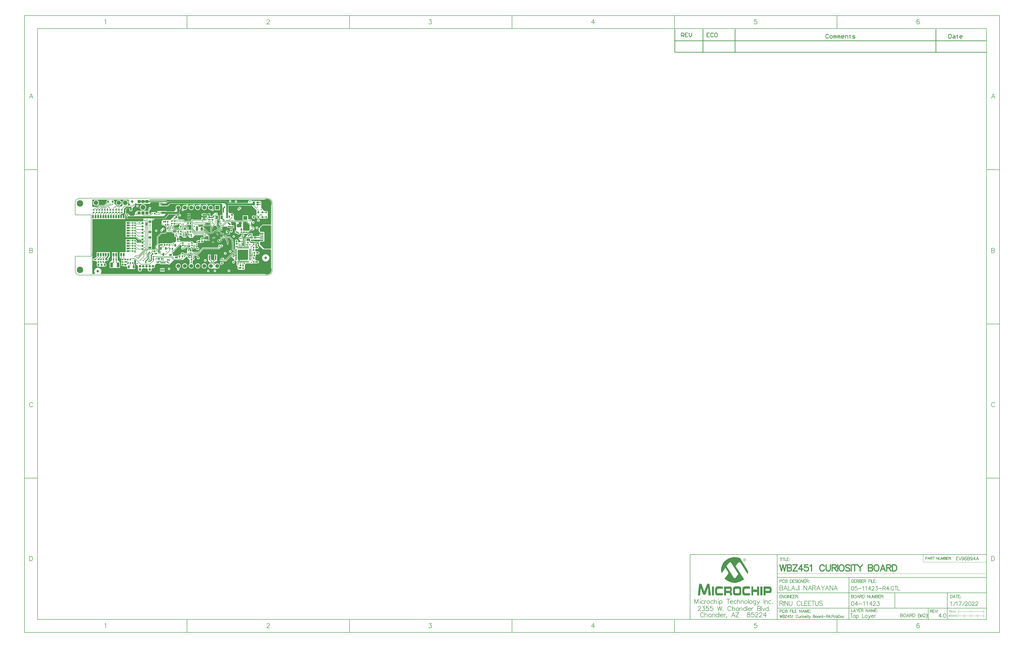
<source format=gtl>
G04*
G04 #@! TF.GenerationSoftware,Altium Limited,Altium Designer,19.1.9 (167)*
G04*
G04 Layer_Physical_Order=1*
G04 Layer_Color=255*
%FSLAX43Y43*%
%MOMM*%
G71*
G01*
G75*
%ADD10C,0.356*%
%ADD11C,0.100*%
%ADD13C,0.254*%
%ADD14C,0.508*%
%ADD15C,0.127*%
%ADD16C,0.200*%
%ADD17C,0.305*%
%ADD18C,0.150*%
%ADD20C,0.203*%
%ADD22C,0.178*%
%ADD23C,0.180*%
%ADD24C,0.381*%
%ADD27R,1.300X0.700*%
%ADD28R,0.700X1.300*%
%ADD29R,0.900X0.900*%
%ADD30R,0.850X0.650*%
G04:AMPARAMS|DCode=31|XSize=1.4mm|YSize=0.9mm|CornerRadius=0.225mm|HoleSize=0mm|Usage=FLASHONLY|Rotation=90.000|XOffset=0mm|YOffset=0mm|HoleType=Round|Shape=RoundedRectangle|*
%AMROUNDEDRECTD31*
21,1,1.400,0.450,0,0,90.0*
21,1,0.950,0.900,0,0,90.0*
1,1,0.450,0.225,0.475*
1,1,0.450,0.225,-0.475*
1,1,0.450,-0.225,-0.475*
1,1,0.450,-0.225,0.475*
%
%ADD31ROUNDEDRECTD31*%
%ADD32R,0.800X0.800*%
%ADD33R,0.500X0.600*%
G04:AMPARAMS|DCode=36|XSize=0.9mm|YSize=0.8mm|CornerRadius=0.2mm|HoleSize=0mm|Usage=FLASHONLY|Rotation=180.000|XOffset=0mm|YOffset=0mm|HoleType=Round|Shape=RoundedRectangle|*
%AMROUNDEDRECTD36*
21,1,0.900,0.400,0,0,180.0*
21,1,0.500,0.800,0,0,180.0*
1,1,0.400,-0.250,0.200*
1,1,0.400,0.250,0.200*
1,1,0.400,0.250,-0.200*
1,1,0.400,-0.250,-0.200*
%
%ADD36ROUNDEDRECTD36*%
G04:AMPARAMS|DCode=37|XSize=0.55mm|YSize=0.6mm|CornerRadius=0.138mm|HoleSize=0mm|Usage=FLASHONLY|Rotation=180.000|XOffset=0mm|YOffset=0mm|HoleType=Round|Shape=RoundedRectangle|*
%AMROUNDEDRECTD37*
21,1,0.550,0.325,0,0,180.0*
21,1,0.275,0.600,0,0,180.0*
1,1,0.275,-0.138,0.163*
1,1,0.275,0.138,0.163*
1,1,0.275,0.138,-0.163*
1,1,0.275,-0.138,-0.163*
%
%ADD37ROUNDEDRECTD37*%
%ADD38R,1.000X0.900*%
%ADD39R,0.800X1.700*%
%ADD40R,0.650X1.050*%
%ADD41O,1.450X0.450*%
%ADD42R,0.300X0.850*%
G04:AMPARAMS|DCode=44|XSize=0.28mm|YSize=0.9mm|CornerRadius=0.14mm|HoleSize=0mm|Usage=FLASHONLY|Rotation=0.000|XOffset=0mm|YOffset=0mm|HoleType=Round|Shape=RoundedRectangle|*
%AMROUNDEDRECTD44*
21,1,0.280,0.620,0,0,0.0*
21,1,0.000,0.900,0,0,0.0*
1,1,0.280,0.000,-0.310*
1,1,0.280,0.000,-0.310*
1,1,0.280,0.000,0.310*
1,1,0.280,0.000,0.310*
%
%ADD44ROUNDEDRECTD44*%
G04:AMPARAMS|DCode=45|XSize=0.28mm|YSize=0.9mm|CornerRadius=0.14mm|HoleSize=0mm|Usage=FLASHONLY|Rotation=270.000|XOffset=0mm|YOffset=0mm|HoleType=Round|Shape=RoundedRectangle|*
%AMROUNDEDRECTD45*
21,1,0.280,0.620,0,0,270.0*
21,1,0.000,0.900,0,0,270.0*
1,1,0.280,-0.310,0.000*
1,1,0.280,-0.310,0.000*
1,1,0.280,0.310,0.000*
1,1,0.280,0.310,0.000*
%
%ADD45ROUNDEDRECTD45*%
%ADD46R,0.500X0.350*%
G04:AMPARAMS|DCode=47|XSize=0.43mm|YSize=0.5mm|CornerRadius=0.108mm|HoleSize=0mm|Usage=FLASHONLY|Rotation=270.000|XOffset=0mm|YOffset=0mm|HoleType=Round|Shape=RoundedRectangle|*
%AMROUNDEDRECTD47*
21,1,0.430,0.285,0,0,270.0*
21,1,0.215,0.500,0,0,270.0*
1,1,0.215,-0.142,-0.108*
1,1,0.215,-0.142,0.108*
1,1,0.215,0.142,0.108*
1,1,0.215,0.142,-0.108*
%
%ADD47ROUNDEDRECTD47*%
G04:AMPARAMS|DCode=48|XSize=0.275mm|YSize=0.3mm|CornerRadius=0.069mm|HoleSize=0mm|Usage=FLASHONLY|Rotation=180.000|XOffset=0mm|YOffset=0mm|HoleType=Round|Shape=RoundedRectangle|*
%AMROUNDEDRECTD48*
21,1,0.275,0.163,0,0,180.0*
21,1,0.138,0.300,0,0,180.0*
1,1,0.138,-0.069,0.081*
1,1,0.138,0.069,0.081*
1,1,0.138,0.069,-0.081*
1,1,0.138,-0.069,-0.081*
%
%ADD48ROUNDEDRECTD48*%
G04:AMPARAMS|DCode=49|XSize=0.55mm|YSize=0.6mm|CornerRadius=0.138mm|HoleSize=0mm|Usage=FLASHONLY|Rotation=90.000|XOffset=0mm|YOffset=0mm|HoleType=Round|Shape=RoundedRectangle|*
%AMROUNDEDRECTD49*
21,1,0.550,0.325,0,0,90.0*
21,1,0.275,0.600,0,0,90.0*
1,1,0.275,0.163,0.138*
1,1,0.275,0.163,-0.138*
1,1,0.275,-0.163,-0.138*
1,1,0.275,-0.163,0.138*
%
%ADD49ROUNDEDRECTD49*%
%ADD50R,1.050X0.650*%
%ADD51R,0.350X0.600*%
%ADD52R,2.100X1.600*%
%ADD53R,0.600X1.900*%
G04:AMPARAMS|DCode=54|XSize=0.275mm|YSize=0.3mm|CornerRadius=0.069mm|HoleSize=0mm|Usage=FLASHONLY|Rotation=270.000|XOffset=0mm|YOffset=0mm|HoleType=Round|Shape=RoundedRectangle|*
%AMROUNDEDRECTD54*
21,1,0.275,0.163,0,0,270.0*
21,1,0.138,0.300,0,0,270.0*
1,1,0.138,-0.081,-0.069*
1,1,0.138,-0.081,0.069*
1,1,0.138,0.081,0.069*
1,1,0.138,0.081,-0.069*
%
%ADD54ROUNDEDRECTD54*%
G04:AMPARAMS|DCode=55|XSize=1.1mm|YSize=1.9mm|CornerRadius=0.11mm|HoleSize=0mm|Usage=FLASHONLY|Rotation=180.000|XOffset=0mm|YOffset=0mm|HoleType=Round|Shape=RoundedRectangle|*
%AMROUNDEDRECTD55*
21,1,1.100,1.680,0,0,180.0*
21,1,0.880,1.900,0,0,180.0*
1,1,0.220,-0.440,0.840*
1,1,0.220,0.440,0.840*
1,1,0.220,0.440,-0.840*
1,1,0.220,-0.440,-0.840*
%
%ADD55ROUNDEDRECTD55*%
%ADD56C,1.000*%
%ADD57R,0.800X0.540*%
%ADD58R,0.600X0.300*%
%ADD59R,1.000X0.300*%
%ADD60R,1.000X0.400*%
%ADD61C,1.900*%
%ADD62R,1.300X1.300*%
%ADD63R,1.200X1.300*%
G04:AMPARAMS|DCode=64|XSize=0.275mm|YSize=0.3mm|CornerRadius=0.069mm|HoleSize=0mm|Usage=FLASHONLY|Rotation=135.000|XOffset=0mm|YOffset=0mm|HoleType=Round|Shape=RoundedRectangle|*
%AMROUNDEDRECTD64*
21,1,0.275,0.163,0,0,135.0*
21,1,0.138,0.300,0,0,135.0*
1,1,0.138,0.009,0.106*
1,1,0.138,0.106,0.009*
1,1,0.138,-0.009,-0.106*
1,1,0.138,-0.106,-0.009*
%
%ADD64ROUNDEDRECTD64*%
G04:AMPARAMS|DCode=65|XSize=0.55mm|YSize=0.6mm|CornerRadius=0.138mm|HoleSize=0mm|Usage=FLASHONLY|Rotation=135.000|XOffset=0mm|YOffset=0mm|HoleType=Round|Shape=RoundedRectangle|*
%AMROUNDEDRECTD65*
21,1,0.550,0.325,0,0,135.0*
21,1,0.275,0.600,0,0,135.0*
1,1,0.275,0.018,0.212*
1,1,0.275,0.212,0.018*
1,1,0.275,-0.018,-0.212*
1,1,0.275,-0.212,-0.018*
%
%ADD65ROUNDEDRECTD65*%
G04:AMPARAMS|DCode=66|XSize=0.275mm|YSize=0.3mm|CornerRadius=0.069mm|HoleSize=0mm|Usage=FLASHONLY|Rotation=45.000|XOffset=0mm|YOffset=0mm|HoleType=Round|Shape=RoundedRectangle|*
%AMROUNDEDRECTD66*
21,1,0.275,0.163,0,0,45.0*
21,1,0.138,0.300,0,0,45.0*
1,1,0.138,0.106,-0.009*
1,1,0.138,0.009,-0.106*
1,1,0.138,-0.106,0.009*
1,1,0.138,-0.009,0.106*
%
%ADD66ROUNDEDRECTD66*%
%ADD99R,1.600X1.400*%
%ADD138C,0.152*%
%ADD139C,0.152*%
%ADD140R,0.550X0.200*%
%ADD141C,0.800*%
G04:AMPARAMS|DCode=142|XSize=1.5mm|YSize=1.55mm|CornerRadius=0.225mm|HoleSize=0mm|Usage=FLASHONLY|Rotation=90.000|XOffset=0mm|YOffset=0mm|HoleType=Round|Shape=RoundedRectangle|*
%AMROUNDEDRECTD142*
21,1,1.500,1.100,0,0,90.0*
21,1,1.050,1.550,0,0,90.0*
1,1,0.450,0.550,0.525*
1,1,0.450,0.550,-0.525*
1,1,0.450,-0.550,-0.525*
1,1,0.450,-0.550,0.525*
%
%ADD142ROUNDEDRECTD142*%
G04:AMPARAMS|DCode=143|XSize=0.4mm|YSize=1.35mm|CornerRadius=0.1mm|HoleSize=0mm|Usage=FLASHONLY|Rotation=90.000|XOffset=0mm|YOffset=0mm|HoleType=Round|Shape=RoundedRectangle|*
%AMROUNDEDRECTD143*
21,1,0.400,1.150,0,0,90.0*
21,1,0.200,1.350,0,0,90.0*
1,1,0.200,0.575,0.100*
1,1,0.200,0.575,-0.100*
1,1,0.200,-0.575,-0.100*
1,1,0.200,-0.575,0.100*
%
%ADD143ROUNDEDRECTD143*%
%ADD144R,3.700X3.700*%
%ADD145C,0.610*%
%ADD146C,0.152*%
%ADD147C,0.406*%
%ADD148C,0.229*%
%ADD149C,0.813*%
%ADD150C,0.711*%
%ADD151C,0.432*%
%ADD152C,0.559*%
%ADD153C,0.191*%
%ADD154R,0.838X0.914*%
%ADD155C,0.813*%
%ADD156R,1.600X1.600*%
%ADD157C,1.600*%
%ADD158C,1.524*%
%ADD159R,1.524X1.524*%
%ADD160C,1.250*%
G04:AMPARAMS|DCode=161|XSize=1.25mm|YSize=1.25mm|CornerRadius=0.625mm|HoleSize=0mm|Usage=FLASHONLY|Rotation=90.000|XOffset=0mm|YOffset=0mm|HoleType=Round|Shape=RoundedRectangle|*
%AMROUNDEDRECTD161*
21,1,1.250,0.000,0,0,90.0*
21,1,0.000,1.250,0,0,90.0*
1,1,1.250,0.000,0.000*
1,1,1.250,0.000,0.000*
1,1,1.250,0.000,0.000*
1,1,1.250,0.000,0.000*
%
%ADD161ROUNDEDRECTD161*%
%ADD162C,1.550*%
%ADD163C,1.700*%
%ADD164P,1.840X8X202.5*%
%ADD165C,0.254*%
%ADD166C,2.500*%
%ADD167C,3.600*%
%ADD168C,0.508*%
%ADD169C,0.406*%
%ADD170C,0.610*%
%ADD171C,0.600*%
%ADD172C,0.457*%
G36*
X21034Y29444D02*
X20979Y29341D01*
X20899Y29077D01*
X20872Y28804D01*
X20899Y28530D01*
X20979Y28266D01*
X21109Y28024D01*
X21283Y27811D01*
X21406Y27710D01*
X21406Y27345D01*
X21270Y27210D01*
X20914Y27210D01*
X20698Y27426D01*
X20698Y28797D01*
X20146Y29349D01*
X19042Y29349D01*
X18490Y28797D01*
X18490Y27693D01*
X18490Y27165D01*
X18142Y26817D01*
X16540Y26817D01*
X15325Y28033D01*
X15325Y28530D01*
X15347Y28702D01*
X15325Y28874D01*
X15258Y29035D01*
X15152Y29173D01*
X15014Y29279D01*
X14854Y29345D01*
X14681Y29368D01*
X14509Y29345D01*
X13076Y29345D01*
X12903Y29368D01*
X12731Y29345D01*
X12570Y29279D01*
X12432Y29173D01*
X12326Y29035D01*
X12260Y28874D01*
X12237Y28702D01*
X12260Y28530D01*
X12301Y28430D01*
X11206Y27335D01*
X9347Y27335D01*
X9258Y27317D01*
X9182Y27267D01*
X8529Y26613D01*
X6893Y26613D01*
X6717Y26789D01*
X6717Y29553D01*
X20969Y29553D01*
X21034Y29444D01*
X21034Y29444D02*
G37*
G36*
X36824Y27886D02*
X36105Y27167D01*
X33660Y27174D01*
X33660Y27936D01*
X33748Y28024D01*
X36686Y28024D01*
X36824Y27886D01*
X36824Y27886D02*
G37*
G36*
X19202Y23673D02*
X18992Y23463D01*
X18329Y23463D01*
X18322Y22484D01*
X17635Y22484D01*
X17635Y23553D01*
X18113Y24031D01*
X18824Y24031D01*
X19050Y24257D01*
X19202Y24257D01*
X19202Y23673D01*
X19202Y23673D02*
G37*
G36*
X75558Y29499D02*
X75814Y29393D01*
X76044Y29239D01*
X76240Y29043D01*
X76394Y28812D01*
X76500Y28556D01*
X76555Y28284D01*
X76555Y28146D01*
X76555Y19677D01*
X76434Y19677D01*
X76409Y19682D01*
X73247Y19682D01*
X73222Y19677D01*
X73120Y19677D01*
X71723Y18280D01*
X71723Y17137D01*
X72358Y16502D01*
X73247Y16502D01*
X73522Y16227D01*
X73459Y16110D01*
X73459Y16110D01*
X72309Y16110D01*
X72171Y16083D01*
X72054Y16005D01*
X71975Y15887D01*
X71953Y15773D01*
X71948Y15773D01*
X71948Y15291D01*
X70891Y15291D01*
X70884Y15203D01*
X70781Y15203D01*
X69711Y15203D01*
X69630Y15203D01*
X69630Y15203D01*
X69584Y15203D01*
X69584Y15203D01*
X69311Y15203D01*
X69311Y15522D01*
X69311Y15522D01*
X69311Y16330D01*
X68203Y16330D01*
X67939Y16214D01*
X67563Y15998D01*
X67446Y15909D01*
X67357Y15792D01*
X67301Y15656D01*
X67293Y15595D01*
X66625Y15106D01*
X66797Y15091D01*
X66817Y14962D01*
X66645Y14891D01*
X66434Y14729D01*
X66437Y14726D01*
X66273Y14562D01*
X66270Y14565D01*
X66108Y14354D01*
X66006Y14107D01*
X65971Y13843D01*
X65976Y13843D01*
X65976Y11376D01*
X65891Y11341D01*
X65849Y11331D01*
X65726Y11413D01*
X65572Y11444D01*
X65432Y11416D01*
X65405Y11422D01*
X65305Y11490D01*
X65305Y12725D01*
X65685Y12725D01*
X65685Y13583D01*
X65430Y13583D01*
X65430Y13925D01*
X65685Y13925D01*
X65685Y14783D01*
X65685Y14783D01*
X65688Y14909D01*
X65842Y14939D01*
X66010Y15052D01*
X66123Y15220D01*
X66162Y15418D01*
X66123Y15616D01*
X66010Y15784D01*
X65842Y15896D01*
X65644Y15936D01*
X65446Y15896D01*
X65323Y15814D01*
X65254Y15828D01*
X65116Y15828D01*
X64990Y15803D01*
X64883Y15732D01*
X64812Y15625D01*
X64787Y15499D01*
X64787Y15374D01*
X64787Y15337D01*
X64804Y15251D01*
X64343Y14790D01*
X64288Y14790D01*
X64147Y14762D01*
X64028Y14682D01*
X63948Y14563D01*
X63945Y14550D01*
X63920Y14545D01*
X63920Y14422D01*
X63920Y14422D01*
X63920Y14207D01*
X63920Y14206D01*
X63920Y14007D01*
X64592Y13335D01*
X64677Y13335D01*
X64677Y12963D01*
X64592Y12878D01*
X63764Y12878D01*
X63631Y13011D01*
X63643Y13089D01*
X63659Y13167D01*
X63659Y13441D01*
X63628Y13594D01*
X63542Y13724D01*
X63412Y13810D01*
X63259Y13841D01*
X62609Y13841D01*
X62484Y13716D01*
X62484Y11327D01*
X62473Y11311D01*
X62434Y11112D01*
X62473Y10914D01*
X62484Y10898D01*
X62484Y10848D01*
X62611Y10721D01*
X62611Y10482D01*
X62318Y10189D01*
X62318Y10189D01*
X62261Y10086D01*
X62259Y10085D01*
X62113Y10114D01*
X62046Y10159D01*
X61948Y10230D01*
X61886Y10322D01*
X61865Y10432D01*
X61864Y10432D01*
X61864Y12863D01*
X61867Y12863D01*
X61839Y13221D01*
X61755Y13571D01*
X61617Y13903D01*
X61429Y14210D01*
X61196Y14484D01*
X61196Y14484D01*
X61196Y14484D01*
X61196Y14484D01*
X61105Y14570D01*
X61004Y14671D01*
X61007Y14674D01*
X60742Y14891D01*
X60440Y15053D01*
X60112Y15152D01*
X59771Y15186D01*
X59771Y15182D01*
X59099Y15182D01*
X59027Y15309D01*
X59047Y15405D01*
X59021Y15534D01*
X58948Y15643D01*
X58839Y15716D01*
X58710Y15742D01*
X58581Y15716D01*
X58472Y15643D01*
X58399Y15534D01*
X58388Y15480D01*
X58333Y15397D01*
X58301Y15397D01*
X58190Y15472D01*
X58177Y15474D01*
X58142Y15526D01*
X58033Y15599D01*
X57904Y15625D01*
X57775Y15599D01*
X57666Y15526D01*
X57593Y15417D01*
X57567Y15288D01*
X57593Y15159D01*
X57619Y15121D01*
X57621Y15100D01*
X57587Y14963D01*
X57584Y14961D01*
X57571Y14951D01*
X57456Y14836D01*
X57435Y14805D01*
X57430Y14801D01*
X57315Y14768D01*
X57282Y14766D01*
X57233Y14799D01*
X57140Y14817D01*
X57111Y14861D01*
X57014Y14959D01*
X56949Y15002D01*
X56872Y15017D01*
X56796Y15002D01*
X56731Y14959D01*
X56616Y14844D01*
X56573Y14779D01*
X56558Y14703D01*
X56573Y14626D01*
X56616Y14561D01*
X56714Y14464D01*
X56778Y14421D01*
X56781Y14420D01*
X56793Y14359D01*
X56820Y14318D01*
X56820Y14291D01*
X56784Y14164D01*
X56783Y14163D01*
X56781Y14162D01*
X56780Y14162D01*
X56688Y14100D01*
X56640Y14030D01*
X56589Y13978D01*
X56101Y13978D01*
X55998Y13999D01*
X55895Y13978D01*
X55807Y13920D01*
X55577Y13690D01*
X55519Y13602D01*
X55498Y13499D01*
X55519Y13396D01*
X55577Y13308D01*
X55669Y13216D01*
X55669Y13212D01*
X55693Y13093D01*
X55760Y12992D01*
X55986Y12766D01*
X56008Y12733D01*
X56117Y12660D01*
X56246Y12635D01*
X56375Y12660D01*
X56375Y12661D01*
X56388Y12661D01*
X56506Y12684D01*
X56607Y12752D01*
X57232Y13377D01*
X57233Y13377D01*
X57342Y13450D01*
X57415Y13559D01*
X57441Y13688D01*
X57415Y13817D01*
X57342Y13926D01*
X57233Y13999D01*
X57217Y14049D01*
X57233Y14177D01*
X57342Y14250D01*
X57415Y14359D01*
X57548Y14377D01*
X57593Y14359D01*
X57666Y14250D01*
X57775Y14177D01*
X57904Y14151D01*
X58033Y14177D01*
X58142Y14250D01*
X58195Y14330D01*
X58390Y14524D01*
X58436Y14524D01*
X58474Y14509D01*
X58646Y14486D01*
X58646Y14488D01*
X59767Y14488D01*
X59776Y14490D01*
X60042Y14455D01*
X60298Y14349D01*
X60506Y14190D01*
X60506Y14188D01*
X60512Y14184D01*
X60516Y14178D01*
X60621Y14073D01*
X60630Y14067D01*
X60857Y13790D01*
X61030Y13466D01*
X61137Y13113D01*
X61172Y12757D01*
X61170Y12747D01*
X61170Y10431D01*
X61166Y10431D01*
X61199Y10177D01*
X61297Y9940D01*
X61453Y9736D01*
X61456Y9737D01*
X61639Y9587D01*
X61848Y9475D01*
X62075Y9406D01*
X62259Y9388D01*
X62261Y9378D01*
X62302Y9316D01*
X62313Y9232D01*
X62302Y9148D01*
X62261Y9086D01*
X62259Y9079D01*
X62033Y9079D01*
X62033Y9084D01*
X61771Y9049D01*
X61526Y8948D01*
X61316Y8787D01*
X61230Y8694D01*
X59022Y6486D01*
X59022Y6485D01*
X58863Y6363D01*
X58678Y6287D01*
X58480Y6261D01*
X58479Y6261D01*
X58342Y6261D01*
X58332Y6292D01*
X58332Y6292D01*
X57893Y6731D01*
X57794Y6731D01*
X57793Y6738D01*
X57708Y6864D01*
X57582Y6949D01*
X57434Y6978D01*
X57285Y6949D01*
X57159Y6864D01*
X57075Y6738D01*
X57045Y6590D01*
X57075Y6441D01*
X57103Y6399D01*
X57093Y6380D01*
X56954Y6320D01*
X56805Y6349D01*
X56656Y6320D01*
X56530Y6236D01*
X56446Y6110D01*
X56417Y5961D01*
X56446Y5812D01*
X56530Y5686D01*
X56656Y5602D01*
X56744Y5585D01*
X56810Y5458D01*
X56811Y5452D01*
X56805Y5443D01*
X58950Y5443D01*
X59432Y5925D01*
X59514Y5993D01*
X59512Y5995D01*
X61722Y8205D01*
X61809Y8292D01*
X61909Y8359D01*
X61913Y8361D01*
X62034Y8385D01*
X62034Y8385D01*
X62178Y8385D01*
X62214Y8300D01*
X62223Y8258D01*
X62141Y8136D01*
X62134Y8100D01*
X61691Y7656D01*
X61631Y7668D01*
X61433Y7629D01*
X61265Y7516D01*
X61152Y7348D01*
X61113Y7150D01*
X61152Y6952D01*
X61265Y6784D01*
X61433Y6671D01*
X61631Y6632D01*
X62111Y6152D01*
X62111Y5816D01*
X62346Y5580D01*
X62832Y5580D01*
X63054Y5358D01*
X63054Y3877D01*
X63396Y3535D01*
X63431Y3423D01*
X63431Y2482D01*
X63911Y2002D01*
X66006Y2002D01*
X66294Y2291D01*
X66294Y3986D01*
X66376Y4084D01*
X66466Y4144D01*
X66578Y4312D01*
X66786Y4520D01*
X68534Y4520D01*
X68690Y4416D01*
X68888Y4376D01*
X69087Y4416D01*
X69243Y4520D01*
X70656Y4520D01*
X70692Y4556D01*
X70854Y4556D01*
X71007Y4587D01*
X71115Y4658D01*
X71136Y4644D01*
X71334Y4605D01*
X71532Y4644D01*
X71700Y4757D01*
X71812Y4925D01*
X71852Y5123D01*
X71812Y5321D01*
X71700Y5489D01*
X71532Y5601D01*
X71334Y5641D01*
X71136Y5601D01*
X71107Y5582D01*
X71007Y5649D01*
X70945Y5662D01*
X70790Y5817D01*
X70561Y5817D01*
X70379Y5999D01*
X70379Y6677D01*
X70383Y6985D01*
X70610Y7330D01*
X70641Y7483D01*
X70641Y7808D01*
X70637Y7976D01*
X70789Y8128D01*
X70867Y8112D01*
X71142Y8112D01*
X71527Y8169D01*
X71725Y8208D01*
X71893Y8321D01*
X72005Y8489D01*
X72045Y8687D01*
X72005Y8885D01*
X71893Y9053D01*
X71725Y9165D01*
X71527Y9205D01*
X71142Y9236D01*
X70571Y9236D01*
X70342Y9465D01*
X70342Y10067D01*
X70507Y10233D01*
X70842Y10233D01*
X71283Y10269D01*
X71481Y10308D01*
X71649Y10421D01*
X71762Y10589D01*
X71801Y10787D01*
X71762Y10985D01*
X71649Y11153D01*
X71481Y11266D01*
X71298Y11405D01*
X71298Y12256D01*
X71016Y12538D01*
X70843Y12538D01*
X70842Y12538D01*
X70568Y12538D01*
X70567Y12538D01*
X69943Y12538D01*
X69668Y12538D01*
X69515Y12507D01*
X68773Y12507D01*
X67945Y13335D01*
X67638Y13335D01*
X67635Y13333D01*
X67311Y13333D01*
X67158Y13302D01*
X67147Y13295D01*
X66871Y13571D01*
X66871Y14046D01*
X67125Y14300D01*
X67242Y14325D01*
X67271Y14329D01*
X67271Y14330D01*
X68143Y14330D01*
X68323Y14149D01*
X68330Y14149D01*
X68330Y13466D01*
X68425Y13370D01*
X68425Y13370D01*
X68425Y13370D01*
X68453Y13328D01*
X68481Y13286D01*
X68481Y13286D01*
X68481Y13286D01*
X68696Y13072D01*
X68738Y13044D01*
X68780Y13016D01*
X68780Y13016D01*
X68780Y13016D01*
X68830Y13006D01*
X68879Y12996D01*
X69968Y12996D01*
X70034Y12931D01*
X70075Y12903D01*
X70117Y12876D01*
X70117Y12876D01*
X70118Y12875D01*
X70167Y12866D01*
X70216Y12856D01*
X71723Y12856D01*
X71723Y11719D01*
X73417Y10025D01*
X73857Y10025D01*
X73882Y10020D01*
X76300Y10020D01*
X76555Y9765D01*
X76555Y1717D01*
X76555Y1592D01*
X76506Y1346D01*
X76410Y1115D01*
X76271Y907D01*
X76094Y730D01*
X75886Y591D01*
X75654Y495D01*
X75409Y446D01*
X9968Y446D01*
X9908Y573D01*
X10006Y693D01*
X10136Y936D01*
X10216Y1199D01*
X10243Y1473D01*
X10216Y1747D01*
X10136Y2010D01*
X10006Y2253D01*
X9832Y2466D01*
X9619Y2640D01*
X9376Y2770D01*
X9113Y2850D01*
X8839Y2877D01*
X8565Y2850D01*
X8302Y2770D01*
X8059Y2640D01*
X7847Y2466D01*
X7672Y2253D01*
X7542Y2010D01*
X7462Y1747D01*
X7435Y1473D01*
X7462Y1199D01*
X7542Y936D01*
X7672Y693D01*
X7771Y573D01*
X7711Y446D01*
X6717Y446D01*
X6717Y7393D01*
X6720Y7404D01*
X6720Y21915D01*
X14381Y21915D01*
X14381Y21915D01*
X15589Y21915D01*
X15589Y21915D01*
X19589Y21915D01*
X19589Y23723D01*
X19589Y23723D01*
X19612Y23841D01*
X19632Y23845D01*
X19761Y23931D01*
X19848Y24061D01*
X19878Y24213D01*
X19878Y24538D01*
X19848Y24691D01*
X19840Y24704D01*
X19888Y25400D01*
X19878Y25405D01*
X19878Y25681D01*
X19876Y25691D01*
X20136Y25950D01*
X21230Y25950D01*
X21279Y25823D01*
X21237Y25759D01*
X21206Y25607D01*
X21206Y25331D01*
X21237Y25179D01*
X21323Y25049D01*
X21453Y24963D01*
X21605Y24932D01*
X21930Y24932D01*
X22083Y24963D01*
X22213Y25049D01*
X22299Y25179D01*
X22329Y25331D01*
X22329Y25607D01*
X22323Y25637D01*
X22329Y25761D01*
X22329Y25761D01*
X22329Y26133D01*
X23264Y27068D01*
X23264Y27068D01*
X23264Y27068D01*
X23365Y27219D01*
X23401Y27398D01*
X23365Y27576D01*
X23324Y27637D01*
X23443Y28024D01*
X23886Y28024D01*
X24072Y27838D01*
X29083Y27838D01*
X29659Y28414D01*
X32649Y28414D01*
X32736Y28287D01*
X32714Y28174D01*
X32749Y27996D01*
X32751Y27993D01*
X32751Y26908D01*
X34909Y26908D01*
X34909Y26908D01*
X34912Y26912D01*
X36104Y26908D01*
X36105Y26908D01*
X36105Y26908D01*
X36154Y26918D01*
X36204Y26928D01*
X36204Y26928D01*
X36204Y26928D01*
X36246Y26956D01*
X36288Y26984D01*
X36288Y26984D01*
X36288Y26984D01*
X37007Y27703D01*
X37036Y27746D01*
X37063Y27787D01*
X37063Y27787D01*
X37063Y27787D01*
X37073Y27838D01*
X37083Y27886D01*
X37084Y27886D01*
X37204Y27927D01*
X57176Y27927D01*
X57534Y27570D01*
X57534Y26145D01*
X57534Y24833D01*
X57517Y24808D01*
X57482Y24630D01*
X57517Y24452D01*
X57618Y24300D01*
X57618Y23626D01*
X57512Y23533D01*
X57497Y23536D01*
X57047Y23536D01*
X56861Y23499D01*
X56702Y23393D01*
X56596Y23235D01*
X56559Y23048D01*
X56559Y22098D01*
X56592Y21930D01*
X56449Y21787D01*
X56424Y21792D01*
X56295Y21766D01*
X56186Y21693D01*
X56113Y21584D01*
X56087Y21455D01*
X56113Y21326D01*
X56186Y21217D01*
X56295Y21144D01*
X56424Y21118D01*
X56504Y21006D01*
X56504Y20493D01*
X56376Y20410D01*
X56304Y20425D01*
X56175Y20399D01*
X56066Y20326D01*
X55993Y20217D01*
X55967Y20088D01*
X55993Y19959D01*
X56066Y19850D01*
X56767Y19148D01*
X56767Y18488D01*
X56793Y18359D01*
X56793Y17817D01*
X56767Y17688D01*
X56793Y17559D01*
X56866Y17450D01*
X56975Y17377D01*
X57104Y17351D01*
X57233Y17377D01*
X57342Y17450D01*
X57568Y17755D01*
X57611Y17820D01*
X57627Y17896D01*
X57611Y17972D01*
X57568Y18037D01*
X57453Y18152D01*
X57441Y18160D01*
X57441Y18550D01*
X57852Y18962D01*
X57904Y18951D01*
X58033Y18977D01*
X58036Y18974D01*
X59378Y18974D01*
X59404Y18948D01*
X59432Y18808D01*
X59544Y18639D01*
X59712Y18527D01*
X59910Y18488D01*
X60018Y18509D01*
X60043Y18472D01*
X60173Y18386D01*
X60326Y18355D01*
X60651Y18355D01*
X60803Y18386D01*
X60885Y18440D01*
X61234Y18440D01*
X61316Y18386D01*
X61468Y18355D01*
X61793Y18355D01*
X61946Y18386D01*
X62076Y18472D01*
X62162Y18602D01*
X62193Y18754D01*
X62193Y19029D01*
X62162Y19182D01*
X62076Y19312D01*
X61946Y19398D01*
X61793Y19429D01*
X61191Y19429D01*
X61050Y19570D01*
X61050Y19930D01*
X61019Y20082D01*
X60933Y20212D01*
X60933Y20683D01*
X60946Y20697D01*
X62427Y20697D01*
X62546Y20677D01*
X62896Y20327D01*
X62896Y20116D01*
X62896Y20116D01*
X62896Y20116D01*
X62896Y19829D01*
X62896Y18864D01*
X62896Y18864D01*
X62896Y18864D01*
X62890Y18858D01*
X62890Y17534D01*
X62662Y17306D01*
X62532Y17219D01*
X62446Y17090D01*
X62416Y16937D01*
X62416Y16662D01*
X62446Y16509D01*
X62532Y16380D01*
X62662Y16293D01*
X62815Y16263D01*
X63140Y16263D01*
X63329Y16270D01*
X63357Y16130D01*
X63469Y15962D01*
X63637Y15850D01*
X63836Y15810D01*
X64034Y15850D01*
X64202Y15962D01*
X64314Y16130D01*
X64349Y16307D01*
X64519Y16313D01*
X64649Y16227D01*
X64801Y16196D01*
X65126Y16196D01*
X65279Y16227D01*
X65642Y16227D01*
X65795Y16196D01*
X66120Y16196D01*
X67107Y16196D01*
X67260Y16227D01*
X67813Y16470D01*
X67905Y16531D01*
X68791Y17417D01*
X69206Y17417D01*
X69342Y17390D01*
X69478Y17417D01*
X69511Y17417D01*
X69520Y17425D01*
X69520Y17426D01*
X69672Y17527D01*
X69773Y17678D01*
X69773Y17679D01*
X70027Y17932D01*
X70027Y18237D01*
X70027Y18237D01*
X70025Y18354D01*
X70042Y18436D01*
X70006Y18614D01*
X69905Y18765D01*
X69754Y18866D01*
X69575Y18902D01*
X69479Y18882D01*
X69440Y18882D01*
X69335Y18936D01*
X68815Y19456D01*
X68761Y19561D01*
X68761Y20732D01*
X69033Y21004D01*
X69033Y21433D01*
X68729Y21736D01*
X67769Y21736D01*
X67535Y21970D01*
X67535Y23367D01*
X65427Y23367D01*
X65427Y21427D01*
X62575Y21427D01*
X62456Y21447D01*
X61957Y21945D01*
X61957Y23567D01*
X61935Y23737D01*
X61869Y23896D01*
X61764Y24033D01*
X61627Y24138D01*
X61468Y24204D01*
X61297Y24226D01*
X60373Y24226D01*
X59852Y24747D01*
X59852Y26932D01*
X60076Y27155D01*
X69009Y27155D01*
X70896Y25269D01*
X70896Y25157D01*
X70896Y23849D01*
X70896Y23849D01*
X70896Y23849D01*
X70896Y23699D01*
X70793Y23595D01*
X70641Y23494D01*
X70540Y23343D01*
X70505Y23165D01*
X70540Y22986D01*
X70641Y22835D01*
X70793Y22734D01*
X70896Y22714D01*
X70896Y22054D01*
X72204Y22054D01*
X72204Y22054D01*
X72496Y22054D01*
X72496Y22054D01*
X73804Y22054D01*
X73804Y22054D01*
X74930Y22054D01*
X75139Y22263D01*
X75225Y22392D01*
X75256Y22545D01*
X75256Y22870D01*
X75256Y24340D01*
X75256Y24666D01*
X75225Y24818D01*
X75139Y24948D01*
X75009Y25034D01*
X74885Y25059D01*
X74857Y25065D01*
X74761Y25065D01*
X74761Y25065D01*
X74761Y25065D01*
X74480Y25065D01*
X74362Y25065D01*
X74244Y25065D01*
X73931Y25065D01*
X73829Y25132D01*
X73804Y25157D01*
X73804Y25157D01*
X73714Y25247D01*
X73253Y25708D01*
X73250Y25725D01*
X73137Y25893D01*
X72969Y26006D01*
X72952Y26009D01*
X72750Y26211D01*
X72750Y27617D01*
X72750Y27617D01*
X72750Y28467D01*
X72714Y28645D01*
X72613Y28796D01*
X72364Y29046D01*
X70582Y29046D01*
X70582Y29046D01*
X70490Y29046D01*
X70490Y29046D01*
X70455Y29046D01*
X69215Y29046D01*
X68966Y29295D01*
X67948Y29295D01*
X67601Y28947D01*
X67601Y28379D01*
X67413Y28191D01*
X62963Y28191D01*
X62951Y28318D01*
X62978Y28324D01*
X63130Y28425D01*
X63231Y28576D01*
X63266Y28754D01*
X63231Y28933D01*
X63130Y29084D01*
X62978Y29185D01*
X62800Y29221D01*
X62621Y29185D01*
X62470Y29084D01*
X62369Y28933D01*
X62334Y28754D01*
X62369Y28576D01*
X62470Y28425D01*
X62621Y28324D01*
X62649Y28318D01*
X62636Y28191D01*
X59718Y28191D01*
X59020Y28889D01*
X58904Y28979D01*
X58768Y29035D01*
X58622Y29054D01*
X58622Y29054D01*
X36853Y29054D01*
X36707Y29035D01*
X36571Y28979D01*
X36455Y28889D01*
X36399Y28817D01*
X36327Y28762D01*
X36213Y28648D01*
X35806Y29055D01*
X35684Y29137D01*
X35540Y29165D01*
X28980Y29165D01*
X28980Y29553D01*
X75147Y29553D01*
X75286Y29553D01*
X75558Y29499D01*
X75558Y29499D02*
G37*
G36*
X65111Y20524D02*
X65111Y20261D01*
X64908Y20058D01*
X64908Y18864D01*
X64730Y18686D01*
X63333Y18686D01*
X63155Y18864D01*
X63155Y19829D01*
X63333Y20007D01*
X63917Y20007D01*
X63968Y20058D01*
X63968Y20185D01*
X63916Y20237D01*
X63841Y20312D01*
X63841Y20603D01*
X63934Y20697D01*
X64938Y20697D01*
X65111Y20524D01*
X65111Y20524D02*
G37*
G36*
X68144Y19504D02*
X68144Y17647D01*
X68145Y17647D01*
X67835Y17337D01*
X65727Y17337D01*
X65659Y17405D01*
X65659Y20697D01*
X66952Y20697D01*
X68144Y19504D01*
X68144Y19504D02*
G37*
G36*
X68541Y16071D02*
X68656Y15956D01*
X68644Y15944D01*
X68644Y15829D01*
X68606Y15791D01*
X68408Y15791D01*
X68115Y15498D01*
X67732Y15498D01*
X67581Y15653D01*
X67999Y16071D01*
X68541Y16071D01*
X68541Y16071D02*
G37*
G36*
X72514Y13899D02*
X73251Y13899D01*
X73442Y13708D01*
X73442Y13454D01*
X73374Y13386D01*
X72425Y13386D01*
X72247Y13386D01*
X71976Y13115D01*
X70216Y13115D01*
X70074Y13255D01*
X68879Y13255D01*
X68664Y13470D01*
X68664Y13711D01*
X68852Y13899D01*
X72514Y13899D01*
X72514Y13899D02*
G37*
G36*
X76555Y19278D02*
X76555Y19079D01*
X76536Y18984D01*
X76536Y18934D01*
X76526Y18884D01*
X76526Y18809D01*
X76526Y11189D01*
X76526Y11114D01*
X76536Y11065D01*
X76536Y11015D01*
X76555Y10920D01*
X76555Y10412D01*
X76422Y10279D01*
X73882Y10279D01*
X72231Y11930D01*
X72231Y12819D01*
X72485Y13073D01*
X73628Y13073D01*
X73882Y13327D01*
X73882Y16629D01*
X73628Y16883D01*
X72358Y16883D01*
X72104Y17137D01*
X72104Y18280D01*
X73247Y19423D01*
X76409Y19423D01*
X76555Y19278D01*
X76555Y19278D02*
G37*
G36*
X67564Y9779D02*
X67564Y6223D01*
X67285Y5944D01*
X64572Y5944D01*
X64419Y5913D01*
X64288Y5826D01*
X64201Y5696D01*
X64171Y5542D01*
X64171Y5078D01*
X64075Y5057D01*
X63974Y5144D01*
X63974Y5542D01*
X63944Y5696D01*
X63856Y5826D01*
X63726Y5913D01*
X63534Y6105D01*
X63534Y8028D01*
X63534Y9742D01*
X63536Y9765D01*
X63584Y9879D01*
X63585Y9879D01*
X63702Y9906D01*
X67437Y9906D01*
X67564Y9779D01*
X67564Y9779D02*
G37*
G36*
X261671Y-110862D02*
X261761Y-110877D01*
X261865Y-110921D01*
X261954Y-110981D01*
X262043Y-111085D01*
X262103Y-111204D01*
X262133Y-111383D01*
X262133Y-111412D01*
X262118Y-111472D01*
X262103Y-111561D01*
X262058Y-111665D01*
X261999Y-111770D01*
X261895Y-111859D01*
X261761Y-111933D01*
X261582Y-111963D01*
X261537Y-111963D01*
X261493Y-111948D01*
X261448Y-111948D01*
X261299Y-111889D01*
X261240Y-111859D01*
X261165Y-111799D01*
X261165Y-111784D01*
X261136Y-111770D01*
X261076Y-111680D01*
X261017Y-111546D01*
X261002Y-111472D01*
X260987Y-111383D01*
X260987Y-111368D01*
X260987Y-111338D01*
X261017Y-111249D01*
X261076Y-111130D01*
X261165Y-111011D01*
X261180Y-110996D01*
X261195Y-110981D01*
X261284Y-110921D01*
X261418Y-110877D01*
X261493Y-110847D01*
X261612Y-110847D01*
X261671Y-110862D01*
X261671Y-110862D02*
G37*
G36*
X258055Y-110356D02*
X258174Y-110356D01*
X258457Y-110400D01*
X258769Y-110445D01*
X259127Y-110520D01*
X259484Y-110624D01*
X259826Y-110772D01*
X262996Y-115803D01*
X262996Y-115817D01*
X262996Y-115847D01*
X262981Y-115892D01*
X262981Y-115966D01*
X262951Y-116130D01*
X262907Y-116353D01*
X262907Y-116368D01*
X262892Y-116398D01*
X262877Y-116457D01*
X262862Y-116547D01*
X262847Y-116636D01*
X262817Y-116740D01*
X262743Y-116978D01*
X259990Y-112662D01*
X259975Y-112648D01*
X259960Y-112618D01*
X259915Y-112558D01*
X259856Y-112499D01*
X259781Y-112439D01*
X259692Y-112380D01*
X259603Y-112350D01*
X259499Y-112335D01*
X259454Y-112335D01*
X259409Y-112350D01*
X259350Y-112380D01*
X259275Y-112410D01*
X259201Y-112469D01*
X259127Y-112543D01*
X259037Y-112648D01*
X258115Y-113913D01*
X261359Y-119002D01*
X261344Y-119017D01*
X261284Y-119062D01*
X261195Y-119136D01*
X261076Y-119211D01*
X260927Y-119330D01*
X260749Y-119434D01*
X260540Y-119568D01*
X260317Y-119687D01*
X260049Y-119821D01*
X259766Y-119955D01*
X259454Y-120059D01*
X259127Y-120163D01*
X258769Y-120252D01*
X258397Y-120327D01*
X258010Y-120371D01*
X257609Y-120386D01*
X257504Y-120386D01*
X257400Y-120371D01*
X257237Y-120356D01*
X257043Y-120342D01*
X256820Y-120297D01*
X256582Y-120252D01*
X256299Y-120178D01*
X256016Y-120089D01*
X255704Y-119984D01*
X255391Y-119850D01*
X255064Y-119687D01*
X254736Y-119493D01*
X254409Y-119285D01*
X254096Y-119032D01*
X253784Y-118734D01*
X255153Y-116844D01*
X255168Y-116829D01*
X255183Y-116785D01*
X255213Y-116695D01*
X255227Y-116621D01*
X255242Y-116547D01*
X255242Y-116517D01*
X255227Y-116442D01*
X255183Y-116309D01*
X255094Y-116145D01*
X254082Y-114567D01*
X252579Y-116666D01*
X252579Y-116651D01*
X252579Y-116636D01*
X252549Y-116547D01*
X252519Y-116428D01*
X252489Y-116249D01*
X252459Y-116041D01*
X252430Y-115817D01*
X252415Y-115550D01*
X252400Y-115282D01*
X252400Y-115252D01*
X252400Y-115192D01*
X252415Y-115088D01*
X252430Y-114954D01*
X252445Y-114776D01*
X252474Y-114582D01*
X252519Y-114359D01*
X252579Y-114121D01*
X252653Y-113868D01*
X252757Y-113585D01*
X252876Y-113302D01*
X253010Y-113020D01*
X253174Y-112737D01*
X253367Y-112439D01*
X253590Y-112157D01*
X253843Y-111889D01*
X253858Y-111874D01*
X253918Y-111814D01*
X254007Y-111740D01*
X254126Y-111651D01*
X254275Y-111531D01*
X254469Y-111398D01*
X254677Y-111264D01*
X254915Y-111115D01*
X255183Y-110966D01*
X255480Y-110832D01*
X255808Y-110698D01*
X256150Y-110579D01*
X256522Y-110490D01*
X256909Y-110400D01*
X257326Y-110356D01*
X257757Y-110341D01*
X257951Y-110341D01*
X258055Y-110356D01*
X258055Y-110356D02*
G37*
G36*
X263308Y-121815D02*
X263383Y-121815D01*
X263427Y-121830D01*
X263442Y-121830D01*
X263472Y-121845D01*
X263561Y-121889D01*
X263621Y-121934D01*
X263665Y-121993D01*
X263710Y-122083D01*
X263740Y-122172D01*
X263740Y-122187D01*
X263740Y-122202D01*
X263755Y-122246D01*
X263755Y-122321D01*
X263755Y-122395D01*
X263770Y-122485D01*
X263770Y-122604D01*
X263770Y-122738D01*
X261895Y-122693D01*
X261880Y-122693D01*
X261835Y-122708D01*
X261761Y-122723D01*
X261686Y-122767D01*
X261597Y-122857D01*
X261537Y-122976D01*
X261478Y-123139D01*
X261463Y-123258D01*
X261463Y-123377D01*
X261463Y-123764D01*
X261463Y-123794D01*
X261463Y-123869D01*
X261493Y-123988D01*
X261523Y-124107D01*
X261567Y-124226D01*
X261642Y-124345D01*
X261746Y-124419D01*
X261805Y-124434D01*
X261880Y-124449D01*
X263799Y-124449D01*
X263799Y-124479D01*
X263799Y-124538D01*
X263799Y-124628D01*
X263785Y-124747D01*
X263770Y-124851D01*
X263755Y-124970D01*
X263725Y-125059D01*
X263695Y-125133D01*
X263695Y-125148D01*
X263665Y-125163D01*
X263621Y-125193D01*
X263561Y-125223D01*
X263487Y-125267D01*
X263368Y-125297D01*
X263234Y-125312D01*
X263055Y-125327D01*
X261656Y-125327D01*
X261537Y-125312D01*
X261403Y-125282D01*
X261255Y-125238D01*
X261106Y-125163D01*
X260972Y-125074D01*
X260868Y-124955D01*
X260868Y-124940D01*
X260838Y-124895D01*
X260823Y-124836D01*
X260793Y-124747D01*
X260764Y-124613D01*
X260734Y-124464D01*
X260719Y-124300D01*
X260704Y-124092D01*
X260704Y-123065D01*
X260704Y-123050D01*
X260704Y-123020D01*
X260704Y-122976D01*
X260704Y-122916D01*
X260734Y-122767D01*
X260764Y-122589D01*
X260808Y-122395D01*
X260883Y-122217D01*
X260987Y-122053D01*
X261121Y-121934D01*
X261136Y-121934D01*
X261165Y-121919D01*
X261210Y-121889D01*
X261284Y-121859D01*
X261374Y-121845D01*
X261493Y-121815D01*
X261612Y-121800D01*
X263130Y-121800D01*
X263308Y-121815D01*
X263308Y-121815D02*
G37*
G36*
X267237Y-125297D02*
X266493Y-125297D01*
X266493Y-123988D01*
X264945Y-123988D01*
X264945Y-125297D01*
X264261Y-125297D01*
X264261Y-121830D01*
X264945Y-121830D01*
X264945Y-123065D01*
X266493Y-123065D01*
X266493Y-121830D01*
X267237Y-121830D01*
X267237Y-125297D01*
X267237Y-125297D02*
G37*
G36*
X247534Y-120714D02*
X247593Y-120728D01*
X247682Y-120758D01*
X247757Y-120833D01*
X247831Y-120922D01*
X247891Y-121056D01*
X247921Y-121234D01*
X248382Y-125297D01*
X247519Y-125297D01*
X247281Y-122380D01*
X247266Y-122380D01*
X246373Y-124717D01*
X246373Y-124732D01*
X246343Y-124776D01*
X246298Y-124836D01*
X246254Y-124910D01*
X246179Y-124985D01*
X246090Y-125044D01*
X245971Y-125089D01*
X245852Y-125104D01*
X245792Y-125104D01*
X245718Y-125089D01*
X245644Y-125059D01*
X245554Y-125014D01*
X245465Y-124940D01*
X245376Y-124851D01*
X245316Y-124717D01*
X244438Y-122425D01*
X244423Y-122425D01*
X244170Y-125297D01*
X243322Y-125297D01*
X243768Y-121190D01*
X243768Y-121175D01*
X243783Y-121115D01*
X243813Y-121041D01*
X243843Y-120937D01*
X243902Y-120848D01*
X243992Y-120773D01*
X244096Y-120714D01*
X244230Y-120699D01*
X244304Y-120699D01*
X244379Y-120728D01*
X244483Y-120758D01*
X244572Y-120818D01*
X244676Y-120892D01*
X244780Y-121011D01*
X244855Y-121160D01*
X245837Y-123675D01*
X245852Y-123675D01*
X246849Y-121160D01*
X246864Y-121145D01*
X246879Y-121086D01*
X246923Y-121011D01*
X246998Y-120922D01*
X247087Y-120848D01*
X247191Y-120773D01*
X247325Y-120714D01*
X247474Y-120699D01*
X247489Y-120699D01*
X247534Y-120714D01*
X247534Y-120714D02*
G37*
G36*
X271359Y-121845D02*
X271464Y-121859D01*
X271598Y-121904D01*
X271746Y-121979D01*
X271865Y-122083D01*
X271984Y-122232D01*
X272059Y-122425D01*
X272059Y-122440D01*
X272074Y-122470D01*
X272074Y-122514D01*
X272089Y-122589D01*
X272104Y-122678D01*
X272104Y-122782D01*
X272118Y-122901D01*
X272118Y-123035D01*
X272118Y-123303D01*
X272118Y-123333D01*
X272118Y-123407D01*
X272104Y-123511D01*
X272089Y-123645D01*
X272029Y-123943D01*
X271984Y-124077D01*
X271910Y-124196D01*
X271910Y-124211D01*
X271880Y-124226D01*
X271791Y-124300D01*
X271642Y-124389D01*
X271553Y-124404D01*
X271449Y-124419D01*
X269722Y-124419D01*
X269722Y-125297D01*
X269008Y-125297D01*
X269008Y-121830D01*
X271285Y-121830D01*
X271359Y-121845D01*
X271359Y-121845D02*
G37*
G36*
X268547Y-125297D02*
X267743Y-125297D01*
X267743Y-121830D01*
X268547Y-121830D01*
X268547Y-125297D01*
X268547Y-125297D02*
G37*
G36*
X256046Y-121845D02*
X256165Y-121889D01*
X256284Y-121964D01*
X256344Y-122008D01*
X256403Y-122083D01*
X256463Y-122172D01*
X256522Y-122261D01*
X256567Y-122395D01*
X256597Y-122529D01*
X256626Y-122693D01*
X256626Y-122871D01*
X256626Y-123080D01*
X256626Y-123095D01*
X256626Y-123110D01*
X256626Y-123199D01*
X256612Y-123318D01*
X256582Y-123467D01*
X256537Y-123616D01*
X256463Y-123749D01*
X256373Y-123869D01*
X256239Y-123943D01*
X256239Y-123958D01*
X256254Y-123958D01*
X256299Y-123988D01*
X256359Y-124032D01*
X256433Y-124092D01*
X256507Y-124181D01*
X256567Y-124315D01*
X256612Y-124494D01*
X256626Y-124717D01*
X256626Y-125297D01*
X255897Y-125297D01*
X255897Y-124881D01*
X255897Y-124866D01*
X255897Y-124836D01*
X255897Y-124791D01*
X255897Y-124732D01*
X255882Y-124613D01*
X255882Y-124553D01*
X255867Y-124523D01*
X255853Y-124508D01*
X255808Y-124449D01*
X255733Y-124404D01*
X255614Y-124389D01*
X254320Y-124389D01*
X254320Y-125297D01*
X253590Y-125297D01*
X253590Y-121830D01*
X255972Y-121830D01*
X256046Y-121845D01*
X256046Y-121845D02*
G37*
G36*
X249632Y-125297D02*
X248813Y-125297D01*
X248813Y-121830D01*
X249632Y-121830D01*
X249632Y-125297D01*
X249632Y-125297D02*
G37*
G36*
X259469Y-121815D02*
X259603Y-121845D01*
X259737Y-121874D01*
X259871Y-121934D01*
X259990Y-122008D01*
X260079Y-122112D01*
X260094Y-122127D01*
X260109Y-122172D01*
X260153Y-122246D01*
X260198Y-122351D01*
X260228Y-122485D01*
X260272Y-122633D01*
X260287Y-122827D01*
X260302Y-123050D01*
X260302Y-124077D01*
X260302Y-124092D01*
X260302Y-124122D01*
X260302Y-124166D01*
X260302Y-124226D01*
X260272Y-124389D01*
X260243Y-124583D01*
X260183Y-124791D01*
X260094Y-124985D01*
X259960Y-125148D01*
X259885Y-125208D01*
X259796Y-125253D01*
X259781Y-125253D01*
X259766Y-125267D01*
X259722Y-125282D01*
X259662Y-125282D01*
X259588Y-125297D01*
X259499Y-125312D01*
X259275Y-125327D01*
X257996Y-125327D01*
X257891Y-125312D01*
X257772Y-125282D01*
X257623Y-125238D01*
X257490Y-125178D01*
X257356Y-125104D01*
X257251Y-124985D01*
X257237Y-124970D01*
X257222Y-124925D01*
X257192Y-124866D01*
X257162Y-124761D01*
X257117Y-124642D01*
X257088Y-124479D01*
X257073Y-124300D01*
X257058Y-124077D01*
X257058Y-123050D01*
X257058Y-123035D01*
X257058Y-123005D01*
X257058Y-122946D01*
X257073Y-122886D01*
X257088Y-122708D01*
X257132Y-122514D01*
X257207Y-122291D01*
X257311Y-122098D01*
X257370Y-122023D01*
X257460Y-121949D01*
X257549Y-121889D01*
X257653Y-121845D01*
X257668Y-121845D01*
X257683Y-121830D01*
X257772Y-121815D01*
X257921Y-121800D01*
X259380Y-121800D01*
X259469Y-121815D01*
X259469Y-121815D02*
G37*
G36*
X252400Y-121815D02*
X252579Y-121815D01*
X252727Y-121830D01*
X252861Y-121845D01*
X252906Y-121859D01*
X252936Y-121874D01*
X252951Y-121874D01*
X252965Y-121904D01*
X252995Y-121949D01*
X253040Y-122023D01*
X253070Y-122127D01*
X253099Y-122276D01*
X253114Y-122455D01*
X253129Y-122693D01*
X251224Y-122693D01*
X251150Y-122708D01*
X251046Y-122752D01*
X250942Y-122827D01*
X250927Y-122857D01*
X250912Y-122886D01*
X250882Y-122946D01*
X250867Y-123020D01*
X250837Y-123110D01*
X250822Y-123229D01*
X250822Y-123377D01*
X250822Y-123764D01*
X250822Y-123779D01*
X250822Y-123824D01*
X250822Y-123898D01*
X250837Y-123973D01*
X250852Y-124151D01*
X250867Y-124226D01*
X250882Y-124285D01*
X250897Y-124315D01*
X250956Y-124360D01*
X251075Y-124419D01*
X251150Y-124434D01*
X251239Y-124449D01*
X253174Y-124449D01*
X253174Y-124464D01*
X253174Y-124523D01*
X253174Y-124613D01*
X253159Y-124717D01*
X253129Y-124940D01*
X253099Y-125029D01*
X253070Y-125104D01*
X253070Y-125119D01*
X253040Y-125133D01*
X252995Y-125178D01*
X252936Y-125208D01*
X252861Y-125253D01*
X252742Y-125297D01*
X252608Y-125312D01*
X252430Y-125327D01*
X251031Y-125327D01*
X250927Y-125312D01*
X250808Y-125297D01*
X250659Y-125253D01*
X250525Y-125208D01*
X250406Y-125133D01*
X250302Y-125044D01*
X250287Y-125029D01*
X250272Y-124985D01*
X250227Y-124925D01*
X250183Y-124821D01*
X250138Y-124687D01*
X250108Y-124523D01*
X250078Y-124315D01*
X250063Y-124077D01*
X250063Y-123050D01*
X250063Y-123035D01*
X250063Y-123005D01*
X250063Y-122946D01*
X250078Y-122871D01*
X250108Y-122693D01*
X250153Y-122470D01*
X250242Y-122261D01*
X250361Y-122053D01*
X250450Y-121979D01*
X250540Y-121904D01*
X250659Y-121845D01*
X250778Y-121815D01*
X250808Y-121815D01*
X250867Y-121800D01*
X252236Y-121800D01*
X252400Y-121815D01*
X252400Y-121815D02*
G37*
%LPC*%
G36*
X8697Y29349D02*
X7593Y29349D01*
X7041Y28797D01*
X7041Y27693D01*
X7593Y27141D01*
X8697Y27141D01*
X9249Y27693D01*
X9249Y28797D01*
X8697Y29349D01*
X8697Y29349D02*
G37*
G36*
X17054Y29358D02*
X16766Y29320D01*
X16497Y29209D01*
X16267Y29032D01*
X16090Y28801D01*
X15978Y28533D01*
X15940Y28245D01*
X15978Y27956D01*
X16090Y27688D01*
X16267Y27457D01*
X16497Y27280D01*
X16766Y27169D01*
X17054Y27131D01*
X17342Y27169D01*
X17611Y27280D01*
X17841Y27457D01*
X18018Y27688D01*
X18130Y27956D01*
X18168Y28245D01*
X18130Y28533D01*
X18018Y28801D01*
X17841Y29032D01*
X17611Y29209D01*
X17342Y29320D01*
X17054Y29358D01*
X17054Y29358D02*
G37*
G36*
X60537Y29321D02*
X60359Y29285D01*
X60208Y29184D01*
X60107Y29033D01*
X60071Y28854D01*
X60107Y28676D01*
X60208Y28525D01*
X60359Y28424D01*
X60537Y28388D01*
X60716Y28424D01*
X60867Y28525D01*
X60968Y28676D01*
X61004Y28854D01*
X60968Y29033D01*
X60867Y29184D01*
X60716Y29285D01*
X60537Y29321D01*
X60537Y29321D02*
G37*
G36*
X51435Y27716D02*
X51257Y27680D01*
X51105Y27579D01*
X51004Y27428D01*
X50863Y27368D01*
X50710Y27431D01*
X50444Y27466D01*
X50179Y27431D01*
X49932Y27329D01*
X49720Y27166D01*
X49557Y26954D01*
X49455Y26707D01*
X49420Y26441D01*
X49455Y26176D01*
X49557Y25929D01*
X49720Y25717D01*
X49932Y25554D01*
X50179Y25452D01*
X50444Y25417D01*
X50710Y25452D01*
X50957Y25554D01*
X51169Y25717D01*
X51332Y25929D01*
X51434Y26176D01*
X51469Y26441D01*
X51440Y26665D01*
X51438Y26710D01*
X51532Y26803D01*
X51613Y26819D01*
X51765Y26920D01*
X51866Y27071D01*
X51901Y27250D01*
X51866Y27428D01*
X51765Y27579D01*
X51613Y27680D01*
X51435Y27716D01*
X51435Y27716D02*
G37*
G36*
X48895Y27716D02*
X48717Y27680D01*
X48565Y27579D01*
X48464Y27428D01*
X48323Y27368D01*
X48170Y27431D01*
X47904Y27466D01*
X47639Y27431D01*
X47392Y27329D01*
X47180Y27166D01*
X47017Y26954D01*
X46915Y26707D01*
X46880Y26441D01*
X46915Y26176D01*
X47017Y25929D01*
X47180Y25717D01*
X47392Y25554D01*
X47639Y25452D01*
X47904Y25417D01*
X48170Y25452D01*
X48417Y25554D01*
X48629Y25717D01*
X48792Y25929D01*
X48894Y26176D01*
X48929Y26441D01*
X48900Y26665D01*
X48898Y26710D01*
X48992Y26803D01*
X49073Y26819D01*
X49225Y26920D01*
X49326Y27071D01*
X49361Y27250D01*
X49326Y27428D01*
X49225Y27579D01*
X49073Y27680D01*
X48895Y27716D01*
X48895Y27716D02*
G37*
G36*
X43815Y27716D02*
X43637Y27680D01*
X43485Y27579D01*
X43384Y27428D01*
X43243Y27368D01*
X43090Y27431D01*
X42824Y27466D01*
X42559Y27431D01*
X42312Y27329D01*
X42100Y27166D01*
X41937Y26954D01*
X41835Y26707D01*
X41800Y26441D01*
X41835Y26176D01*
X41923Y25963D01*
X41906Y25932D01*
X41755Y25831D01*
X41654Y25680D01*
X41619Y25501D01*
X41654Y25323D01*
X41755Y25172D01*
X41906Y25071D01*
X42085Y25035D01*
X42263Y25071D01*
X42414Y25172D01*
X42515Y25323D01*
X42539Y25441D01*
X42559Y25452D01*
X42824Y25417D01*
X43090Y25452D01*
X43337Y25554D01*
X43549Y25717D01*
X43712Y25929D01*
X43814Y26176D01*
X43849Y26441D01*
X43820Y26665D01*
X43818Y26710D01*
X43912Y26803D01*
X43993Y26819D01*
X44145Y26920D01*
X44246Y27071D01*
X44281Y27250D01*
X44246Y27428D01*
X44145Y27579D01*
X43993Y27680D01*
X43815Y27716D01*
X43815Y27716D02*
G37*
G36*
X46355Y27704D02*
X46177Y27669D01*
X46025Y27567D01*
X45924Y27416D01*
X45785Y27367D01*
X45630Y27431D01*
X45364Y27466D01*
X45099Y27431D01*
X44852Y27329D01*
X44640Y27166D01*
X44477Y26954D01*
X44375Y26707D01*
X44340Y26441D01*
X44375Y26176D01*
X44477Y25929D01*
X44640Y25717D01*
X44852Y25554D01*
X45099Y25452D01*
X45364Y25417D01*
X45630Y25452D01*
X45877Y25554D01*
X46089Y25717D01*
X46252Y25929D01*
X46354Y26176D01*
X46389Y26441D01*
X46361Y26653D01*
X46358Y26710D01*
X46456Y26792D01*
X46533Y26807D01*
X46685Y26908D01*
X46786Y27059D01*
X46821Y27238D01*
X46786Y27416D01*
X46685Y27567D01*
X46533Y27669D01*
X46355Y27704D01*
X46355Y27704D02*
G37*
G36*
X24320Y27446D02*
X24141Y27411D01*
X23990Y27310D01*
X23889Y27158D01*
X23854Y26980D01*
X23889Y26802D01*
X23990Y26650D01*
X24141Y26549D01*
X24320Y26514D01*
X24498Y26549D01*
X24649Y26650D01*
X24751Y26802D01*
X24786Y26980D01*
X24751Y27158D01*
X24649Y27310D01*
X24498Y27411D01*
X24320Y27446D01*
X24320Y27446D02*
G37*
G36*
X56540Y27457D02*
X54508Y27457D01*
X54508Y25425D01*
X56540Y25425D01*
X56540Y27457D01*
X56540Y27457D02*
G37*
G36*
X26526Y27702D02*
X26290Y27679D01*
X26063Y27610D01*
X25853Y27498D01*
X25670Y27348D01*
X25520Y27164D01*
X25408Y26955D01*
X25339Y26728D01*
X25316Y26492D01*
X25339Y26256D01*
X25408Y26029D01*
X25520Y25820D01*
X25670Y25637D01*
X25853Y25486D01*
X26063Y25374D01*
X26290Y25306D01*
X26526Y25282D01*
X26762Y25306D01*
X26989Y25374D01*
X27198Y25486D01*
X27381Y25637D01*
X27532Y25820D01*
X27643Y26029D01*
X27712Y26256D01*
X27735Y26492D01*
X27712Y26728D01*
X27643Y26955D01*
X27532Y27164D01*
X27381Y27348D01*
X27198Y27498D01*
X26989Y27610D01*
X26762Y27679D01*
X26526Y27702D01*
X26526Y27702D02*
G37*
G36*
X64359Y26717D02*
X64160Y26678D01*
X63992Y26565D01*
X63880Y26397D01*
X63855Y26273D01*
X63721Y26247D01*
X63553Y26134D01*
X63440Y25966D01*
X63401Y25768D01*
X63440Y25570D01*
X63553Y25402D01*
X63721Y25289D01*
X63919Y25250D01*
X64117Y25289D01*
X64285Y25402D01*
X64397Y25570D01*
X64422Y25694D01*
X64557Y25721D01*
X64725Y25833D01*
X64837Y26001D01*
X64877Y26199D01*
X64837Y26397D01*
X64725Y26565D01*
X64557Y26678D01*
X64359Y26717D01*
X64359Y26717D02*
G37*
G36*
X52984Y27466D02*
X52719Y27431D01*
X52472Y27329D01*
X52260Y27166D01*
X52097Y26954D01*
X51995Y26707D01*
X51960Y26441D01*
X51995Y26176D01*
X52097Y25929D01*
X52260Y25717D01*
X52472Y25554D01*
X52719Y25452D01*
X52984Y25417D01*
X53130Y25436D01*
X53249Y25440D01*
X53285Y25261D01*
X53386Y25110D01*
X53537Y25009D01*
X53715Y24973D01*
X53894Y25009D01*
X54045Y25110D01*
X54146Y25261D01*
X54182Y25440D01*
X54146Y25618D01*
X54045Y25769D01*
X53955Y25829D01*
X53895Y25901D01*
X53901Y25998D01*
X53974Y26176D01*
X54009Y26441D01*
X53974Y26707D01*
X53872Y26954D01*
X53709Y27166D01*
X53497Y27329D01*
X53250Y27431D01*
X52984Y27466D01*
X52984Y27466D02*
G37*
G36*
X40284Y27466D02*
X40019Y27431D01*
X39772Y27329D01*
X39560Y27166D01*
X39397Y26954D01*
X39295Y26707D01*
X39260Y26441D01*
X39260Y25555D01*
X38621Y24916D01*
X35904Y24916D01*
X35868Y24940D01*
X35769Y24959D01*
X35712Y24959D01*
X35635Y24975D01*
X35633Y24976D01*
X35609Y24986D01*
X35588Y25000D01*
X35563Y25005D01*
X35539Y25015D01*
X35514Y25015D01*
X35489Y25020D01*
X34958Y25020D01*
X34955Y25020D01*
X34952Y25020D01*
X33807Y25020D01*
X33807Y25020D01*
X33807Y25020D01*
X32205Y25020D01*
X32101Y24916D01*
X32101Y24365D01*
X32021Y24285D01*
X31730Y24285D01*
X31428Y24587D01*
X29921Y24587D01*
X29714Y24380D01*
X29613Y24229D01*
X29578Y24050D01*
X29600Y23936D01*
X29435Y23771D01*
X29279Y23771D01*
X28980Y24071D01*
X28980Y25323D01*
X29388Y25731D01*
X29540Y25832D01*
X29641Y25984D01*
X29676Y26162D01*
X29641Y26340D01*
X29540Y26492D01*
X29388Y26593D01*
X29210Y26628D01*
X29032Y26593D01*
X28880Y26492D01*
X28779Y26340D01*
X28744Y26162D01*
X28767Y26048D01*
X28485Y25766D01*
X28434Y25691D01*
X28416Y25601D01*
X28416Y25146D01*
X24072Y25146D01*
X23409Y24484D01*
X23409Y23729D01*
X22853Y23172D01*
X22853Y23172D01*
X22853Y23172D01*
X22733Y23170D01*
X21545Y23170D01*
X21007Y23707D01*
X20951Y23843D01*
X20862Y23960D01*
X20745Y24049D01*
X20609Y24105D01*
X20463Y24125D01*
X20317Y24105D01*
X20181Y24049D01*
X20064Y23960D01*
X19975Y23843D01*
X19919Y23707D01*
X19899Y23561D01*
X19919Y23415D01*
X19975Y23279D01*
X20064Y23162D01*
X20165Y23085D01*
X20182Y23066D01*
X20201Y22927D01*
X20159Y22873D01*
X20103Y22737D01*
X20084Y22591D01*
X20103Y22445D01*
X20159Y22309D01*
X20249Y22193D01*
X20366Y22103D01*
X20502Y22047D01*
X20648Y22028D01*
X20760Y22042D01*
X26686Y22042D01*
X26686Y21485D01*
X26662Y21363D01*
X26686Y21241D01*
X26686Y21112D01*
X26597Y21022D01*
X25288Y21022D01*
X25245Y21051D01*
X25046Y21091D01*
X24848Y21051D01*
X24804Y21022D01*
X21534Y21022D01*
X21534Y21022D01*
X21534Y21022D01*
X21534Y21022D01*
X21407Y21022D01*
X19726Y21022D01*
X19726Y19814D01*
X19726Y18814D01*
X19726Y18022D01*
X19726Y18022D01*
X19726Y16814D01*
X19726Y16814D01*
X19726Y15814D01*
X19726Y14814D01*
X21534Y14814D01*
X21534Y14814D01*
X21534Y14814D01*
X21534Y14814D01*
X21661Y14814D01*
X23685Y14814D01*
X24742Y13757D01*
X24817Y13707D01*
X24906Y13689D01*
X25754Y13689D01*
X25795Y13589D01*
X25901Y13451D01*
X26021Y13359D01*
X26031Y13287D01*
X26021Y13215D01*
X25901Y13123D01*
X25795Y12985D01*
X25754Y12885D01*
X24273Y12885D01*
X23940Y13218D01*
X23947Y13255D01*
X23947Y13580D01*
X23917Y13733D01*
X23830Y13863D01*
X23670Y14023D01*
X21661Y14023D01*
X21534Y14023D01*
X21534Y14023D01*
X21534Y14023D01*
X19726Y14023D01*
X19726Y12815D01*
X19726Y12815D01*
X19726Y11815D01*
X19726Y10815D01*
X19726Y10023D01*
X19726Y10023D01*
X19726Y8923D01*
X19589Y8923D01*
X19589Y8923D01*
X18381Y8923D01*
X18381Y8923D01*
X17381Y8923D01*
X17381Y7115D01*
X17381Y7115D01*
X17381Y7115D01*
X17381Y6920D01*
X18031Y6270D01*
X18031Y5275D01*
X18031Y3901D01*
X18062Y3748D01*
X18148Y3619D01*
X18278Y3532D01*
X18430Y3502D01*
X18755Y3502D01*
X19386Y3395D01*
X19558Y3372D01*
X20224Y3372D01*
X20351Y3246D01*
X20351Y2395D01*
X23409Y2395D01*
X23409Y3953D01*
X23272Y4090D01*
X23261Y4145D01*
X23160Y4297D01*
X23074Y4354D01*
X23074Y5878D01*
X23266Y6071D01*
X23445Y6071D01*
X23815Y5700D01*
X23815Y4698D01*
X23778Y4643D01*
X23739Y4445D01*
X23778Y4247D01*
X23891Y4079D01*
X24059Y3966D01*
X24135Y3951D01*
X24135Y3916D01*
X24549Y3502D01*
X24549Y2151D01*
X24574Y1954D01*
X24650Y1771D01*
X24771Y1613D01*
X24929Y1492D01*
X25112Y1416D01*
X25309Y1390D01*
X25506Y1416D01*
X25689Y1492D01*
X25847Y1613D01*
X25968Y1771D01*
X26044Y1954D01*
X26070Y2151D01*
X26070Y2374D01*
X26342Y2647D01*
X28086Y2647D01*
X28384Y2348D01*
X28358Y2151D01*
X28384Y1954D01*
X28460Y1771D01*
X28581Y1613D01*
X28739Y1492D01*
X28922Y1416D01*
X29119Y1390D01*
X29316Y1416D01*
X29499Y1492D01*
X29657Y1613D01*
X29778Y1771D01*
X29854Y1954D01*
X29880Y2151D01*
X29879Y2422D01*
X30122Y2665D01*
X30389Y2660D01*
X30389Y2660D01*
X30506Y2676D01*
X30586Y2686D01*
X30769Y2762D01*
X30927Y2883D01*
X31048Y3041D01*
X31124Y3224D01*
X31150Y3421D01*
X31150Y3794D01*
X31801Y4445D01*
X32965Y4445D01*
X33172Y4238D01*
X36274Y4238D01*
X36300Y4199D01*
X36451Y4098D01*
X36630Y4062D01*
X36808Y4098D01*
X36959Y4199D01*
X37060Y4350D01*
X38616Y5906D01*
X38743Y5906D01*
X42202Y5906D01*
X43437Y7140D01*
X43781Y7140D01*
X43861Y7014D01*
X43861Y6852D01*
X43886Y6726D01*
X43957Y6619D01*
X44064Y6548D01*
X44704Y5908D01*
X44704Y4355D01*
X44640Y4306D01*
X44477Y4094D01*
X44375Y3847D01*
X44340Y3581D01*
X44375Y3316D01*
X44477Y3069D01*
X44640Y2857D01*
X44852Y2694D01*
X45099Y2592D01*
X45364Y2557D01*
X45630Y2592D01*
X45877Y2694D01*
X46089Y2857D01*
X46252Y3069D01*
X46354Y3316D01*
X46389Y3581D01*
X46354Y3847D01*
X46252Y4094D01*
X46089Y4306D01*
X45974Y4395D01*
X45857Y4511D01*
X45857Y4953D01*
X45857Y4953D01*
X45857Y4953D01*
X45857Y5527D01*
X46222Y5892D01*
X46420Y5931D01*
X46588Y6043D01*
X46700Y6211D01*
X46740Y6410D01*
X46700Y6608D01*
X46588Y6776D01*
X46481Y6848D01*
X46481Y7242D01*
X46749Y7511D01*
X46882Y7511D01*
X46981Y7531D01*
X46999Y7543D01*
X47407Y7543D01*
X47522Y7430D01*
X47520Y7393D01*
X47449Y7286D01*
X47424Y7160D01*
X47424Y6997D01*
X47449Y6871D01*
X47520Y6765D01*
X47627Y6693D01*
X47635Y6692D01*
X47626Y6647D01*
X47665Y6449D01*
X47777Y6281D01*
X47945Y6168D01*
X48144Y6129D01*
X48342Y6168D01*
X48510Y6281D01*
X48622Y6449D01*
X48662Y6647D01*
X48622Y6845D01*
X48510Y7013D01*
X48342Y7125D01*
X48220Y7150D01*
X48220Y7160D01*
X48195Y7286D01*
X48123Y7393D01*
X48107Y7404D01*
X48107Y7629D01*
X48107Y7629D01*
X48085Y7738D01*
X48023Y7830D01*
X48023Y7830D01*
X47984Y7869D01*
X47984Y7997D01*
X47828Y7997D01*
X47821Y8002D01*
X47712Y8024D01*
X47673Y8016D01*
X47582Y8016D01*
X47488Y7997D01*
X47487Y7997D01*
X46999Y7997D01*
X46981Y8009D01*
X46882Y8029D01*
X46699Y8029D01*
X46632Y8152D01*
X46678Y8213D01*
X46882Y8213D01*
X46980Y8232D01*
X46997Y8243D01*
X47551Y8243D01*
X47582Y8237D01*
X48138Y8237D01*
X48227Y8255D01*
X48303Y8305D01*
X50018Y10021D01*
X56075Y10021D01*
X56164Y10038D01*
X56240Y10089D01*
X57095Y10943D01*
X57252Y10912D01*
X57450Y10951D01*
X57618Y11064D01*
X57730Y11232D01*
X57770Y11430D01*
X57730Y11628D01*
X57618Y11796D01*
X57450Y11909D01*
X57252Y11948D01*
X57053Y11909D01*
X56885Y11796D01*
X56772Y11855D01*
X56674Y11920D01*
X56476Y11959D01*
X56278Y11920D01*
X56110Y11808D01*
X55997Y11640D01*
X55958Y11442D01*
X55989Y11284D01*
X55496Y10791D01*
X49795Y10791D01*
X49706Y10774D01*
X49631Y10723D01*
X47954Y9047D01*
X46310Y9047D01*
X46307Y9051D01*
X46011Y9051D01*
X45921Y9098D01*
X45891Y9128D01*
X45854Y9165D01*
X45854Y9165D01*
X45704Y9315D01*
X45704Y9590D01*
X45673Y9742D01*
X45587Y9872D01*
X45530Y9910D01*
X45525Y9937D01*
X45456Y10040D01*
X45496Y10135D01*
X45524Y10163D01*
X45828Y10143D01*
X45828Y10143D01*
X45840Y10141D01*
X45954Y10118D01*
X46117Y10118D01*
X46243Y10143D01*
X46349Y10215D01*
X46351Y10218D01*
X46408Y10229D01*
X46509Y10296D01*
X46729Y10516D01*
X47065Y10516D01*
X47149Y10423D01*
X47136Y10360D01*
X47136Y10198D01*
X47161Y10072D01*
X47233Y9965D01*
X47339Y9894D01*
X47465Y9869D01*
X47603Y9869D01*
X47663Y9881D01*
X47782Y9800D01*
X47981Y9761D01*
X48179Y9800D01*
X48347Y9913D01*
X48459Y10081D01*
X48499Y10279D01*
X48459Y10477D01*
X48347Y10645D01*
X48179Y10758D01*
X47981Y10797D01*
X47939Y10831D01*
X47939Y11177D01*
X47604Y11177D01*
X47537Y11190D01*
X47469Y11177D01*
X47239Y11177D01*
X47239Y11423D01*
X47442Y11423D01*
X47442Y11422D01*
X47537Y11404D01*
X47631Y11422D01*
X47631Y11423D01*
X47939Y11423D01*
X47939Y11833D01*
X47967Y11876D01*
X48003Y12054D01*
X47967Y12233D01*
X47866Y12384D01*
X47715Y12485D01*
X47537Y12520D01*
X47418Y12497D01*
X46380Y12497D01*
X46203Y12674D01*
X46203Y12687D01*
X46172Y12840D01*
X46086Y12970D01*
X45956Y13056D01*
X45804Y13086D01*
X45479Y13086D01*
X45442Y13079D01*
X45283Y13238D01*
X45207Y13288D01*
X45118Y13306D01*
X41279Y13306D01*
X40681Y13904D01*
X40681Y15205D01*
X40843Y15367D01*
X41387Y15367D01*
X41400Y15353D01*
X41552Y15252D01*
X41730Y15217D01*
X42009Y14938D01*
X42052Y14874D01*
X42116Y14831D01*
X42275Y14672D01*
X43349Y14672D01*
X43561Y14885D01*
X43561Y15138D01*
X43526Y15317D01*
X43478Y15388D01*
X43493Y15464D01*
X43493Y15626D01*
X43468Y15752D01*
X43458Y15767D01*
X43458Y15953D01*
X43458Y15953D01*
X43458Y16407D01*
X43174Y16407D01*
X43156Y16419D01*
X43056Y16439D01*
X42957Y16419D01*
X42939Y16407D01*
X42758Y16407D01*
X42758Y16653D01*
X43003Y16653D01*
X43015Y16645D01*
X43114Y16625D01*
X43536Y16625D01*
X43548Y16565D01*
X43634Y16435D01*
X43764Y16349D01*
X43769Y16347D01*
X43769Y16154D01*
X43769Y16154D01*
X43791Y16045D01*
X43853Y15952D01*
X43906Y15899D01*
X43906Y15603D01*
X43936Y15450D01*
X44023Y15321D01*
X44782Y14562D01*
X45879Y14562D01*
X46774Y15456D01*
X46863Y15439D01*
X50042Y15439D01*
X50133Y15348D01*
X50133Y14937D01*
X50108Y14808D01*
X50133Y14679D01*
X50206Y14570D01*
X50316Y14497D01*
X50444Y14472D01*
X50573Y14497D01*
X50682Y14570D01*
X50755Y14679D01*
X50781Y14808D01*
X50774Y14845D01*
X51195Y15265D01*
X51892Y15265D01*
X52095Y15062D01*
X52097Y15062D01*
X52097Y13947D01*
X52066Y13926D01*
X51993Y13817D01*
X51967Y13688D01*
X51993Y13559D01*
X52066Y13450D01*
X52175Y13377D01*
X52304Y13351D01*
X52433Y13377D01*
X52542Y13450D01*
X52615Y13559D01*
X52641Y13688D01*
X52615Y13817D01*
X52542Y13926D01*
X52511Y13947D01*
X52511Y15260D01*
X52511Y15260D01*
X52495Y15339D01*
X52451Y15406D01*
X50790Y17067D01*
X50787Y17082D01*
X50736Y17157D01*
X50661Y17208D01*
X50571Y17226D01*
X50217Y17226D01*
X50146Y17353D01*
X50177Y17508D01*
X50177Y17698D01*
X50515Y17698D01*
X51988Y16225D01*
X52072Y16169D01*
X52172Y16149D01*
X53543Y16149D01*
X53642Y16169D01*
X53726Y16225D01*
X53904Y16403D01*
X54077Y16403D01*
X54176Y16423D01*
X54260Y16479D01*
X54489Y16708D01*
X54783Y16708D01*
X54886Y16729D01*
X54974Y16787D01*
X55003Y16830D01*
X55504Y16830D01*
X55613Y16852D01*
X55614Y16853D01*
X55662Y16862D01*
X55726Y16905D01*
X55770Y16970D01*
X55785Y17047D01*
X55785Y17095D01*
X55789Y17115D01*
X55789Y17520D01*
X55815Y17559D01*
X55841Y17688D01*
X55815Y17817D01*
X55742Y17926D01*
X55633Y17999D01*
X55504Y18025D01*
X55375Y17999D01*
X55266Y17926D01*
X55193Y17817D01*
X55167Y17688D01*
X55193Y17559D01*
X55214Y17527D01*
X55187Y17400D01*
X55003Y17400D01*
X54974Y17443D01*
X54886Y17502D01*
X54783Y17522D01*
X54458Y17522D01*
X54355Y17502D01*
X54267Y17443D01*
X54209Y17356D01*
X54188Y17253D01*
X54188Y17140D01*
X53969Y16921D01*
X53797Y16921D01*
X53698Y16902D01*
X53614Y16846D01*
X53436Y16667D01*
X52279Y16667D01*
X50861Y18085D01*
X50860Y18092D01*
X50798Y18185D01*
X50706Y18246D01*
X50140Y18645D01*
X50034Y18804D01*
X49876Y18909D01*
X49689Y18947D01*
X48186Y18947D01*
X48133Y18999D01*
X48133Y19558D01*
X48224Y19649D01*
X49871Y19649D01*
X49934Y19586D01*
X49934Y19288D01*
X49960Y19159D01*
X50033Y19050D01*
X50142Y18977D01*
X50271Y18951D01*
X50400Y18977D01*
X50509Y19050D01*
X50538Y19094D01*
X52837Y19094D01*
X52866Y19050D01*
X52975Y18977D01*
X53104Y18951D01*
X53233Y18977D01*
X53342Y19050D01*
X53342Y19050D01*
X53666Y19050D01*
X53666Y19050D01*
X53775Y18977D01*
X53904Y18951D01*
X54033Y18977D01*
X54142Y19050D01*
X54215Y19159D01*
X54241Y19288D01*
X54364Y19304D01*
X55088Y19304D01*
X55088Y19253D01*
X55109Y19144D01*
X55171Y19051D01*
X55263Y18990D01*
X55271Y18988D01*
X55539Y18720D01*
X55539Y18616D01*
X55529Y18569D01*
X55529Y18407D01*
X55544Y18330D01*
X55588Y18266D01*
X55652Y18222D01*
X55729Y18207D01*
X55866Y18207D01*
X55943Y18222D01*
X55953Y18229D01*
X56097Y18229D01*
X56175Y18177D01*
X56304Y18151D01*
X56433Y18177D01*
X56542Y18250D01*
X56615Y18359D01*
X56641Y18488D01*
X56615Y18617D01*
X56542Y18726D01*
X56433Y18799D01*
X56304Y18825D01*
X56183Y18801D01*
X56167Y18801D01*
X56155Y18804D01*
X56049Y18867D01*
X56037Y18927D01*
X55981Y19011D01*
X55657Y19334D01*
X55657Y21467D01*
X55943Y21752D01*
X56049Y21911D01*
X56086Y22098D01*
X56086Y23048D01*
X56049Y23235D01*
X55943Y23393D01*
X55660Y23675D01*
X55660Y24255D01*
X55660Y24272D01*
X55660Y24272D01*
X55583Y24350D01*
X55565Y24350D01*
X55278Y24350D01*
X55188Y24368D01*
X55098Y24350D01*
X54553Y24350D01*
X53752Y23548D01*
X53639Y23380D01*
X53602Y23192D01*
X53515Y23106D01*
X53018Y23106D01*
X52841Y23283D01*
X52841Y23823D01*
X52810Y23975D01*
X52724Y24105D01*
X52594Y24191D01*
X52442Y24222D01*
X52167Y24222D01*
X52014Y24191D01*
X51884Y24105D01*
X51802Y23982D01*
X51177Y23982D01*
X51044Y24070D01*
X50857Y24107D01*
X49857Y24107D01*
X49670Y24070D01*
X49512Y23964D01*
X49406Y23806D01*
X49369Y23619D01*
X49406Y23432D01*
X49512Y23274D01*
X49670Y23168D01*
X49857Y23131D01*
X50857Y23131D01*
X51044Y23168D01*
X51381Y23168D01*
X51511Y23038D01*
X51511Y22835D01*
X51460Y22784D01*
X51003Y22784D01*
X50999Y22779D01*
X50857Y22807D01*
X49857Y22807D01*
X49759Y22788D01*
X49632Y22809D01*
X49632Y22809D01*
X49352Y22530D01*
X49352Y21869D01*
X49120Y21637D01*
X46176Y21637D01*
X46111Y21734D01*
X45960Y21835D01*
X45781Y21870D01*
X45603Y21835D01*
X45452Y21734D01*
X45375Y21619D01*
X45375Y21619D01*
X45351Y21583D01*
X45345Y21552D01*
X45345Y21552D01*
X45315Y21404D01*
X45325Y21354D01*
X45245Y21256D01*
X42887Y21256D01*
X42398Y21746D01*
X42326Y21793D01*
X42242Y21810D01*
X40693Y21810D01*
X40577Y21827D01*
X40577Y21827D01*
X40577Y21827D01*
X40261Y22143D01*
X40261Y23087D01*
X39990Y23358D01*
X38967Y23358D01*
X37283Y21673D01*
X37219Y21593D01*
X34137Y21590D01*
X33770Y21222D01*
X33770Y19713D01*
X34043Y19439D01*
X34717Y19439D01*
X34995Y19161D01*
X35250Y19161D01*
X35295Y19107D01*
X35330Y18929D01*
X35431Y18777D01*
X35582Y18676D01*
X35661Y18661D01*
X35661Y17099D01*
X35636Y17099D01*
X35547Y17081D01*
X35471Y17030D01*
X35044Y16603D01*
X33591Y16603D01*
X33502Y16586D01*
X33427Y16535D01*
X32002Y15111D01*
X31952Y15035D01*
X31934Y14946D01*
X31934Y12071D01*
X31360Y11497D01*
X31310Y11421D01*
X31292Y11332D01*
X31292Y10169D01*
X29951Y10169D01*
X29951Y11319D01*
X29951Y11319D01*
X29951Y11319D01*
X29951Y11446D01*
X29951Y13669D01*
X29951Y13999D01*
X29951Y13999D01*
X29951Y20480D01*
X29951Y21396D01*
X30078Y21464D01*
X30153Y21413D01*
X30331Y21378D01*
X30510Y21413D01*
X30661Y21514D01*
X30762Y21666D01*
X30798Y21844D01*
X30783Y21915D01*
X30888Y22042D01*
X34802Y22042D01*
X34802Y22042D01*
X34948Y22062D01*
X35084Y22118D01*
X35201Y22207D01*
X36248Y23255D01*
X36338Y23372D01*
X36394Y23507D01*
X36413Y23653D01*
X36504Y23731D01*
X39025Y23731D01*
X39121Y23667D01*
X39298Y23632D01*
X39798Y23632D01*
X39975Y23667D01*
X40125Y23768D01*
X40163Y23824D01*
X40257Y23896D01*
X40694Y24333D01*
X40694Y24333D01*
X40783Y24450D01*
X40839Y24586D01*
X40859Y24732D01*
X40859Y25601D01*
X41009Y25717D01*
X41172Y25929D01*
X41274Y26176D01*
X41309Y26441D01*
X41274Y26707D01*
X41172Y26954D01*
X41009Y27166D01*
X40797Y27329D01*
X40550Y27431D01*
X40284Y27466D01*
X40284Y27466D02*
G37*
G36*
X45159Y24035D02*
X43762Y24035D01*
X43762Y23858D01*
X45159Y23858D01*
X45159Y24035D01*
X45159Y24035D02*
G37*
G36*
X45159Y23385D02*
X43762Y23385D01*
X43762Y23208D01*
X45159Y23208D01*
X45159Y23385D01*
X45159Y23385D02*
G37*
G36*
X40894Y23860D02*
X40716Y23824D01*
X40564Y23723D01*
X40463Y23572D01*
X40428Y23393D01*
X40463Y23215D01*
X40564Y23064D01*
X40716Y22963D01*
X40894Y22927D01*
X41072Y22963D01*
X41224Y23064D01*
X41325Y23215D01*
X41360Y23393D01*
X41325Y23572D01*
X41224Y23723D01*
X41072Y23824D01*
X40894Y23860D01*
X40894Y23860D02*
G37*
G36*
X45159Y22735D02*
X43762Y22735D01*
X43762Y22558D01*
X45159Y22558D01*
X45159Y22735D01*
X45159Y22735D02*
G37*
G36*
X69757Y23348D02*
X69585Y23325D01*
X69424Y23259D01*
X69286Y23153D01*
X69180Y23015D01*
X69114Y22854D01*
X69091Y22682D01*
X69114Y22510D01*
X69180Y22349D01*
X69286Y22211D01*
X69424Y22105D01*
X69585Y22039D01*
X69757Y22016D01*
X69930Y22039D01*
X70090Y22105D01*
X70228Y22211D01*
X70334Y22349D01*
X70401Y22510D01*
X70423Y22682D01*
X70401Y22854D01*
X70334Y23015D01*
X70228Y23153D01*
X70090Y23259D01*
X69930Y23325D01*
X69757Y23348D01*
X69757Y23348D02*
G37*
G36*
X45159Y22085D02*
X43762Y22085D01*
X43762Y21908D01*
X45159Y21908D01*
X45159Y22085D01*
X45159Y22085D02*
G37*
G36*
X71587Y21854D02*
X71389Y21815D01*
X71221Y21702D01*
X71109Y21534D01*
X71069Y21336D01*
X71109Y21138D01*
X71221Y20970D01*
X71389Y20858D01*
X71587Y20818D01*
X71785Y20858D01*
X71953Y20970D01*
X72066Y21138D01*
X72105Y21336D01*
X72066Y21534D01*
X71953Y21702D01*
X71785Y21815D01*
X71587Y21854D01*
X71587Y21854D02*
G37*
G36*
X69569Y21101D02*
X69371Y21062D01*
X69203Y20950D01*
X69091Y20782D01*
X69051Y20583D01*
X69091Y20385D01*
X69203Y20217D01*
X69371Y20105D01*
X69569Y20065D01*
X69767Y20105D01*
X69935Y20217D01*
X70048Y20385D01*
X70087Y20583D01*
X70048Y20782D01*
X69935Y20950D01*
X69767Y21062D01*
X69569Y21101D01*
X69569Y21101D02*
G37*
G36*
X53104Y18825D02*
X52975Y18799D01*
X52866Y18726D01*
X52793Y18617D01*
X52767Y18488D01*
X52793Y18359D01*
X52866Y18250D01*
X52975Y18177D01*
X53104Y18151D01*
X53233Y18177D01*
X53311Y18229D01*
X53466Y18229D01*
X53476Y18222D01*
X53553Y18207D01*
X53690Y18207D01*
X53767Y18222D01*
X53831Y18266D01*
X53875Y18330D01*
X53890Y18407D01*
X53890Y18569D01*
X53875Y18646D01*
X53831Y18710D01*
X53767Y18754D01*
X53690Y18769D01*
X53553Y18769D01*
X53476Y18754D01*
X53466Y18747D01*
X53311Y18747D01*
X53233Y18799D01*
X53104Y18825D01*
X53104Y18825D02*
G37*
G36*
X71017Y18977D02*
X70819Y18937D01*
X70651Y18825D01*
X70538Y18657D01*
X70499Y18459D01*
X70538Y18260D01*
X70651Y18092D01*
X70819Y17980D01*
X71017Y17941D01*
X71215Y17980D01*
X71383Y18092D01*
X71495Y18260D01*
X71535Y18459D01*
X71495Y18657D01*
X71383Y18825D01*
X71215Y18937D01*
X71017Y18977D01*
X71017Y18977D02*
G37*
G36*
X34434Y18518D02*
X34176Y18518D01*
X33412Y17754D01*
X33311Y17603D01*
X33276Y17424D01*
X33311Y17246D01*
X33412Y17095D01*
X33563Y16994D01*
X33742Y16958D01*
X33920Y16994D01*
X33920Y16994D01*
X33920Y16994D01*
X34071Y17095D01*
X34172Y17246D01*
X34531Y17604D01*
X34613Y17621D01*
X34764Y17722D01*
X34865Y17873D01*
X34881Y17955D01*
X34901Y17974D01*
X34901Y18051D01*
X34865Y18230D01*
X34764Y18381D01*
X34613Y18482D01*
X34434Y18518D01*
X34434Y18518D02*
G37*
G36*
X53104Y18025D02*
X52975Y17999D01*
X52866Y17926D01*
X52793Y17817D01*
X52767Y17688D01*
X52793Y17559D01*
X52845Y17481D01*
X52845Y17345D01*
X52865Y17246D01*
X52921Y17162D01*
X52976Y17106D01*
X52987Y17051D01*
X53031Y16986D01*
X53095Y16943D01*
X53172Y16928D01*
X53309Y16928D01*
X53386Y16943D01*
X53450Y16986D01*
X53494Y17051D01*
X53509Y17127D01*
X53509Y17290D01*
X53494Y17366D01*
X53450Y17431D01*
X53386Y17474D01*
X53415Y17559D01*
X53441Y17688D01*
X53415Y17817D01*
X53342Y17926D01*
X53233Y17999D01*
X53104Y18025D01*
X53104Y18025D02*
G37*
G36*
X31660Y17806D02*
X31481Y17771D01*
X31330Y17670D01*
X31229Y17519D01*
X31194Y17340D01*
X31229Y17162D01*
X31330Y17011D01*
X31481Y16910D01*
X31660Y16874D01*
X31838Y16910D01*
X31989Y17011D01*
X32090Y17162D01*
X32126Y17340D01*
X32090Y17519D01*
X31989Y17670D01*
X31838Y17771D01*
X31660Y17806D01*
X31660Y17806D02*
G37*
G36*
X56304Y18025D02*
X56175Y17999D01*
X56066Y17926D01*
X55993Y17817D01*
X55967Y17688D01*
X55993Y17559D01*
X56045Y17481D01*
X56045Y17307D01*
X56065Y17208D01*
X56121Y17124D01*
X56147Y17098D01*
X56147Y17051D01*
X56162Y16975D01*
X56206Y16910D01*
X56270Y16867D01*
X56347Y16851D01*
X56484Y16851D01*
X56561Y16867D01*
X56625Y16910D01*
X56669Y16975D01*
X56684Y17051D01*
X56684Y17213D01*
X56669Y17290D01*
X56669Y17290D01*
X56615Y17559D01*
X56575Y17487D01*
X56567Y17488D01*
X56615Y17559D01*
X56641Y17688D01*
X56615Y17817D01*
X56542Y17926D01*
X56433Y17999D01*
X56304Y18025D01*
X56304Y18025D02*
G37*
G36*
X60985Y18222D02*
X60787Y18182D01*
X60619Y18070D01*
X60507Y17902D01*
X60467Y17704D01*
X60507Y17506D01*
X60561Y17424D01*
X60507Y17343D01*
X60467Y17145D01*
X60507Y16947D01*
X60619Y16779D01*
X60787Y16666D01*
X60985Y16627D01*
X61184Y16666D01*
X61352Y16779D01*
X61464Y16947D01*
X61503Y17145D01*
X61464Y17343D01*
X61410Y17424D01*
X61464Y17506D01*
X61503Y17704D01*
X61464Y17902D01*
X61352Y18070D01*
X61184Y18182D01*
X60985Y18222D01*
X60985Y18222D02*
G37*
G36*
X59364Y17685D02*
X59225Y17658D01*
X59215Y17651D01*
X59129Y17634D01*
X59020Y17561D01*
X58947Y17452D01*
X58922Y17323D01*
X58922Y16440D01*
X58923Y16439D01*
X58922Y16434D01*
X58947Y16305D01*
X58997Y16230D01*
X58999Y16219D01*
X59078Y16101D01*
X59196Y16023D01*
X59334Y15995D01*
X59451Y15995D01*
X59506Y15913D01*
X59636Y15826D01*
X59788Y15796D01*
X60063Y15796D01*
X60216Y15826D01*
X60346Y15913D01*
X60432Y16042D01*
X60462Y16195D01*
X60462Y16520D01*
X60432Y16673D01*
X60346Y16802D01*
X60272Y16852D01*
X60261Y16908D01*
X60182Y17025D01*
X60158Y17041D01*
X59620Y17579D01*
X59503Y17658D01*
X59364Y17685D01*
X59364Y17685D02*
G37*
G36*
X57009Y16829D02*
X56872Y16829D01*
X56795Y16814D01*
X56731Y16770D01*
X56687Y16706D01*
X56672Y16629D01*
X56672Y16467D01*
X56687Y16390D01*
X56694Y16381D01*
X56767Y16088D01*
X56767Y16088D01*
X56793Y15959D01*
X56866Y15850D01*
X56975Y15777D01*
X57104Y15751D01*
X57233Y15777D01*
X57311Y15829D01*
X57697Y15829D01*
X57775Y15777D01*
X57904Y15751D01*
X58033Y15777D01*
X58142Y15850D01*
X58215Y15959D01*
X58241Y16088D01*
X58215Y16217D01*
X58142Y16326D01*
X58033Y16399D01*
X57904Y16425D01*
X57775Y16399D01*
X57697Y16347D01*
X57363Y16347D01*
X57363Y16384D01*
X57343Y16484D01*
X57287Y16568D01*
X57205Y16650D01*
X57194Y16706D01*
X57150Y16770D01*
X57086Y16814D01*
X57009Y16829D01*
X57009Y16829D02*
G37*
G36*
X55504Y16425D02*
X55375Y16399D01*
X55266Y16326D01*
X55193Y16217D01*
X55167Y16088D01*
X55193Y15959D01*
X55266Y15850D01*
X55375Y15777D01*
X55421Y15768D01*
X55435Y15754D01*
X55458Y15720D01*
X55555Y15623D01*
X55620Y15580D01*
X55696Y15564D01*
X55773Y15580D01*
X55837Y15623D01*
X55844Y15630D01*
X55915Y15677D01*
X55977Y15769D01*
X55978Y15776D01*
X55995Y15802D01*
X56011Y15879D01*
X55995Y15955D01*
X55978Y15982D01*
X55977Y15987D01*
X55915Y16080D01*
X55824Y16171D01*
X55815Y16217D01*
X55742Y16326D01*
X55633Y16399D01*
X55504Y16425D01*
X55504Y16425D02*
G37*
G36*
X54473Y14903D02*
X54311Y14903D01*
X54234Y14888D01*
X54170Y14844D01*
X54126Y14780D01*
X54033Y14799D01*
X53904Y14825D01*
X53775Y14799D01*
X53666Y14726D01*
X53593Y14617D01*
X53567Y14488D01*
X53593Y14359D01*
X53666Y14250D01*
X53775Y14177D01*
X53904Y14151D01*
X54033Y14177D01*
X54111Y14229D01*
X54245Y14229D01*
X54345Y14249D01*
X54429Y14305D01*
X54494Y14370D01*
X54550Y14381D01*
X54614Y14425D01*
X54658Y14489D01*
X54673Y14566D01*
X54673Y14703D01*
X54658Y14780D01*
X54614Y14844D01*
X54550Y14888D01*
X54473Y14903D01*
X54473Y14903D02*
G37*
G36*
X61976Y15579D02*
X61798Y15544D01*
X61646Y15443D01*
X61545Y15291D01*
X61510Y15113D01*
X61545Y14935D01*
X61646Y14783D01*
X61798Y14682D01*
X61976Y14647D01*
X62154Y14682D01*
X62306Y14783D01*
X62407Y14935D01*
X62442Y15113D01*
X62407Y15291D01*
X62306Y15443D01*
X62154Y15544D01*
X61976Y15579D01*
X61976Y15579D02*
G37*
G36*
X59004Y14357D02*
X58875Y14332D01*
X58766Y14259D01*
X58693Y14150D01*
X58668Y14021D01*
X58693Y13892D01*
X58766Y13783D01*
X58875Y13710D01*
X59004Y13684D01*
X59088Y13615D01*
X59088Y13302D01*
X59108Y13203D01*
X59123Y13180D01*
X59123Y12957D01*
X59143Y12853D01*
X59202Y12766D01*
X59289Y12707D01*
X59393Y12687D01*
X59667Y12687D01*
X59771Y12707D01*
X59858Y12766D01*
X59917Y12853D01*
X59937Y12957D01*
X59937Y13281D01*
X59917Y13385D01*
X59858Y13472D01*
X59771Y13531D01*
X59667Y13551D01*
X59606Y13551D01*
X59606Y13998D01*
X59605Y14003D01*
X59605Y14089D01*
X59590Y14166D01*
X59546Y14230D01*
X59482Y14274D01*
X59405Y14289D01*
X59268Y14289D01*
X59214Y14278D01*
X59133Y14332D01*
X59004Y14357D01*
X59004Y14357D02*
G37*
G36*
X49646Y14824D02*
X49370Y14824D01*
X49218Y14793D01*
X49088Y14707D01*
X49002Y14577D01*
X48971Y14424D01*
X48971Y13818D01*
X48834Y13681D01*
X48471Y13681D01*
X47907Y13637D01*
X47709Y13598D01*
X47541Y13485D01*
X47429Y13317D01*
X47389Y13119D01*
X47429Y12921D01*
X47541Y12753D01*
X47709Y12640D01*
X47907Y12601D01*
X48318Y12588D01*
X48471Y12557D01*
X49646Y12557D01*
X49798Y12588D01*
X50237Y12854D01*
X50244Y12856D01*
X50292Y12888D01*
X50317Y12903D01*
X50322Y12908D01*
X50337Y12918D01*
X50346Y12932D01*
X50765Y13351D01*
X51504Y13351D01*
X51633Y13377D01*
X51742Y13450D01*
X51815Y13559D01*
X51841Y13688D01*
X51815Y13817D01*
X51742Y13926D01*
X51643Y14025D01*
X51504Y14025D01*
X51504Y14025D01*
X51504Y14025D01*
X50704Y14025D01*
X50704Y14025D01*
X50704Y14025D01*
X50139Y14021D01*
X50045Y14119D01*
X50045Y14424D01*
X50014Y14577D01*
X49928Y14707D01*
X49798Y14793D01*
X49646Y14824D01*
X49646Y14824D02*
G37*
G36*
X53904Y13225D02*
X53775Y13199D01*
X53666Y13126D01*
X53593Y13017D01*
X53567Y12888D01*
X53593Y12759D01*
X53666Y12650D01*
X53775Y12577D01*
X53904Y12551D01*
X54033Y12577D01*
X54142Y12650D01*
X54215Y12759D01*
X54241Y12888D01*
X54215Y13017D01*
X54142Y13126D01*
X54033Y13199D01*
X53904Y13225D01*
X53904Y13225D02*
G37*
G36*
X59599Y12546D02*
X59470Y12520D01*
X59361Y12447D01*
X59288Y12338D01*
X59262Y12209D01*
X59288Y12081D01*
X59361Y11971D01*
X59470Y11898D01*
X59599Y11873D01*
X59728Y11898D01*
X59837Y11971D01*
X59910Y12081D01*
X59936Y12209D01*
X59910Y12338D01*
X59837Y12447D01*
X59728Y12520D01*
X59599Y12546D01*
X59599Y12546D02*
G37*
G36*
X60640Y9781D02*
X60442Y9742D01*
X60274Y9629D01*
X60162Y9461D01*
X60122Y9263D01*
X60162Y9065D01*
X60274Y8897D01*
X60442Y8784D01*
X60640Y8745D01*
X60839Y8784D01*
X61007Y8897D01*
X61119Y9065D01*
X61158Y9263D01*
X61119Y9461D01*
X61007Y9629D01*
X60839Y9742D01*
X60640Y9781D01*
X60640Y9781D02*
G37*
G36*
X58659Y9014D02*
X58461Y8975D01*
X58293Y8862D01*
X58181Y8694D01*
X58141Y8496D01*
X58181Y8298D01*
X58293Y8130D01*
X58461Y8018D01*
X58659Y7978D01*
X58857Y8018D01*
X59025Y8130D01*
X59138Y8298D01*
X59177Y8496D01*
X59138Y8694D01*
X59025Y8862D01*
X58857Y8975D01*
X58659Y9014D01*
X58659Y9014D02*
G37*
G36*
X13589Y8923D02*
X8381Y8923D01*
X8381Y7137D01*
X7579Y6529D01*
X7539Y6502D01*
X7358Y6504D01*
X7180Y6469D01*
X7029Y6368D01*
X6928Y6216D01*
X6892Y6038D01*
X6928Y5860D01*
X7029Y5708D01*
X7180Y5607D01*
X7358Y5572D01*
X7754Y5501D01*
X8240Y5501D01*
X8471Y5270D01*
X8471Y4341D01*
X8456Y4321D01*
X8390Y4160D01*
X8367Y3988D01*
X8390Y3815D01*
X8456Y3655D01*
X8562Y3517D01*
X8700Y3411D01*
X8861Y3344D01*
X8908Y3338D01*
X9033Y3322D01*
X9033Y3322D01*
X9033Y3322D01*
X11573Y3322D01*
X11573Y3322D01*
X11745Y3344D01*
X11906Y3411D01*
X12044Y3517D01*
X12150Y3655D01*
X12216Y3815D01*
X12239Y3988D01*
X12216Y4160D01*
X12150Y4321D01*
X12044Y4459D01*
X12035Y4466D01*
X11709Y4791D01*
X11709Y5340D01*
X11870Y5501D01*
X12196Y5501D01*
X12348Y5532D01*
X12349Y5532D01*
X12726Y5607D01*
X12877Y5708D01*
X12978Y5860D01*
X13014Y6038D01*
X13014Y6289D01*
X13014Y6289D01*
X13014Y6289D01*
X13014Y6540D01*
X13499Y7025D01*
X13589Y7115D01*
X13589Y7115D01*
X13589Y7115D01*
X13589Y7115D01*
X13589Y8923D01*
X13589Y8923D02*
G37*
G36*
X55435Y8049D02*
X54327Y8049D01*
X54327Y6115D01*
X54078Y5866D01*
X53382Y5866D01*
X53035Y6213D01*
X53035Y8049D01*
X51927Y8049D01*
X51927Y5641D01*
X52707Y4861D01*
X53058Y4861D01*
X53142Y4805D01*
X53340Y4765D01*
X53538Y4805D01*
X53552Y4814D01*
X54059Y4814D01*
X54257Y4853D01*
X54426Y4965D01*
X54515Y5055D01*
X54776Y5316D01*
X55109Y5316D01*
X55435Y5641D01*
X55435Y8049D01*
X55435Y8049D02*
G37*
G36*
X74455Y8127D02*
X74181Y8100D01*
X73917Y8020D01*
X73675Y7890D01*
X73462Y7716D01*
X73287Y7503D01*
X73158Y7260D01*
X73078Y6997D01*
X73051Y6723D01*
X73078Y6449D01*
X73158Y6186D01*
X73287Y5943D01*
X73462Y5730D01*
X73675Y5556D01*
X73917Y5426D01*
X74181Y5346D01*
X74455Y5319D01*
X74728Y5346D01*
X74992Y5426D01*
X75234Y5556D01*
X75447Y5730D01*
X75622Y5943D01*
X75752Y6186D01*
X75831Y6449D01*
X75858Y6723D01*
X75831Y6997D01*
X75752Y7260D01*
X75622Y7503D01*
X75447Y7716D01*
X75234Y7890D01*
X74992Y8020D01*
X74728Y8100D01*
X74455Y8127D01*
X74455Y8127D02*
G37*
G36*
X50825Y6208D02*
X50627Y6168D01*
X50459Y6056D01*
X50347Y5888D01*
X50307Y5690D01*
X50347Y5491D01*
X50459Y5323D01*
X50627Y5211D01*
X50825Y5172D01*
X51024Y5211D01*
X51192Y5323D01*
X51304Y5491D01*
X51343Y5690D01*
X51304Y5888D01*
X51192Y6056D01*
X51024Y6168D01*
X50825Y6208D01*
X50825Y6208D02*
G37*
G36*
X57699Y5072D02*
X57537Y5072D01*
X57411Y5047D01*
X57304Y4975D01*
X57299Y4968D01*
X57110Y5006D01*
X56912Y4966D01*
X56744Y4854D01*
X56631Y4686D01*
X56592Y4488D01*
X56631Y4290D01*
X56744Y4122D01*
X56912Y4009D01*
X57110Y3970D01*
X57308Y4009D01*
X57476Y4122D01*
X57520Y4187D01*
X57541Y4191D01*
X57642Y4259D01*
X57659Y4276D01*
X57699Y4276D01*
X57825Y4301D01*
X57932Y4373D01*
X58003Y4479D01*
X58028Y4605D01*
X58028Y4743D01*
X58003Y4869D01*
X57932Y4975D01*
X57825Y5047D01*
X57699Y5072D01*
X57699Y5072D02*
G37*
G36*
X54270Y4631D02*
X54072Y4591D01*
X54042Y4577D01*
X53975Y4549D01*
X53874Y4538D01*
X53747Y4538D01*
X53330Y4538D01*
X53250Y4571D01*
X52984Y4606D01*
X52719Y4571D01*
X52472Y4469D01*
X52260Y4306D01*
X52097Y4094D01*
X51995Y3847D01*
X51960Y3581D01*
X51995Y3316D01*
X52097Y3069D01*
X52260Y2857D01*
X52472Y2694D01*
X52719Y2592D01*
X52984Y2557D01*
X55899Y2557D01*
X56037Y2694D01*
X56249Y2857D01*
X56412Y3069D01*
X56514Y3316D01*
X56549Y3581D01*
X56514Y3847D01*
X56412Y4094D01*
X56249Y4306D01*
X56037Y4469D01*
X55790Y4571D01*
X55524Y4606D01*
X55259Y4571D01*
X55012Y4469D01*
X54861Y4353D01*
X54859Y4352D01*
X54711Y4375D01*
X54700Y4384D01*
X54636Y4479D01*
X54468Y4591D01*
X54270Y4631D01*
X54270Y4631D02*
G37*
G36*
X61885Y5539D02*
X61687Y5500D01*
X61519Y5387D01*
X61406Y5219D01*
X61367Y5021D01*
X61406Y4823D01*
X61519Y4655D01*
X61687Y4543D01*
X61885Y4503D01*
X62083Y4543D01*
X62251Y4655D01*
X62364Y4823D01*
X62403Y5021D01*
X62364Y5219D01*
X62251Y5387D01*
X62083Y5500D01*
X61885Y5539D01*
X61885Y5539D02*
G37*
G36*
X16589Y8923D02*
X14381Y8923D01*
X14381Y7242D01*
X14381Y7115D01*
X14381Y7115D01*
X14381Y7115D01*
X14381Y7115D01*
X14381Y6988D01*
X14381Y5913D01*
X13533Y5065D01*
X13533Y5065D01*
X13533Y5065D01*
X13421Y4953D01*
X13421Y2819D01*
X13593Y2819D01*
X13653Y2780D01*
X13795Y2751D01*
X14675Y2751D01*
X14817Y2780D01*
X14877Y2819D01*
X16093Y2819D01*
X16153Y2780D01*
X16295Y2751D01*
X17175Y2751D01*
X17317Y2780D01*
X17377Y2819D01*
X17518Y2819D01*
X17518Y2980D01*
X17518Y2980D01*
X17546Y3122D01*
X17546Y4802D01*
X17518Y4944D01*
X17518Y4984D01*
X16589Y5913D01*
X16589Y6988D01*
X16589Y7115D01*
X16589Y7115D01*
X16589Y7115D01*
X16589Y7115D01*
X16589Y8923D01*
X16589Y8923D02*
G37*
G36*
X50444Y4606D02*
X50179Y4571D01*
X49932Y4469D01*
X49720Y4306D01*
X49557Y4094D01*
X49455Y3847D01*
X49420Y3581D01*
X49455Y3316D01*
X49557Y3069D01*
X49720Y2857D01*
X49932Y2694D01*
X50179Y2592D01*
X50444Y2557D01*
X50710Y2592D01*
X50957Y2694D01*
X51169Y2857D01*
X51332Y3069D01*
X51434Y3316D01*
X51469Y3581D01*
X51434Y3847D01*
X51332Y4094D01*
X51169Y4306D01*
X50957Y4469D01*
X50710Y4571D01*
X50444Y4606D01*
X50444Y4606D02*
G37*
G36*
X47904Y4606D02*
X47639Y4571D01*
X47392Y4469D01*
X47180Y4306D01*
X47017Y4094D01*
X46915Y3847D01*
X46880Y3581D01*
X46915Y3316D01*
X47017Y3069D01*
X47180Y2857D01*
X47392Y2694D01*
X47639Y2592D01*
X47904Y2557D01*
X48170Y2592D01*
X48417Y2694D01*
X48629Y2857D01*
X48792Y3069D01*
X48894Y3316D01*
X48929Y3581D01*
X48894Y3847D01*
X48792Y4094D01*
X48629Y4306D01*
X48417Y4469D01*
X48170Y4571D01*
X47904Y4606D01*
X47904Y4606D02*
G37*
G36*
X42824Y4606D02*
X42559Y4571D01*
X42312Y4469D01*
X42100Y4306D01*
X41937Y4094D01*
X41835Y3847D01*
X41800Y3581D01*
X41835Y3316D01*
X41937Y3069D01*
X42100Y2857D01*
X42312Y2694D01*
X42559Y2592D01*
X42824Y2557D01*
X43090Y2592D01*
X43337Y2694D01*
X43549Y2857D01*
X43712Y3069D01*
X43814Y3316D01*
X43849Y3581D01*
X43814Y3847D01*
X43712Y4094D01*
X43549Y4306D01*
X43337Y4469D01*
X43090Y4571D01*
X42824Y4606D01*
X42824Y4606D02*
G37*
G36*
X36703Y2879D02*
X36525Y2844D01*
X36373Y2743D01*
X36272Y2591D01*
X36237Y2413D01*
X36272Y2235D01*
X36373Y2083D01*
X36525Y1982D01*
X36703Y1947D01*
X36881Y1982D01*
X37033Y2083D01*
X37134Y2235D01*
X37169Y2413D01*
X37134Y2591D01*
X37033Y2743D01*
X36881Y2844D01*
X36703Y2879D01*
X36703Y2879D02*
G37*
G36*
X40284Y4606D02*
X40019Y4571D01*
X39772Y4469D01*
X39560Y4306D01*
X39397Y4094D01*
X39295Y3847D01*
X39260Y3581D01*
X39295Y3316D01*
X39397Y3069D01*
X39560Y2857D01*
X39772Y2694D01*
X39918Y2634D01*
X39932Y2490D01*
X39929Y2489D01*
X39828Y2337D01*
X39793Y2159D01*
X39828Y1981D01*
X39929Y1829D01*
X40081Y1728D01*
X40259Y1693D01*
X40437Y1728D01*
X40589Y1829D01*
X40690Y1981D01*
X40725Y2159D01*
X40690Y2337D01*
X40598Y2474D01*
X40596Y2519D01*
X40620Y2621D01*
X40797Y2694D01*
X41009Y2857D01*
X41172Y3069D01*
X41274Y3316D01*
X41309Y3581D01*
X41274Y3847D01*
X41172Y4094D01*
X41009Y4306D01*
X40797Y4469D01*
X40550Y4571D01*
X40284Y4606D01*
X40284Y4606D02*
G37*
G36*
X34980Y2696D02*
X33172Y2696D01*
X33172Y1338D01*
X34980Y1338D01*
X34980Y2696D01*
X34980Y2696D02*
G37*
G36*
X54570Y2101D02*
X54392Y2066D01*
X54240Y1964D01*
X54139Y1813D01*
X54104Y1635D01*
X54139Y1456D01*
X54240Y1305D01*
X54392Y1204D01*
X54570Y1169D01*
X54748Y1204D01*
X54900Y1305D01*
X55001Y1456D01*
X55036Y1635D01*
X55001Y1813D01*
X54900Y1964D01*
X54748Y2066D01*
X54570Y2101D01*
X54570Y2101D02*
G37*
G36*
X52023Y2101D02*
X51845Y2066D01*
X51694Y1964D01*
X51593Y1813D01*
X51557Y1635D01*
X51593Y1456D01*
X51694Y1305D01*
X51845Y1204D01*
X52023Y1169D01*
X52202Y1204D01*
X52353Y1305D01*
X52454Y1456D01*
X52489Y1635D01*
X52454Y1813D01*
X52353Y1964D01*
X52202Y2066D01*
X52023Y2101D01*
X52023Y2101D02*
G37*
G36*
X60099Y2169D02*
X59901Y2130D01*
X59733Y2017D01*
X59620Y1849D01*
X59581Y1651D01*
X59620Y1453D01*
X59733Y1285D01*
X59901Y1172D01*
X60099Y1133D01*
X60297Y1172D01*
X60465Y1285D01*
X60578Y1453D01*
X60617Y1651D01*
X60578Y1849D01*
X60465Y2017D01*
X60297Y2130D01*
X60099Y2169D01*
X60099Y2169D02*
G37*
%LPD*%
G36*
X35534Y24731D02*
X35687Y24700D01*
X35769Y24700D01*
X35849Y24620D01*
X35849Y24271D01*
X35553Y23975D01*
X35553Y23949D01*
X35440Y23883D01*
X35348Y23975D01*
X33745Y23975D01*
X33655Y24065D01*
X33655Y24671D01*
X33745Y24761D01*
X34952Y24761D01*
X34955Y24758D01*
X34958Y24761D01*
X35489Y24761D01*
X35534Y24731D01*
X35534Y24731D02*
G37*
G36*
X52696Y20268D02*
X52743Y20220D01*
X52781Y20159D01*
X52767Y20088D01*
X52778Y20036D01*
X52478Y19736D01*
X50891Y19736D01*
X50777Y19850D01*
X50777Y20214D01*
X50838Y20274D01*
X52685Y20274D01*
X52696Y20268D01*
X52696Y20268D02*
G37*
G36*
X28190Y20687D02*
X28190Y19378D01*
X28063Y19273D01*
X27991Y19288D01*
X27812Y19252D01*
X27767Y19222D01*
X27640Y19289D01*
X27640Y20404D01*
X27696Y20415D01*
X27847Y20516D01*
X27948Y20668D01*
X27962Y20736D01*
X28099Y20778D01*
X28190Y20687D01*
X28190Y20687D02*
G37*
G36*
X45396Y19493D02*
X45396Y17922D01*
X45360Y17878D01*
X44347Y17878D01*
X44280Y17983D01*
X44283Y18005D01*
X44317Y18178D01*
X44282Y18357D01*
X44243Y18415D01*
X44261Y18508D01*
X44261Y18645D01*
X44236Y18771D01*
X44165Y18878D01*
X44058Y18949D01*
X43932Y18974D01*
X43770Y18974D01*
X43644Y18949D01*
X43577Y18904D01*
X43454Y18957D01*
X43450Y18961D01*
X43450Y18989D01*
X43307Y18989D01*
X43306Y18989D01*
X43212Y19008D01*
X43048Y19008D01*
X42954Y18989D01*
X42953Y18989D01*
X42750Y18989D01*
X42750Y19235D01*
X42939Y19235D01*
X42949Y19228D01*
X43048Y19208D01*
X43410Y19208D01*
X43509Y19228D01*
X43593Y19284D01*
X43935Y19626D01*
X45262Y19626D01*
X45396Y19493D01*
X45396Y19493D02*
G37*
G36*
X40792Y19736D02*
X40792Y19417D01*
X40782Y19411D01*
X40696Y19281D01*
X40666Y19128D01*
X40666Y18879D01*
X40557Y18773D01*
X40543Y18769D01*
X40357Y18733D01*
X40189Y18620D01*
X40078Y18455D01*
X39148Y18455D01*
X39054Y18517D01*
X38928Y18542D01*
X38766Y18542D01*
X38640Y18517D01*
X38533Y18446D01*
X38504Y18403D01*
X38073Y18403D01*
X37974Y18383D01*
X37956Y18371D01*
X37775Y18371D01*
X37775Y18617D01*
X37979Y18617D01*
X37979Y18617D01*
X38073Y18598D01*
X38196Y18598D01*
X38291Y18617D01*
X38291Y18617D01*
X38475Y18617D01*
X38475Y18728D01*
X38541Y18841D01*
X38595Y18920D01*
X38613Y19015D01*
X38613Y19117D01*
X38645Y19211D01*
X38932Y19498D01*
X39573Y19498D01*
X39752Y19534D01*
X39903Y19635D01*
X40216Y19947D01*
X40581Y19947D01*
X40792Y19736D01*
X40792Y19736D02*
G37*
G36*
X42954Y18534D02*
X43048Y18516D01*
X43101Y18516D01*
X43105Y18496D01*
X43167Y18404D01*
X43196Y18375D01*
X43196Y18375D01*
X43288Y18313D01*
X43385Y18178D01*
X43419Y18005D01*
X43422Y17983D01*
X43355Y17878D01*
X42514Y17878D01*
X42435Y18005D01*
X42464Y18153D01*
X42425Y18351D01*
X42400Y18388D01*
X42427Y18507D01*
X42455Y18535D01*
X42953Y18535D01*
X42954Y18534D01*
X42954Y18534D02*
G37*
G36*
X39690Y17467D02*
X39731Y17377D01*
X39690Y17305D01*
X39649Y17297D01*
X39573Y17246D01*
X39146Y16819D01*
X38269Y16819D01*
X38108Y16981D01*
X38150Y17118D01*
X38162Y17121D01*
X38242Y17174D01*
X38568Y17501D01*
X39654Y17501D01*
X39690Y17467D01*
X39690Y17467D02*
G37*
G36*
X38008Y16421D02*
X38084Y16371D01*
X38173Y16353D01*
X38511Y16353D01*
X38811Y16053D01*
X38811Y15323D01*
X38842Y15171D01*
X38928Y15041D01*
X39058Y14955D01*
X39210Y14924D01*
X39486Y14924D01*
X39497Y14915D01*
X39497Y13284D01*
X38887Y12674D01*
X38771Y12685D01*
X38603Y12798D01*
X38405Y12837D01*
X38207Y12798D01*
X38039Y12685D01*
X37947Y12548D01*
X37821Y12548D01*
X37744Y12471D01*
X33452Y12471D01*
X33223Y12243D01*
X33096Y12213D01*
X33056Y12221D01*
X32730Y12221D01*
X32578Y12190D01*
X32527Y12156D01*
X32400Y12224D01*
X32400Y14849D01*
X33688Y16137D01*
X35141Y16137D01*
X35230Y16155D01*
X35306Y16205D01*
X35733Y16633D01*
X37797Y16633D01*
X38008Y16421D01*
X38008Y16421D02*
G37*
G36*
X44958Y11608D02*
X44958Y11085D01*
X44860Y11004D01*
X44800Y11016D01*
X44602Y10977D01*
X44543Y10937D01*
X44422Y11009D01*
X44422Y11177D01*
X44134Y11177D01*
X44063Y11191D01*
X43992Y11177D01*
X43722Y11177D01*
X43722Y11423D01*
X43925Y11423D01*
X43925Y11422D01*
X44020Y11404D01*
X44217Y11404D01*
X44312Y11422D01*
X44312Y11423D01*
X44422Y11423D01*
X44422Y11506D01*
X44600Y11684D01*
X44882Y11684D01*
X44958Y11608D01*
X44958Y11608D02*
G37*
G36*
X41541Y11545D02*
X41541Y11512D01*
X41571Y11360D01*
X41493Y10706D01*
X41453Y10508D01*
X41493Y10309D01*
X41605Y10141D01*
X41773Y10029D01*
X41971Y9990D01*
X42170Y10029D01*
X42479Y10122D01*
X42500Y10118D01*
X42662Y10118D01*
X42788Y10143D01*
X42895Y10215D01*
X42966Y10321D01*
X42967Y10327D01*
X42976Y10333D01*
X43337Y10694D01*
X43419Y10711D01*
X43437Y10723D01*
X43850Y10723D01*
X43866Y10366D01*
X43860Y10335D01*
X43860Y10172D01*
X43885Y10046D01*
X43903Y10018D01*
X43891Y10010D01*
X43779Y9842D01*
X43739Y9644D01*
X43739Y8712D01*
X43596Y8569D01*
X43406Y8569D01*
X43406Y8569D01*
X43312Y8588D01*
X42418Y8588D01*
X42409Y8632D01*
X42323Y8761D01*
X42193Y8848D01*
X42041Y8878D01*
X41716Y8878D01*
X41563Y8848D01*
X41433Y8761D01*
X41347Y8632D01*
X41317Y8479D01*
X41317Y8170D01*
X41125Y7978D01*
X40666Y7978D01*
X40513Y7948D01*
X40384Y7861D01*
X40297Y7732D01*
X40286Y7675D01*
X40277Y7675D01*
X40188Y7657D01*
X40112Y7606D01*
X40026Y7521D01*
X38786Y7521D01*
X38786Y7521D01*
X38786Y7521D01*
X38671Y7493D01*
X38278Y7493D01*
X38159Y7612D01*
X38159Y8341D01*
X38159Y9040D01*
X38286Y9107D01*
X38441Y9076D01*
X38619Y9112D01*
X38770Y9213D01*
X38871Y9364D01*
X38907Y9542D01*
X38884Y9656D01*
X40887Y11659D01*
X41427Y11659D01*
X41541Y11545D01*
X41541Y11545D02*
G37*
G36*
X31198Y9605D02*
X31182Y9525D01*
X31218Y9347D01*
X31319Y9195D01*
X31457Y9103D01*
X31474Y9079D01*
X31502Y8958D01*
X31477Y8928D01*
X30383Y8928D01*
X30370Y9055D01*
X30440Y9069D01*
X30592Y9170D01*
X30693Y9321D01*
X30728Y9500D01*
X30713Y9576D01*
X30817Y9703D01*
X31118Y9703D01*
X31198Y9605D01*
X31198Y9605D02*
G37*
G36*
X45904Y8202D02*
X45332Y7630D01*
X45278Y7549D01*
X45199Y7533D01*
X45069Y7446D01*
X45055Y7425D01*
X44930Y7400D01*
X44913Y7412D01*
X44715Y7451D01*
X44655Y7439D01*
X44531Y7544D01*
X44522Y7590D01*
X44460Y7683D01*
X44460Y7683D01*
X44414Y7729D01*
X44414Y7869D01*
X44200Y7869D01*
X44145Y7879D01*
X44097Y7870D01*
X44052Y7870D01*
X44045Y7869D01*
X43429Y7869D01*
X43411Y7881D01*
X43312Y7901D01*
X42983Y7901D01*
X42884Y7881D01*
X42800Y7825D01*
X42792Y7817D01*
X42666Y7842D01*
X42467Y7803D01*
X42420Y7812D01*
X42351Y7943D01*
X42366Y7986D01*
X42409Y8051D01*
X42418Y8096D01*
X43312Y8096D01*
X43406Y8114D01*
X43406Y8115D01*
X43981Y8115D01*
X44012Y8109D01*
X44412Y8109D01*
X44501Y8126D01*
X44534Y8148D01*
X44693Y8139D01*
X44697Y8132D01*
X44827Y8046D01*
X44980Y8015D01*
X45305Y8015D01*
X45457Y8046D01*
X45587Y8132D01*
X45673Y8262D01*
X45685Y8319D01*
X45855Y8319D01*
X45904Y8202D01*
X45904Y8202D02*
G37*
%LPC*%
G36*
X261582Y-110936D02*
X261508Y-110936D01*
X261418Y-110966D01*
X261329Y-110996D01*
X261240Y-111040D01*
X261150Y-111130D01*
X261091Y-111234D01*
X261076Y-111383D01*
X261076Y-111398D01*
X261076Y-111412D01*
X261091Y-111502D01*
X261136Y-111621D01*
X261225Y-111740D01*
X261255Y-111755D01*
X261329Y-111799D01*
X261433Y-111859D01*
X261582Y-111874D01*
X261597Y-111874D01*
X261656Y-111859D01*
X261731Y-111844D01*
X261820Y-111814D01*
X261895Y-111755D01*
X261969Y-111665D01*
X262029Y-111546D01*
X262043Y-111383D01*
X262043Y-111368D01*
X262043Y-111308D01*
X262014Y-111234D01*
X261984Y-111159D01*
X261924Y-111070D01*
X261850Y-111011D01*
X261731Y-110951D01*
X261582Y-110936D01*
X261582Y-110936D02*
G37*
%LPD*%
G36*
X261701Y-111100D02*
X261790Y-111145D01*
X261805Y-111204D01*
X261820Y-111264D01*
X261820Y-111293D01*
X261805Y-111353D01*
X261746Y-111427D01*
X261716Y-111442D01*
X261656Y-111457D01*
X261835Y-111740D01*
X261731Y-111740D01*
X261552Y-111457D01*
X261448Y-111457D01*
X261448Y-111740D01*
X261344Y-111740D01*
X261344Y-111070D01*
X261627Y-111070D01*
X261701Y-111100D01*
X261701Y-111100D02*
G37*
%LPC*%
G36*
X261612Y-111159D02*
X261448Y-111159D01*
X261448Y-111368D01*
X261627Y-111368D01*
X261671Y-111353D01*
X261701Y-111323D01*
X261716Y-111264D01*
X261716Y-111249D01*
X261701Y-111204D01*
X261671Y-111174D01*
X261612Y-111159D01*
X261612Y-111159D02*
G37*
G36*
X255927Y-112320D02*
X255882Y-112320D01*
X255838Y-112335D01*
X255778Y-112365D01*
X255704Y-112395D01*
X255614Y-112454D01*
X255540Y-112529D01*
X255451Y-112633D01*
X254543Y-113898D01*
X257251Y-118169D01*
X257266Y-118184D01*
X257296Y-118228D01*
X257341Y-118288D01*
X257400Y-118362D01*
X257460Y-118437D01*
X257534Y-118496D01*
X257623Y-118541D01*
X257698Y-118556D01*
X257743Y-118556D01*
X257787Y-118541D01*
X257862Y-118526D01*
X257936Y-118481D01*
X258010Y-118437D01*
X258085Y-118362D01*
X258159Y-118273D01*
X259112Y-116919D01*
X256403Y-112648D01*
X256388Y-112633D01*
X256373Y-112603D01*
X256329Y-112543D01*
X256269Y-112484D01*
X256195Y-112424D01*
X256120Y-112365D01*
X256031Y-112335D01*
X255927Y-112320D01*
X255927Y-112320D02*
G37*
G36*
X271092Y-122678D02*
X269722Y-122678D01*
X269722Y-123556D01*
X271166Y-123556D01*
X271211Y-123541D01*
X271255Y-123511D01*
X271285Y-123467D01*
X271330Y-123407D01*
X271345Y-123318D01*
X271359Y-123199D01*
X271359Y-123065D01*
X271359Y-123050D01*
X271359Y-123005D01*
X271345Y-122946D01*
X271330Y-122871D01*
X271300Y-122797D01*
X271240Y-122738D01*
X271181Y-122693D01*
X271092Y-122678D01*
X271092Y-122678D02*
G37*
G36*
X255585Y-122678D02*
X254320Y-122678D01*
X254320Y-123541D01*
X255704Y-123541D01*
X255748Y-123526D01*
X255808Y-123496D01*
X255853Y-123452D01*
X255897Y-123377D01*
X255927Y-123288D01*
X255942Y-123169D01*
X255942Y-123065D01*
X255942Y-123050D01*
X255942Y-123005D01*
X255927Y-122946D01*
X255897Y-122871D01*
X255853Y-122797D01*
X255793Y-122738D01*
X255704Y-122693D01*
X255585Y-122678D01*
X255585Y-122678D02*
G37*
G36*
X259186Y-122678D02*
X258219Y-122678D01*
X258129Y-122693D01*
X258010Y-122752D01*
X257951Y-122782D01*
X257906Y-122842D01*
X257891Y-122871D01*
X257876Y-122916D01*
X257862Y-122961D01*
X257832Y-123035D01*
X257817Y-123124D01*
X257802Y-123243D01*
X257802Y-123377D01*
X257802Y-123764D01*
X257802Y-123779D01*
X257802Y-123824D01*
X257802Y-123898D01*
X257817Y-123973D01*
X257832Y-124151D01*
X257847Y-124241D01*
X257876Y-124300D01*
X257891Y-124330D01*
X257951Y-124375D01*
X258055Y-124419D01*
X258204Y-124449D01*
X259156Y-124449D01*
X259216Y-124434D01*
X259290Y-124419D01*
X259365Y-124360D01*
X259454Y-124285D01*
X259513Y-124166D01*
X259573Y-123988D01*
X259588Y-123883D01*
X259588Y-123764D01*
X259588Y-123377D01*
X259588Y-123363D01*
X259588Y-123318D01*
X259588Y-123243D01*
X259573Y-123169D01*
X259528Y-122991D01*
X259484Y-122901D01*
X259439Y-122842D01*
X259439Y-122827D01*
X259409Y-122812D01*
X259350Y-122752D01*
X259246Y-122708D01*
X259186Y-122678D01*
X259186Y-122678D02*
G37*
%LPD*%
D10*
X56388Y12971D02*
X57104Y13688D01*
X55980Y13212D02*
X55980Y13517D01*
X56246Y12971D02*
X56388Y12971D01*
X55980Y13212D02*
X56221Y12971D01*
X56246Y12971D01*
X42418Y15240D02*
X42418Y16110D01*
X64660Y15418D02*
X64660Y16013D01*
X40302Y18966D02*
X40302Y19398D01*
X40462Y19558D01*
X40513Y19558D01*
X45923Y9879D02*
X46035Y9991D01*
X45923Y9550D02*
X45923Y9879D01*
X64654Y16019D02*
X64660Y16013D01*
D11*
X274322Y-116797D02*
X356142Y-116797D01*
X331322Y-112297D02*
X331322Y-109297D01*
X356142Y-112297D02*
X356142Y-112297D01*
X331322Y-112297D02*
X356142Y-112297D01*
X350022Y-131897D02*
X350022Y-131297D01*
X352482Y-133932D02*
X352482Y-132662D01*
X349942Y-133932D02*
X349942Y-132662D01*
X347402Y-133932D02*
X347402Y-132662D01*
X355022Y-133932D02*
X355022Y-132662D01*
X344862Y-133932D02*
X344862Y-132662D01*
X344862Y-133297D02*
X355022Y-133297D01*
X355022Y-132097D02*
X355022Y-131097D01*
X345022Y-132097D02*
X345022Y-131097D01*
X345022Y-131597D02*
X355022Y-131597D01*
X341555Y-132897D02*
X341222Y-133364D01*
X341722Y-133364D01*
X341555Y-132897D02*
X341555Y-133597D01*
X342045Y-132897D02*
X341945Y-132931D01*
X341879Y-133031D01*
X341845Y-133197D01*
X341845Y-133297D01*
X341879Y-133464D01*
X341945Y-133564D01*
X342045Y-133597D01*
X342112Y-133597D01*
X342212Y-133564D01*
X342278Y-133464D01*
X342312Y-133297D01*
X342312Y-133197D01*
X342278Y-133031D01*
X342212Y-132931D01*
X342112Y-132897D01*
X342045Y-132897D01*
X342668Y-132897D02*
X342568Y-132931D01*
X342502Y-133031D01*
X342468Y-133197D01*
X342468Y-133297D01*
X342502Y-133464D01*
X342568Y-133564D01*
X342668Y-133597D01*
X342735Y-133597D01*
X342835Y-133564D01*
X342902Y-133464D01*
X342935Y-133297D01*
X342935Y-133197D01*
X342902Y-133031D01*
X342835Y-132931D01*
X342735Y-132897D01*
X342668Y-132897D01*
X343092Y-133131D02*
X343092Y-133597D01*
X343092Y-133264D02*
X343192Y-133164D01*
X343258Y-133131D01*
X343358Y-133131D01*
X343425Y-133164D01*
X343458Y-133264D01*
X343458Y-133597D01*
X343458Y-133264D02*
X343558Y-133164D01*
X343625Y-133131D01*
X343725Y-133131D01*
X343791Y-133164D01*
X343825Y-133264D01*
X343825Y-133597D01*
X344111Y-132897D02*
X344145Y-132931D01*
X344178Y-132897D01*
X344145Y-132864D01*
X344111Y-132897D01*
X344145Y-133131D02*
X344145Y-133597D01*
X344301Y-132897D02*
X344301Y-133597D01*
X341322Y-131331D02*
X341389Y-131297D01*
X341489Y-131197D01*
X341489Y-131897D01*
X342035Y-131197D02*
X341935Y-131231D01*
X341869Y-131331D01*
X341835Y-131497D01*
X341835Y-131597D01*
X341869Y-131764D01*
X341935Y-131864D01*
X342035Y-131897D01*
X342102Y-131897D01*
X342202Y-131864D01*
X342268Y-131764D01*
X342302Y-131597D01*
X342302Y-131497D01*
X342268Y-131331D01*
X342202Y-131231D01*
X342102Y-131197D01*
X342035Y-131197D01*
X342458Y-131431D02*
X342458Y-131897D01*
X342458Y-131564D02*
X342558Y-131464D01*
X342625Y-131431D01*
X342725Y-131431D01*
X342792Y-131464D01*
X342825Y-131564D01*
X342825Y-131897D01*
X342825Y-131564D02*
X342925Y-131464D01*
X342992Y-131431D01*
X343092Y-131431D01*
X343158Y-131464D01*
X343192Y-131564D01*
X343192Y-131897D01*
X343412Y-131431D02*
X343412Y-131897D01*
X343412Y-131564D02*
X343512Y-131464D01*
X343578Y-131431D01*
X343678Y-131431D01*
X343745Y-131464D01*
X343778Y-131564D01*
X343778Y-131897D01*
X343778Y-131564D02*
X343878Y-131464D01*
X343945Y-131431D01*
X344045Y-131431D01*
X344111Y-131464D01*
X344145Y-131564D01*
X344145Y-131897D01*
D13*
X14985Y6038D02*
X14985Y8019D01*
X15985Y6038D02*
X15985Y8019D01*
X65181Y14354D02*
X65181Y15418D01*
X43851Y18585D02*
X43860Y18576D01*
X47537Y10279D02*
X47537Y10905D01*
X44266Y9644D02*
X44266Y10703D01*
X56304Y16456D02*
X56413Y16565D01*
X65710Y12357D02*
X65710Y13739D01*
X63972Y6382D02*
X64067Y6287D01*
X60467Y13119D02*
X61034Y12552D01*
X61034Y9906D02*
X61034Y12552D01*
X58600Y6469D02*
X60861Y8730D01*
X59538Y5740D02*
X60401Y6604D01*
X57618Y5199D02*
X58996Y5199D01*
X42672Y9627D02*
X42697Y9601D01*
X34356Y3467D02*
X35076Y2747D01*
X60062Y27673D02*
X60071Y27683D01*
X59358Y26970D02*
X60062Y27673D01*
X68827Y17856D02*
X69342Y17856D01*
X67704Y16733D02*
X68827Y17856D01*
X61174Y9042D02*
X61174Y9042D01*
X60861Y8730D02*
X61174Y9042D01*
X60861Y8730D02*
X60861Y8730D01*
X61174Y9042D02*
X61504Y9373D01*
X61504Y9436D01*
X61034Y9906D02*
X61504Y9436D01*
X56272Y6566D02*
X56835Y7129D01*
X56272Y5605D02*
X56678Y5199D01*
X57904Y14488D02*
X57904Y14495D01*
X62952Y11057D02*
X62952Y11112D01*
X63028Y11189D01*
X63460Y11189D01*
X67077Y11961D02*
X67092Y11976D01*
X67077Y10979D02*
X67077Y11961D01*
X64964Y16733D02*
X66945Y16733D01*
X33180Y27462D02*
X33180Y28174D01*
X59004Y14021D02*
X59011Y14014D01*
X59330Y14014D01*
X59336Y14008D01*
X14985Y5095D02*
X14985Y6038D01*
X15985Y5095D02*
X15985Y6038D01*
X57904Y16088D02*
X57904Y16088D01*
X57104Y16088D02*
X57904Y16088D01*
X57104Y16088D02*
X57104Y16384D01*
X56940Y16548D02*
X57104Y16384D01*
X66945Y16733D02*
X67704Y16733D01*
X54529Y17115D02*
X54621Y17115D01*
X54077Y16662D02*
X54529Y17115D01*
X53797Y16662D02*
X54077Y16662D01*
X53543Y16408D02*
X53797Y16662D01*
X50597Y17983D02*
X52172Y16408D01*
X49464Y17983D02*
X50597Y17983D01*
X52172Y16408D02*
X53543Y16408D01*
X14235Y4345D02*
X14985Y5095D01*
X14235Y3962D02*
X14235Y4345D01*
X15985Y5095D02*
X16735Y4345D01*
X16735Y3962D02*
X16735Y4345D01*
X69122Y7787D02*
X69126Y7787D01*
X57104Y17688D02*
X57321Y17905D01*
X56304Y17307D02*
X56416Y17195D01*
X56304Y17307D02*
X56304Y17688D01*
X33576Y4917D02*
X33576Y5192D01*
X32467Y5067D02*
X32898Y5499D01*
X33269Y5499D01*
X33576Y5192D01*
X57703Y14697D02*
X57703Y14704D01*
X57703Y14697D02*
X57904Y14495D01*
X56864Y14711D02*
X57087Y14488D01*
X49508Y13119D02*
X49508Y14262D01*
X49508Y13119D02*
X49508Y13119D01*
X56416Y17132D02*
X56416Y17195D01*
X53104Y17345D02*
X53241Y17208D01*
X53104Y17345D02*
X53104Y17670D01*
X55798Y18488D02*
X56304Y18488D01*
X49508Y13119D02*
X50135Y13119D01*
X50704Y13688D01*
X59347Y13302D02*
X59530Y13119D01*
X59347Y13302D02*
X59347Y13998D01*
X59336Y14008D02*
X59347Y13998D01*
X44259Y6933D02*
X44715Y6933D01*
X63572Y4265D02*
X63572Y5232D01*
X68322Y7982D02*
X68327Y7977D01*
X62419Y7982D02*
X62576Y7982D01*
X61631Y7194D02*
X62419Y7982D01*
X53104Y18488D02*
X53621Y18488D01*
X66072Y5232D02*
X66077Y5227D01*
X66077Y4532D02*
X66077Y5227D01*
X66077Y4532D02*
X66100Y4510D01*
X44063Y10906D02*
X44266Y10703D01*
X63460Y11189D02*
X63572Y11076D01*
X63572Y10732D02*
X63572Y11076D01*
X53904Y14488D02*
X54245Y14488D01*
X54392Y14634D01*
X43368Y18605D02*
X43397Y18576D01*
X47822Y6994D02*
X48144Y6672D01*
X47822Y6994D02*
X47822Y7079D01*
X47822Y7629D01*
X47712Y7739D02*
X47822Y7629D01*
X43851Y18576D02*
X43860Y18576D01*
X43397Y18576D02*
X43851Y18576D01*
X43851Y18576D01*
X43851Y18178D02*
X43851Y18576D01*
X43851Y18585D01*
X61631Y7150D02*
X61631Y7194D01*
X55372Y19253D02*
X55372Y22573D01*
X55372Y19253D02*
X55798Y18828D01*
X55798Y18488D02*
X55798Y18828D01*
X65185Y15418D02*
X65644Y15418D01*
X47534Y10279D02*
X47537Y10279D01*
X47981Y10279D01*
X44259Y6933D02*
X44259Y7481D01*
X44145Y7595D02*
X44259Y7481D01*
X48144Y6647D02*
X48144Y6672D01*
X44054Y16154D02*
X44054Y16880D01*
X44054Y16154D02*
X44442Y15765D01*
X64067Y5237D02*
X64072Y5232D01*
X64067Y5237D02*
X64067Y6287D01*
X54146Y18488D02*
X54146Y18488D01*
X53904Y15288D02*
X53914Y15278D01*
X54380Y15160D02*
X54392Y15160D01*
X54261Y15278D02*
X54380Y15160D01*
X53914Y15278D02*
X54261Y15278D01*
X56524Y14279D02*
X56534Y14279D01*
X56315Y14488D02*
X56524Y14279D01*
X56304Y14488D02*
X56315Y14488D01*
X56492Y15083D02*
X56492Y15091D01*
X56304Y15279D02*
X56492Y15091D01*
X56304Y15279D02*
X56304Y15288D01*
X57324Y15075D02*
X57332Y15075D01*
X57112Y15288D02*
X57324Y15075D01*
X57692Y18276D02*
X57904Y18488D01*
X56940Y17132D02*
X57348Y17132D01*
X57904Y17688D01*
X53765Y17208D02*
X53904Y17347D01*
X53904Y17688D01*
X53904Y16088D02*
X54493Y16088D01*
X54621Y16215D01*
X56304Y16088D02*
X56304Y16456D01*
X34326Y3467D02*
X34356Y3467D01*
X35076Y2017D02*
X35076Y2747D01*
X56092Y15500D02*
X56304Y15288D01*
X60430Y13119D02*
X60467Y13119D01*
X38627Y18670D02*
X38847Y18670D01*
X38847Y18913D01*
X55272Y18488D02*
X55272Y18488D01*
X54146Y18488D02*
X54704Y18488D01*
X55272Y18488D01*
X58313Y6469D02*
X58600Y6469D01*
X56272Y5605D02*
X56272Y6566D01*
X56835Y7129D02*
X57652Y7129D01*
X58313Y6469D01*
X56678Y5199D02*
X57059Y5199D01*
X57618Y5199D01*
X54621Y16215D02*
X54747Y16215D01*
X55122Y16590D01*
X55504Y16590D01*
X42581Y9972D02*
X42581Y9991D01*
X57104Y15288D02*
X57112Y15288D01*
X38837Y18923D02*
X38837Y19050D01*
X38837Y18923D02*
X38847Y18913D01*
X38847Y18913D01*
X68327Y7977D02*
X68932Y7977D01*
X69122Y7787D01*
X58996Y5199D02*
X59512Y5715D01*
X59512Y5740D01*
X59538Y5740D01*
X42672Y9601D02*
X42697Y9601D01*
X42581Y9972D02*
X42672Y9881D01*
X42672Y9627D02*
X42672Y9881D01*
X60706Y18313D02*
X61036Y18313D01*
X60452Y18059D02*
X60706Y18313D01*
X245322Y87203D02*
X245322Y91703D01*
X336322Y87203D02*
X336322Y91703D01*
X234322Y87203D02*
X355822Y87203D01*
X234322Y87203D02*
X234322Y91703D01*
X336322Y91703D02*
X336322Y96203D01*
X257822Y91703D02*
X257822Y96203D01*
X245322Y91703D02*
X245322Y96203D01*
X234322Y91703D02*
X355822Y91703D01*
X234322Y91703D02*
X234322Y96203D01*
X257822Y87203D02*
X257822Y91703D01*
X341322Y94226D02*
X341322Y92703D01*
X342084Y92703D01*
X342338Y92957D01*
X342338Y93972D01*
X342084Y94226D01*
X341322Y94226D01*
X343099Y93718D02*
X343607Y93718D01*
X343861Y93465D01*
X343861Y92703D01*
X343099Y92703D01*
X342846Y92957D01*
X343099Y93211D01*
X343861Y93211D01*
X344623Y93972D02*
X344623Y93718D01*
X344369Y93718D01*
X344877Y93718D01*
X344623Y93718D01*
X344623Y92957D01*
X344877Y92703D01*
X346400Y92703D02*
X345893Y92703D01*
X345639Y92957D01*
X345639Y93465D01*
X345893Y93718D01*
X346400Y93718D01*
X346654Y93465D01*
X346654Y93211D01*
X345639Y93211D01*
X294338Y93972D02*
X294084Y94226D01*
X293576Y94226D01*
X293322Y93972D01*
X293322Y92957D01*
X293576Y92703D01*
X294084Y92703D01*
X294338Y92957D01*
X295099Y92703D02*
X295607Y92703D01*
X295861Y92957D01*
X295861Y93465D01*
X295607Y93718D01*
X295099Y93718D01*
X294846Y93465D01*
X294846Y92957D01*
X295099Y92703D01*
X296369Y92703D02*
X296369Y93718D01*
X296623Y93718D01*
X296877Y93465D01*
X296877Y92703D01*
X296877Y93465D01*
X297131Y93718D01*
X297385Y93465D01*
X297385Y92703D01*
X297893Y92703D02*
X297893Y93718D01*
X298146Y93718D01*
X298400Y93465D01*
X298400Y92703D01*
X298400Y93465D01*
X298654Y93718D01*
X298908Y93465D01*
X298908Y92703D01*
X300178Y92703D02*
X299670Y92703D01*
X299416Y92957D01*
X299416Y93465D01*
X299670Y93718D01*
X300178Y93718D01*
X300432Y93465D01*
X300432Y93211D01*
X299416Y93211D01*
X300940Y92703D02*
X300940Y93718D01*
X301701Y93718D01*
X301955Y93465D01*
X301955Y92703D01*
X302717Y93972D02*
X302717Y93718D01*
X302463Y93718D01*
X302971Y93718D01*
X302717Y93718D01*
X302717Y92957D01*
X302971Y92703D01*
X303733Y92703D02*
X304494Y92703D01*
X304748Y92957D01*
X304494Y93211D01*
X303987Y93211D01*
X303733Y93465D01*
X303987Y93718D01*
X304748Y93718D01*
X247838Y94726D02*
X246822Y94726D01*
X246822Y93203D01*
X247838Y93203D01*
X246822Y93965D02*
X247330Y93965D01*
X249361Y94472D02*
X249107Y94726D01*
X248599Y94726D01*
X248346Y94472D01*
X248346Y93457D01*
X248599Y93203D01*
X249107Y93203D01*
X249361Y93457D01*
X250631Y94726D02*
X250123Y94726D01*
X249869Y94472D01*
X249869Y93457D01*
X250123Y93203D01*
X250631Y93203D01*
X250885Y93457D01*
X250885Y94472D01*
X250631Y94726D01*
X236822Y93203D02*
X236822Y94726D01*
X237584Y94726D01*
X237838Y94472D01*
X237838Y93965D01*
X237584Y93711D01*
X236822Y93711D01*
X237330Y93711D02*
X237838Y93203D01*
X239361Y94726D02*
X238346Y94726D01*
X238346Y93203D01*
X239361Y93203D01*
X238346Y93965D02*
X238853Y93965D01*
X239869Y94726D02*
X239869Y93711D01*
X240377Y93203D01*
X240885Y93711D01*
X240885Y94726D01*
D14*
X12893Y7254D02*
X12893Y7927D01*
X12985Y8019D01*
X12033Y6394D02*
X12893Y7254D01*
X12033Y6063D02*
X12033Y6394D01*
X44801Y10120D02*
X44801Y10498D01*
X32995Y11786D02*
X33975Y11786D01*
X32437Y6301D02*
X32889Y6301D01*
X60985Y17145D02*
X60985Y17704D01*
X71004Y8674D02*
X71527Y8674D01*
X32741Y9110D02*
X32741Y9602D01*
X32741Y8661D02*
X32741Y9110D01*
X32741Y9602D02*
X32741Y11532D01*
X32385Y6248D02*
X32437Y6301D01*
X32889Y6301D02*
X32889Y6326D01*
X26526Y28742D02*
X28076Y28742D01*
X24976Y28742D02*
X26526Y28742D01*
X45142Y9452D02*
X45142Y9779D01*
X44801Y10120D02*
X45142Y9779D01*
X23659Y14419D02*
X23904Y14175D01*
X20980Y14419D02*
X23659Y14419D01*
X12033Y5138D02*
X12410Y4761D01*
X12033Y6038D02*
X12548Y6038D01*
X57948Y26145D02*
X58499Y26696D01*
X57948Y24630D02*
X57948Y26145D01*
X47564Y17983D02*
X47564Y19050D01*
X7540Y4761D02*
X7917Y5138D01*
X23437Y4699D02*
X23437Y5690D01*
X31934Y5067D02*
X32467Y5067D01*
X32893Y11684D02*
X32995Y11786D01*
X33975Y11786D02*
X33975Y11811D01*
X60209Y22573D02*
X60209Y23131D01*
X59909Y20371D02*
X60488Y19792D01*
X32741Y11532D02*
X32893Y11684D01*
X70718Y10787D02*
X71283Y10787D01*
X70705Y11422D02*
X70705Y11976D01*
X64973Y17653D02*
X64973Y18161D01*
X39565Y8842D02*
X40328Y8842D01*
X40828Y8342D01*
X40828Y8374D01*
X41311Y8857D01*
D15*
X50483Y19869D02*
X50811Y19542D01*
X46707Y19869D02*
X50483Y19869D01*
X45540Y21036D02*
X46707Y19869D01*
X62355Y28253D02*
X63151Y28253D01*
X52558Y19542D02*
X53104Y20088D01*
X50811Y19542D02*
X52558Y19542D01*
X69524Y18436D02*
X69575Y18436D01*
X67043Y20917D02*
X69524Y18436D01*
X59533Y20917D02*
X67043Y20917D01*
X54671Y23385D02*
X55188Y23901D01*
X54671Y20055D02*
X54671Y23385D01*
X59256Y21207D02*
X68504Y21207D01*
X68515Y21218D01*
X57510Y19461D02*
X59256Y21207D01*
X57904Y19288D02*
X59533Y20917D01*
X67572Y10732D02*
X67572Y12697D01*
X52710Y20494D02*
X53104Y20888D01*
X47299Y20494D02*
X52710Y20494D01*
X47277Y20516D02*
X47299Y20494D01*
X38247Y21590D02*
X42242Y21590D01*
X37730Y21073D02*
X38247Y21590D01*
X56698Y19694D02*
X57104Y19288D01*
X50271Y19288D02*
X53104Y19288D01*
X42796Y21036D02*
X45540Y21036D01*
X56424Y21455D02*
X56698Y21181D01*
X56698Y19694D02*
X56698Y21181D01*
X57104Y18488D02*
X57510Y18894D01*
X67473Y12796D02*
X67572Y12697D01*
X40803Y7416D02*
X40828Y7442D01*
X40803Y6748D02*
X40803Y7416D01*
X53904Y19288D02*
X54671Y20055D01*
X45342Y15087D02*
X45350Y15080D01*
X57510Y18894D02*
X57510Y19461D01*
X42242Y21590D02*
X42796Y21036D01*
X51900Y13424D02*
X51900Y13970D01*
X53655Y20337D02*
X53655Y21669D01*
X53655Y20337D02*
X53904Y20088D01*
X1734Y29999D02*
G03*
X0Y28264I0J-1734D01*
G01*
X77000Y28146D02*
G03*
X75147Y29999I-1853J0D01*
G01*
X75283Y0D02*
G03*
X77000Y1717I0J1717D01*
G01*
X0Y1649D02*
G03*
X1649Y0I1649J0D01*
G01*
X-1Y7341D02*
X6274Y7341D01*
X-1Y1702D02*
X-1Y7341D01*
X6274Y7341D02*
X6274Y23495D01*
X0Y23495D02*
X6274Y23495D01*
X0Y23495D02*
X0Y28264D01*
X1649Y-0D02*
X75283Y0D01*
X1734Y29999D02*
X75147Y29999D01*
X77000Y1717D02*
X77000Y28146D01*
X274322Y-134717D02*
X274322Y-109297D01*
X240322Y-134717D02*
X240322Y-109297D01*
X356142Y-109297D01*
X297722Y96423D02*
X297722Y101503D01*
X234222Y96423D02*
X234222Y101503D01*
X170722Y96423D02*
X170722Y101503D01*
X107222Y96423D02*
X107222Y101503D01*
X-14698Y96423D02*
X356142Y96423D01*
X-19778Y101503D02*
X361222Y101503D01*
X43722Y96423D02*
X43722Y101503D01*
X356142Y-134717D02*
X356142Y96423D01*
X361222Y-139797D02*
X361222Y101503D01*
X356142Y41178D02*
X361222Y41178D01*
X356142Y-19147D02*
X361222Y-19147D01*
X356142Y-79472D02*
X361222Y-79472D01*
X297722Y-139797D02*
X297722Y-134717D01*
X234222Y-139797D02*
X234222Y-134717D01*
X170722Y-139797D02*
X170722Y-134717D01*
X107222Y-139797D02*
X107222Y-134717D01*
X356142Y-134717D02*
X356142Y-104237D01*
X-19778Y-139797D02*
X-19778Y101503D01*
X-19778Y-139797D02*
X361222Y-139797D01*
X-14698Y-134717D02*
X-14698Y96423D01*
X-14698Y-134717D02*
X356142Y-134717D01*
X-19778Y41178D02*
X-14698Y41178D01*
X-19778Y-19147D02*
X-14698Y-19147D01*
X-19778Y-79472D02*
X-14698Y-79472D01*
X43722Y-139797D02*
X43722Y-134717D01*
X206282Y-134717D02*
X241842Y-134717D01*
X274322Y-130297D02*
X356142Y-130297D01*
X274322Y-124297D02*
X356142Y-124297D01*
X340822Y-134717D02*
X340822Y-124297D01*
X302322Y-134717D02*
X302322Y-118297D01*
X274322Y-118297D02*
X356142Y-118297D01*
X320322Y-130297D02*
X320322Y-124297D01*
X333322Y-134717D02*
X333322Y-130297D01*
X304138Y-119427D02*
X304084Y-119318D01*
X303975Y-119209D01*
X303866Y-119154D01*
X303648Y-119154D01*
X303540Y-119209D01*
X303431Y-119318D01*
X303376Y-119427D01*
X303322Y-119590D01*
X303322Y-119862D01*
X303376Y-120025D01*
X303431Y-120134D01*
X303540Y-120243D01*
X303648Y-120297D01*
X303866Y-120297D01*
X303975Y-120243D01*
X304084Y-120134D01*
X304138Y-120025D01*
X304138Y-119862D01*
X303866Y-119862D02*
X304138Y-119862D01*
X305107Y-119154D02*
X304399Y-119154D01*
X304399Y-120297D01*
X305107Y-120297D01*
X304399Y-119699D02*
X304835Y-119699D01*
X305297Y-119154D02*
X305297Y-120297D01*
X305297Y-119154D02*
X305787Y-119154D01*
X305950Y-119209D01*
X306005Y-119263D01*
X306059Y-119372D01*
X306059Y-119481D01*
X306005Y-119590D01*
X305950Y-119644D01*
X305787Y-119699D01*
X305297Y-119699D01*
X305678Y-119699D02*
X306059Y-120297D01*
X306315Y-119154D02*
X306315Y-120297D01*
X306315Y-119154D02*
X306805Y-119154D01*
X306968Y-119209D01*
X307022Y-119263D01*
X307077Y-119372D01*
X307077Y-119481D01*
X307022Y-119590D01*
X306968Y-119644D01*
X306805Y-119699D01*
X306315Y-119699D02*
X306805Y-119699D01*
X306968Y-119753D01*
X307022Y-119807D01*
X307077Y-119916D01*
X307077Y-120080D01*
X307022Y-120188D01*
X306968Y-120243D01*
X306805Y-120297D01*
X306315Y-120297D01*
X308040Y-119154D02*
X307333Y-119154D01*
X307333Y-120297D01*
X308040Y-120297D01*
X307333Y-119699D02*
X307768Y-119699D01*
X308230Y-119154D02*
X308230Y-120297D01*
X308230Y-119154D02*
X308720Y-119154D01*
X308883Y-119209D01*
X308938Y-119263D01*
X308992Y-119372D01*
X308992Y-119481D01*
X308938Y-119590D01*
X308883Y-119644D01*
X308720Y-119699D01*
X308230Y-119699D01*
X308611Y-119699D02*
X308992Y-120297D01*
X310146Y-119154D02*
X310146Y-120297D01*
X310146Y-119154D02*
X310853Y-119154D01*
X310146Y-119699D02*
X310581Y-119699D01*
X310984Y-119154D02*
X310984Y-120297D01*
X311223Y-119154D02*
X311223Y-120297D01*
X311876Y-120297D01*
X312709Y-119154D02*
X312001Y-119154D01*
X312001Y-120297D01*
X312709Y-120297D01*
X312001Y-119699D02*
X312437Y-119699D01*
X312954Y-119535D02*
X312899Y-119590D01*
X312954Y-119644D01*
X313008Y-119590D01*
X312954Y-119535D01*
X312954Y-120188D02*
X312899Y-120243D01*
X312954Y-120297D01*
X313008Y-120243D01*
X312954Y-120188D01*
X275322Y-133031D02*
X275564Y-134047D01*
X275806Y-133031D02*
X275564Y-134047D01*
X275806Y-133031D02*
X276048Y-134047D01*
X276289Y-133031D02*
X276048Y-134047D01*
X276493Y-133031D02*
X276493Y-134047D01*
X276493Y-133031D02*
X276928Y-133031D01*
X277073Y-133080D01*
X277121Y-133128D01*
X277170Y-133225D01*
X277170Y-133322D01*
X277121Y-133418D01*
X277073Y-133467D01*
X276928Y-133515D01*
X276493Y-133515D02*
X276928Y-133515D01*
X277073Y-133563D01*
X277121Y-133612D01*
X277170Y-133709D01*
X277170Y-133854D01*
X277121Y-133950D01*
X277073Y-133999D01*
X276928Y-134047D01*
X276493Y-134047D01*
X278074Y-133031D02*
X277397Y-134047D01*
X277397Y-133031D02*
X278074Y-133031D01*
X277397Y-134047D02*
X278074Y-134047D01*
X278785Y-133031D02*
X278302Y-133709D01*
X279027Y-133709D01*
X278785Y-133031D02*
X278785Y-134047D01*
X279787Y-133031D02*
X279303Y-133031D01*
X279255Y-133467D01*
X279303Y-133418D01*
X279448Y-133370D01*
X279593Y-133370D01*
X279738Y-133418D01*
X279835Y-133515D01*
X279883Y-133660D01*
X279883Y-133757D01*
X279835Y-133902D01*
X279738Y-133999D01*
X279593Y-134047D01*
X279448Y-134047D01*
X279303Y-133999D01*
X279255Y-133950D01*
X279206Y-133854D01*
X280111Y-133225D02*
X280207Y-133177D01*
X280353Y-133031D01*
X280353Y-134047D01*
X282379Y-133273D02*
X282331Y-133177D01*
X282234Y-133080D01*
X282137Y-133031D01*
X281944Y-133031D01*
X281847Y-133080D01*
X281750Y-133177D01*
X281702Y-133273D01*
X281654Y-133418D01*
X281654Y-133660D01*
X281702Y-133805D01*
X281750Y-133902D01*
X281847Y-133999D01*
X281944Y-134047D01*
X282137Y-134047D01*
X282234Y-133999D01*
X282331Y-133902D01*
X282379Y-133805D01*
X282665Y-133370D02*
X282665Y-133854D01*
X282713Y-133999D01*
X282810Y-134047D01*
X282955Y-134047D01*
X283052Y-133999D01*
X283197Y-133854D01*
X283197Y-133370D02*
X283197Y-134047D01*
X283463Y-133370D02*
X283463Y-134047D01*
X283463Y-133660D02*
X283511Y-133515D01*
X283608Y-133418D01*
X283705Y-133370D01*
X283850Y-133370D01*
X284038Y-133031D02*
X284087Y-133080D01*
X284135Y-133031D01*
X284087Y-132983D01*
X284038Y-133031D01*
X284087Y-133370D02*
X284087Y-134047D01*
X284556Y-133370D02*
X284459Y-133418D01*
X284362Y-133515D01*
X284314Y-133660D01*
X284314Y-133757D01*
X284362Y-133902D01*
X284459Y-133999D01*
X284556Y-134047D01*
X284701Y-134047D01*
X284798Y-133999D01*
X284895Y-133902D01*
X284943Y-133757D01*
X284943Y-133660D01*
X284895Y-133515D01*
X284798Y-133418D01*
X284701Y-133370D01*
X284556Y-133370D01*
X285697Y-133515D02*
X285649Y-133418D01*
X285504Y-133370D01*
X285359Y-133370D01*
X285214Y-133418D01*
X285165Y-133515D01*
X285214Y-133612D01*
X285311Y-133660D01*
X285552Y-133709D01*
X285649Y-133757D01*
X285697Y-133854D01*
X285697Y-133902D01*
X285649Y-133999D01*
X285504Y-134047D01*
X285359Y-134047D01*
X285214Y-133999D01*
X285165Y-133902D01*
X286007Y-133031D02*
X286055Y-133080D01*
X286104Y-133031D01*
X286055Y-132983D01*
X286007Y-133031D01*
X286055Y-133370D02*
X286055Y-134047D01*
X286428Y-133031D02*
X286428Y-133854D01*
X286476Y-133999D01*
X286573Y-134047D01*
X286670Y-134047D01*
X286283Y-133370D02*
X286621Y-133370D01*
X286863Y-133370D02*
X287153Y-134047D01*
X287444Y-133370D02*
X287153Y-134047D01*
X287057Y-134241D01*
X286960Y-134337D01*
X286863Y-134386D01*
X286815Y-134386D01*
X288411Y-133031D02*
X288411Y-134047D01*
X288411Y-133031D02*
X288846Y-133031D01*
X288992Y-133080D01*
X289040Y-133128D01*
X289088Y-133225D01*
X289088Y-133322D01*
X289040Y-133418D01*
X288992Y-133467D01*
X288846Y-133515D01*
X288411Y-133515D02*
X288846Y-133515D01*
X288992Y-133563D01*
X289040Y-133612D01*
X289088Y-133709D01*
X289088Y-133854D01*
X289040Y-133950D01*
X288992Y-133999D01*
X288846Y-134047D01*
X288411Y-134047D01*
X289557Y-133370D02*
X289461Y-133418D01*
X289364Y-133515D01*
X289316Y-133660D01*
X289316Y-133757D01*
X289364Y-133902D01*
X289461Y-133999D01*
X289557Y-134047D01*
X289703Y-134047D01*
X289799Y-133999D01*
X289896Y-133902D01*
X289944Y-133757D01*
X289944Y-133660D01*
X289896Y-133515D01*
X289799Y-133418D01*
X289703Y-133370D01*
X289557Y-133370D01*
X290747Y-133370D02*
X290747Y-134047D01*
X290747Y-133515D02*
X290651Y-133418D01*
X290554Y-133370D01*
X290409Y-133370D01*
X290312Y-133418D01*
X290215Y-133515D01*
X290167Y-133660D01*
X290167Y-133757D01*
X290215Y-133902D01*
X290312Y-133999D01*
X290409Y-134047D01*
X290554Y-134047D01*
X290651Y-133999D01*
X290747Y-133902D01*
X291018Y-133370D02*
X291018Y-134047D01*
X291018Y-133660D02*
X291067Y-133515D01*
X291163Y-133418D01*
X291260Y-133370D01*
X291405Y-133370D01*
X292078Y-133031D02*
X292078Y-134047D01*
X292078Y-133515D02*
X291981Y-133418D01*
X291884Y-133370D01*
X291739Y-133370D01*
X291642Y-133418D01*
X291546Y-133515D01*
X291497Y-133660D01*
X291497Y-133757D01*
X291546Y-133902D01*
X291642Y-133999D01*
X291739Y-134047D01*
X291884Y-134047D01*
X291981Y-133999D01*
X292078Y-133902D01*
X292348Y-133612D02*
X293219Y-133612D01*
X293519Y-133031D02*
X293519Y-134047D01*
X293519Y-133031D02*
X293954Y-133031D01*
X294099Y-133080D01*
X294148Y-133128D01*
X294196Y-133225D01*
X294196Y-133322D01*
X294148Y-133418D01*
X294099Y-133467D01*
X293954Y-133515D01*
X293519Y-133515D01*
X293858Y-133515D02*
X294196Y-134047D01*
X294907Y-133031D02*
X294424Y-133709D01*
X295149Y-133709D01*
X294907Y-133031D02*
X294907Y-134047D01*
X295376Y-133950D02*
X295328Y-133999D01*
X295376Y-134047D01*
X295425Y-133999D01*
X295376Y-133950D01*
X295647Y-133563D02*
X296083Y-133563D01*
X296228Y-133515D01*
X296276Y-133467D01*
X296325Y-133370D01*
X296325Y-133225D01*
X296276Y-133128D01*
X296228Y-133080D01*
X296083Y-133031D01*
X295647Y-133031D01*
X295647Y-134047D01*
X297132Y-133515D02*
X297036Y-133418D01*
X296939Y-133370D01*
X296794Y-133370D01*
X296697Y-133418D01*
X296600Y-133515D01*
X296552Y-133660D01*
X296552Y-133757D01*
X296600Y-133902D01*
X296697Y-133999D01*
X296794Y-134047D01*
X296939Y-134047D01*
X297036Y-133999D01*
X297132Y-133902D01*
X297350Y-133031D02*
X297350Y-134047D01*
X297350Y-133515D02*
X297447Y-133418D01*
X297543Y-133370D01*
X297689Y-133370D01*
X297785Y-133418D01*
X297882Y-133515D01*
X297930Y-133660D01*
X297930Y-133757D01*
X297882Y-133902D01*
X297785Y-133999D01*
X297689Y-134047D01*
X297543Y-134047D01*
X297447Y-133999D01*
X297350Y-133902D01*
X298148Y-133031D02*
X298148Y-134047D01*
X298148Y-133031D02*
X298487Y-133031D01*
X298632Y-133080D01*
X298729Y-133177D01*
X298777Y-133273D01*
X298825Y-133418D01*
X298825Y-133660D01*
X298777Y-133805D01*
X298729Y-133902D01*
X298632Y-133999D01*
X298487Y-134047D01*
X298148Y-134047D01*
X299294Y-133370D02*
X299198Y-133418D01*
X299101Y-133515D01*
X299053Y-133660D01*
X299053Y-133757D01*
X299101Y-133902D01*
X299198Y-133999D01*
X299294Y-134047D01*
X299440Y-134047D01*
X299536Y-133999D01*
X299633Y-133902D01*
X299681Y-133757D01*
X299681Y-133660D01*
X299633Y-133515D01*
X299536Y-133418D01*
X299440Y-133370D01*
X299294Y-133370D01*
X300484Y-133515D02*
X300388Y-133418D01*
X300291Y-133370D01*
X300146Y-133370D01*
X300049Y-133418D01*
X299952Y-133515D01*
X299904Y-133660D01*
X299904Y-133757D01*
X299952Y-133902D01*
X300049Y-133999D01*
X300146Y-134047D01*
X300291Y-134047D01*
X300388Y-133999D01*
X300484Y-133902D01*
X276029Y-125154D02*
X275322Y-125154D01*
X275322Y-126297D01*
X276029Y-126297D01*
X275322Y-125699D02*
X275757Y-125699D01*
X276220Y-125154D02*
X276220Y-126297D01*
X276220Y-125154D02*
X276982Y-126297D01*
X276982Y-125154D02*
X276982Y-126297D01*
X278114Y-125427D02*
X278059Y-125318D01*
X277950Y-125209D01*
X277842Y-125154D01*
X277624Y-125154D01*
X277515Y-125209D01*
X277406Y-125318D01*
X277352Y-125427D01*
X277297Y-125590D01*
X277297Y-125862D01*
X277352Y-126025D01*
X277406Y-126134D01*
X277515Y-126243D01*
X277624Y-126297D01*
X277842Y-126297D01*
X277950Y-126243D01*
X278059Y-126134D01*
X278114Y-126025D01*
X278114Y-125862D01*
X277842Y-125862D02*
X278114Y-125862D01*
X278375Y-125154D02*
X278375Y-126297D01*
X278614Y-125154D02*
X278614Y-126297D01*
X278614Y-125154D02*
X279376Y-126297D01*
X279376Y-125154D02*
X279376Y-126297D01*
X280399Y-125154D02*
X279692Y-125154D01*
X279692Y-126297D01*
X280399Y-126297D01*
X279692Y-125699D02*
X280127Y-125699D01*
X281297Y-125154D02*
X280590Y-125154D01*
X280590Y-126297D01*
X281297Y-126297D01*
X280590Y-125699D02*
X281025Y-125699D01*
X281487Y-125154D02*
X281487Y-126297D01*
X281487Y-125154D02*
X281977Y-125154D01*
X282140Y-125209D01*
X282195Y-125263D01*
X282249Y-125372D01*
X282249Y-125481D01*
X282195Y-125590D01*
X282140Y-125644D01*
X281977Y-125699D01*
X281487Y-125699D01*
X281868Y-125699D02*
X282249Y-126297D01*
X282559Y-125535D02*
X282505Y-125590D01*
X282559Y-125644D01*
X282614Y-125590D01*
X282559Y-125535D01*
X282559Y-126188D02*
X282505Y-126243D01*
X282559Y-126297D01*
X282614Y-126243D01*
X282559Y-126188D01*
X275703Y-110654D02*
X275703Y-111797D01*
X275322Y-110654D02*
X276084Y-110654D01*
X276220Y-110654D02*
X276220Y-111797D01*
X276840Y-110654D02*
X276840Y-111797D01*
X276459Y-110654D02*
X277221Y-110654D01*
X277357Y-110654D02*
X277357Y-111797D01*
X278010Y-111797D01*
X278843Y-110654D02*
X278135Y-110654D01*
X278135Y-111797D01*
X278843Y-111797D01*
X278135Y-111199D02*
X278571Y-111199D01*
X279088Y-111035D02*
X279033Y-111090D01*
X279088Y-111144D01*
X279142Y-111090D01*
X279088Y-111035D01*
X279088Y-111688D02*
X279033Y-111743D01*
X279088Y-111797D01*
X279142Y-111743D01*
X279088Y-111688D01*
X275322Y-119753D02*
X275812Y-119753D01*
X275975Y-119699D01*
X276029Y-119644D01*
X276084Y-119535D01*
X276084Y-119372D01*
X276029Y-119263D01*
X275975Y-119209D01*
X275812Y-119154D01*
X275322Y-119154D01*
X275322Y-120297D01*
X277156Y-119427D02*
X277101Y-119318D01*
X276993Y-119209D01*
X276884Y-119154D01*
X276666Y-119154D01*
X276557Y-119209D01*
X276448Y-119318D01*
X276394Y-119427D01*
X276340Y-119590D01*
X276340Y-119862D01*
X276394Y-120025D01*
X276448Y-120134D01*
X276557Y-120243D01*
X276666Y-120297D01*
X276884Y-120297D01*
X276993Y-120243D01*
X277101Y-120134D01*
X277156Y-120025D01*
X277477Y-119154D02*
X277477Y-120297D01*
X277477Y-119154D02*
X277967Y-119154D01*
X278130Y-119209D01*
X278184Y-119263D01*
X278239Y-119372D01*
X278239Y-119481D01*
X278184Y-119590D01*
X278130Y-119644D01*
X277967Y-119699D01*
X277477Y-119699D02*
X277967Y-119699D01*
X278130Y-119753D01*
X278184Y-119807D01*
X278239Y-119916D01*
X278239Y-120080D01*
X278184Y-120188D01*
X278130Y-120243D01*
X277967Y-120297D01*
X277477Y-120297D01*
X279392Y-119154D02*
X279392Y-120297D01*
X279392Y-119154D02*
X279773Y-119154D01*
X279937Y-119209D01*
X280045Y-119318D01*
X280100Y-119427D01*
X280154Y-119590D01*
X280154Y-119862D01*
X280100Y-120025D01*
X280045Y-120134D01*
X279937Y-120243D01*
X279773Y-120297D01*
X279392Y-120297D01*
X281117Y-119154D02*
X280410Y-119154D01*
X280410Y-120297D01*
X281117Y-120297D01*
X280410Y-119699D02*
X280845Y-119699D01*
X282070Y-119318D02*
X281961Y-119209D01*
X281798Y-119154D01*
X281580Y-119154D01*
X281417Y-119209D01*
X281308Y-119318D01*
X281308Y-119427D01*
X281362Y-119535D01*
X281417Y-119590D01*
X281526Y-119644D01*
X281852Y-119753D01*
X281961Y-119807D01*
X282015Y-119862D01*
X282070Y-119971D01*
X282070Y-120134D01*
X281961Y-120243D01*
X281798Y-120297D01*
X281580Y-120297D01*
X281417Y-120243D01*
X281308Y-120134D01*
X282325Y-119154D02*
X282325Y-120297D01*
X283381Y-119427D02*
X283327Y-119318D01*
X283218Y-119209D01*
X283109Y-119154D01*
X282891Y-119154D01*
X282783Y-119209D01*
X282674Y-119318D01*
X282619Y-119427D01*
X282565Y-119590D01*
X282565Y-119862D01*
X282619Y-120025D01*
X282674Y-120134D01*
X282783Y-120243D01*
X282891Y-120297D01*
X283109Y-120297D01*
X283218Y-120243D01*
X283327Y-120134D01*
X283381Y-120025D01*
X283381Y-119862D01*
X283109Y-119862D02*
X283381Y-119862D01*
X283642Y-119154D02*
X283642Y-120297D01*
X283642Y-119154D02*
X284404Y-120297D01*
X284404Y-119154D02*
X284404Y-120297D01*
X285427Y-119154D02*
X284720Y-119154D01*
X284720Y-120297D01*
X285427Y-120297D01*
X284720Y-119699D02*
X285155Y-119699D01*
X285618Y-119154D02*
X285618Y-120297D01*
X285618Y-119154D02*
X286107Y-119154D01*
X286271Y-119209D01*
X286325Y-119263D01*
X286380Y-119372D01*
X286380Y-119481D01*
X286325Y-119590D01*
X286271Y-119644D01*
X286107Y-119699D01*
X285618Y-119699D01*
X285999Y-119699D02*
X286380Y-120297D01*
X286690Y-119535D02*
X286635Y-119590D01*
X286690Y-119644D01*
X286744Y-119590D01*
X286690Y-119535D01*
X286690Y-120188D02*
X286635Y-120243D01*
X286690Y-120297D01*
X286744Y-120243D01*
X286690Y-120188D01*
X275322Y-131503D02*
X275812Y-131503D01*
X275975Y-131449D01*
X276029Y-131394D01*
X276084Y-131285D01*
X276084Y-131122D01*
X276029Y-131013D01*
X275975Y-130959D01*
X275812Y-130904D01*
X275322Y-130904D01*
X275322Y-132047D01*
X277156Y-131177D02*
X277101Y-131068D01*
X276993Y-130959D01*
X276884Y-130904D01*
X276666Y-130904D01*
X276557Y-130959D01*
X276448Y-131068D01*
X276394Y-131177D01*
X276340Y-131340D01*
X276340Y-131612D01*
X276394Y-131775D01*
X276448Y-131884D01*
X276557Y-131993D01*
X276666Y-132047D01*
X276884Y-132047D01*
X276993Y-131993D01*
X277101Y-131884D01*
X277156Y-131775D01*
X277477Y-130904D02*
X277477Y-132047D01*
X277477Y-130904D02*
X277967Y-130904D01*
X278130Y-130959D01*
X278184Y-131013D01*
X278239Y-131122D01*
X278239Y-131231D01*
X278184Y-131340D01*
X278130Y-131394D01*
X277967Y-131449D01*
X277477Y-131449D02*
X277967Y-131449D01*
X278130Y-131503D01*
X278184Y-131557D01*
X278239Y-131666D01*
X278239Y-131830D01*
X278184Y-131938D01*
X278130Y-131993D01*
X277967Y-132047D01*
X277477Y-132047D01*
X279392Y-130904D02*
X279392Y-132047D01*
X279392Y-130904D02*
X280100Y-130904D01*
X279392Y-131449D02*
X279828Y-131449D01*
X280230Y-130904D02*
X280230Y-132047D01*
X280470Y-130904D02*
X280470Y-132047D01*
X281123Y-132047D01*
X281955Y-130904D02*
X281248Y-130904D01*
X281248Y-132047D01*
X281955Y-132047D01*
X281248Y-131449D02*
X281683Y-131449D01*
X283044Y-130904D02*
X283044Y-132047D01*
X283044Y-130904D02*
X283806Y-132047D01*
X283806Y-130904D02*
X283806Y-132047D01*
X284992Y-132047D02*
X284557Y-130904D01*
X284121Y-132047D01*
X284284Y-131666D02*
X284829Y-131666D01*
X285259Y-130904D02*
X285259Y-132047D01*
X285259Y-130904D02*
X285694Y-132047D01*
X286129Y-130904D02*
X285694Y-132047D01*
X286129Y-130904D02*
X286129Y-132047D01*
X287163Y-130904D02*
X286456Y-130904D01*
X286456Y-132047D01*
X287163Y-132047D01*
X286456Y-131449D02*
X286891Y-131449D01*
X287408Y-131285D02*
X287354Y-131340D01*
X287408Y-131394D01*
X287462Y-131340D01*
X287408Y-131285D01*
X287408Y-131938D02*
X287354Y-131993D01*
X287408Y-132047D01*
X287462Y-131993D01*
X287408Y-131938D01*
X303322Y-125154D02*
X303322Y-126297D01*
X303322Y-125154D02*
X303812Y-125154D01*
X303975Y-125209D01*
X304029Y-125263D01*
X304084Y-125372D01*
X304084Y-125481D01*
X304029Y-125590D01*
X303975Y-125644D01*
X303812Y-125699D01*
X303322Y-125699D02*
X303812Y-125699D01*
X303975Y-125753D01*
X304029Y-125807D01*
X304084Y-125916D01*
X304084Y-126080D01*
X304029Y-126188D01*
X303975Y-126243D01*
X303812Y-126297D01*
X303322Y-126297D01*
X304666Y-125154D02*
X304557Y-125209D01*
X304448Y-125318D01*
X304394Y-125427D01*
X304340Y-125590D01*
X304340Y-125862D01*
X304394Y-126025D01*
X304448Y-126134D01*
X304557Y-126243D01*
X304666Y-126297D01*
X304884Y-126297D01*
X304993Y-126243D01*
X305101Y-126134D01*
X305156Y-126025D01*
X305210Y-125862D01*
X305210Y-125590D01*
X305156Y-125427D01*
X305101Y-125318D01*
X304993Y-125209D01*
X304884Y-125154D01*
X304666Y-125154D01*
X306348Y-126297D02*
X305912Y-125154D01*
X305477Y-126297D01*
X305640Y-125916D02*
X306184Y-125916D01*
X306614Y-125154D02*
X306614Y-126297D01*
X306614Y-125154D02*
X307104Y-125154D01*
X307267Y-125209D01*
X307322Y-125263D01*
X307376Y-125372D01*
X307376Y-125481D01*
X307322Y-125590D01*
X307267Y-125644D01*
X307104Y-125699D01*
X306614Y-125699D01*
X306995Y-125699D02*
X307376Y-126297D01*
X307632Y-125154D02*
X307632Y-126297D01*
X307632Y-125154D02*
X308013Y-125154D01*
X308176Y-125209D01*
X308285Y-125318D01*
X308339Y-125427D01*
X308394Y-125590D01*
X308394Y-125862D01*
X308339Y-126025D01*
X308285Y-126134D01*
X308176Y-126243D01*
X308013Y-126297D01*
X307632Y-126297D01*
X309547Y-125154D02*
X309547Y-126297D01*
X309547Y-125154D02*
X310309Y-126297D01*
X310309Y-125154D02*
X310309Y-126297D01*
X310625Y-125154D02*
X310625Y-125971D01*
X310679Y-126134D01*
X310788Y-126243D01*
X310951Y-126297D01*
X311060Y-126297D01*
X311223Y-126243D01*
X311332Y-126134D01*
X311387Y-125971D01*
X311387Y-125154D01*
X311702Y-125154D02*
X311702Y-126297D01*
X311702Y-125154D02*
X312138Y-126297D01*
X312573Y-125154D02*
X312138Y-126297D01*
X312573Y-125154D02*
X312573Y-126297D01*
X312899Y-125154D02*
X312899Y-126297D01*
X312899Y-125154D02*
X313389Y-125154D01*
X313552Y-125209D01*
X313607Y-125263D01*
X313661Y-125372D01*
X313661Y-125481D01*
X313607Y-125590D01*
X313552Y-125644D01*
X313389Y-125699D01*
X312899Y-125699D02*
X313389Y-125699D01*
X313552Y-125753D01*
X313607Y-125807D01*
X313661Y-125916D01*
X313661Y-126080D01*
X313607Y-126188D01*
X313552Y-126243D01*
X313389Y-126297D01*
X312899Y-126297D01*
X314624Y-125154D02*
X313917Y-125154D01*
X313917Y-126297D01*
X314624Y-126297D01*
X313917Y-125699D02*
X314352Y-125699D01*
X314815Y-125154D02*
X314815Y-126297D01*
X314815Y-125154D02*
X315305Y-125154D01*
X315468Y-125209D01*
X315522Y-125263D01*
X315577Y-125372D01*
X315577Y-125481D01*
X315522Y-125590D01*
X315468Y-125644D01*
X315305Y-125699D01*
X314815Y-125699D01*
X315196Y-125699D02*
X315577Y-126297D01*
X315887Y-125535D02*
X315832Y-125590D01*
X315887Y-125644D01*
X315941Y-125590D01*
X315887Y-125535D01*
X315887Y-126188D02*
X315832Y-126243D01*
X315887Y-126297D01*
X315941Y-126243D01*
X315887Y-126188D01*
X342022Y-125154D02*
X342022Y-126297D01*
X342022Y-125154D02*
X342403Y-125154D01*
X342566Y-125209D01*
X342675Y-125318D01*
X342729Y-125427D01*
X342784Y-125590D01*
X342784Y-125862D01*
X342729Y-126025D01*
X342675Y-126134D01*
X342566Y-126243D01*
X342403Y-126297D01*
X342022Y-126297D01*
X343910Y-126297D02*
X343475Y-125154D01*
X343040Y-126297D01*
X343203Y-125916D02*
X343747Y-125916D01*
X344558Y-125154D02*
X344558Y-126297D01*
X344177Y-125154D02*
X344939Y-125154D01*
X345782Y-125154D02*
X345075Y-125154D01*
X345075Y-126297D01*
X345782Y-126297D01*
X345075Y-125699D02*
X345510Y-125699D01*
X346027Y-125535D02*
X345973Y-125590D01*
X346027Y-125644D01*
X346082Y-125590D01*
X346027Y-125535D01*
X346027Y-126188D02*
X345973Y-126243D01*
X346027Y-126297D01*
X346082Y-126243D01*
X346027Y-126188D01*
X303322Y-130654D02*
X303322Y-131797D01*
X303975Y-131797D01*
X304971Y-131797D02*
X304535Y-130654D01*
X304100Y-131797D01*
X304263Y-131416D02*
X304808Y-131416D01*
X305237Y-130654D02*
X305673Y-131199D01*
X305673Y-131797D01*
X306108Y-130654D02*
X305673Y-131199D01*
X306962Y-130654D02*
X306255Y-130654D01*
X306255Y-131797D01*
X306962Y-131797D01*
X306255Y-131199D02*
X306690Y-131199D01*
X307153Y-130654D02*
X307153Y-131797D01*
X307153Y-130654D02*
X307643Y-130654D01*
X307806Y-130709D01*
X307860Y-130763D01*
X307915Y-130872D01*
X307915Y-130981D01*
X307860Y-131090D01*
X307806Y-131144D01*
X307643Y-131199D01*
X307153Y-131199D01*
X307534Y-131199D02*
X307915Y-131797D01*
X309068Y-130654D02*
X309068Y-131797D01*
X309068Y-130654D02*
X309830Y-131797D01*
X309830Y-130654D02*
X309830Y-131797D01*
X311017Y-131797D02*
X310581Y-130654D01*
X310146Y-131797D01*
X310309Y-131416D02*
X310853Y-131416D01*
X311283Y-130654D02*
X311283Y-131797D01*
X311283Y-130654D02*
X311719Y-131797D01*
X312154Y-130654D02*
X311719Y-131797D01*
X312154Y-130654D02*
X312154Y-131797D01*
X313188Y-130654D02*
X312480Y-130654D01*
X312480Y-131797D01*
X313188Y-131797D01*
X312480Y-131199D02*
X312916Y-131199D01*
X313433Y-131035D02*
X313378Y-131090D01*
X313433Y-131144D01*
X313487Y-131090D01*
X313433Y-131035D01*
X313433Y-131688D02*
X313378Y-131743D01*
X313433Y-131797D01*
X313487Y-131743D01*
X313433Y-131688D01*
X334072Y-130904D02*
X334072Y-132047D01*
X334072Y-130904D02*
X334562Y-130904D01*
X334725Y-130959D01*
X334779Y-131013D01*
X334834Y-131122D01*
X334834Y-131231D01*
X334779Y-131340D01*
X334725Y-131394D01*
X334562Y-131449D01*
X334072Y-131449D01*
X334453Y-131449D02*
X334834Y-132047D01*
X335797Y-130904D02*
X335090Y-130904D01*
X335090Y-132047D01*
X335797Y-132047D01*
X335090Y-131449D02*
X335525Y-131449D01*
X335987Y-130904D02*
X336423Y-132047D01*
X336858Y-130904D02*
X336423Y-132047D01*
X337059Y-131285D02*
X337005Y-131340D01*
X337059Y-131394D01*
X337114Y-131340D01*
X337059Y-131285D01*
X337059Y-131938D02*
X337005Y-131993D01*
X337059Y-132047D01*
X337114Y-131993D01*
X337059Y-131938D01*
D16*
X11985Y7337D02*
X11985Y8019D01*
X11033Y6385D02*
X11985Y7337D01*
X54059Y5332D02*
X54059Y5395D01*
X54887Y6223D01*
X52487Y6072D02*
X53276Y5283D01*
X53340Y5283D01*
X52487Y6072D02*
X52487Y7150D01*
X54887Y6223D02*
X54887Y7150D01*
X46536Y8470D02*
X46882Y8470D01*
X45514Y7448D02*
X46536Y8470D01*
X45514Y7027D02*
X45514Y7448D01*
X11033Y6038D02*
X11033Y6385D01*
X45641Y11650D02*
X46837Y11650D01*
X345108Y-110277D02*
X344322Y-110277D01*
X344322Y-111547D01*
X345108Y-111547D01*
X344322Y-110882D02*
X344806Y-110882D01*
X345320Y-110277D02*
X345803Y-111547D01*
X346287Y-110277D02*
X345803Y-111547D01*
X347236Y-110701D02*
X347176Y-110882D01*
X347055Y-111003D01*
X346874Y-111063D01*
X346813Y-111063D01*
X346632Y-111003D01*
X346511Y-110882D01*
X346450Y-110701D01*
X346450Y-110640D01*
X346511Y-110459D01*
X346632Y-110338D01*
X346813Y-110277D01*
X346874Y-110277D01*
X347055Y-110338D01*
X347176Y-110459D01*
X347236Y-110701D01*
X347236Y-111003D01*
X347176Y-111305D01*
X347055Y-111487D01*
X346874Y-111547D01*
X346753Y-111547D01*
X346571Y-111487D01*
X346511Y-111366D01*
X348307Y-110459D02*
X348246Y-110338D01*
X348065Y-110277D01*
X347944Y-110277D01*
X347762Y-110338D01*
X347641Y-110519D01*
X347581Y-110822D01*
X347581Y-111124D01*
X347641Y-111366D01*
X347762Y-111487D01*
X347944Y-111547D01*
X348004Y-111547D01*
X348186Y-111487D01*
X348307Y-111366D01*
X348367Y-111184D01*
X348367Y-111124D01*
X348307Y-110943D01*
X348186Y-110822D01*
X348004Y-110761D01*
X347944Y-110761D01*
X347762Y-110822D01*
X347641Y-110943D01*
X347581Y-111124D01*
X348645Y-110277D02*
X348645Y-111547D01*
X348645Y-110277D02*
X349189Y-110277D01*
X349371Y-110338D01*
X349431Y-110398D01*
X349492Y-110519D01*
X349492Y-110640D01*
X349431Y-110761D01*
X349371Y-110822D01*
X349189Y-110882D01*
X348645Y-110882D02*
X349189Y-110882D01*
X349371Y-110943D01*
X349431Y-111003D01*
X349492Y-111124D01*
X349492Y-111305D01*
X349431Y-111426D01*
X349371Y-111487D01*
X349189Y-111547D01*
X348645Y-111547D01*
X350562Y-110701D02*
X350501Y-110882D01*
X350380Y-111003D01*
X350199Y-111063D01*
X350139Y-111063D01*
X349957Y-111003D01*
X349836Y-110882D01*
X349776Y-110701D01*
X349776Y-110640D01*
X349836Y-110459D01*
X349957Y-110338D01*
X350139Y-110277D01*
X350199Y-110277D01*
X350380Y-110338D01*
X350501Y-110459D01*
X350562Y-110701D01*
X350562Y-111003D01*
X350501Y-111305D01*
X350380Y-111487D01*
X350199Y-111547D01*
X350078Y-111547D01*
X349897Y-111487D01*
X349836Y-111366D01*
X351511Y-110277D02*
X350906Y-111124D01*
X351813Y-111124D01*
X351511Y-110277D02*
X351511Y-111547D01*
X353005Y-111547D02*
X352521Y-110277D01*
X352037Y-111547D01*
X352219Y-111124D02*
X352823Y-111124D01*
D17*
X55504Y16088D02*
X55713Y15878D01*
X54349Y4688D02*
X54775Y5114D01*
X52363Y4688D02*
X54349Y4688D01*
X65799Y13978D02*
X65799Y14694D01*
X66319Y15215D01*
X65710Y13739D02*
X65734Y13762D01*
X65695Y13723D02*
X65710Y13739D01*
X32495Y9356D02*
X32741Y9110D01*
X32495Y9356D02*
X32741Y9602D01*
X32148Y9356D02*
X32495Y9356D01*
X57087Y14488D02*
X57104Y14488D01*
X56893Y13899D02*
X57104Y13688D01*
X65734Y13913D02*
X65799Y13978D01*
X65734Y13762D02*
X65734Y13913D01*
X65710Y11735D02*
X65710Y12357D01*
X65583Y11608D02*
X65710Y11735D01*
X65695Y13708D02*
X65695Y13723D01*
X33830Y27462D02*
X33830Y28144D01*
X35967Y27605D02*
X35967Y28363D01*
X36725Y28363D02*
X36853Y28491D01*
X35967Y28363D02*
X36346Y27984D01*
X35849Y27487D02*
X35967Y27605D01*
X64008Y13154D02*
X64431Y13154D01*
X68261Y15926D02*
X68757Y15926D01*
X67845Y15510D02*
X68261Y15926D01*
X40445Y18144D02*
X40555Y18254D01*
X38986Y18144D02*
X40445Y18144D01*
X55504Y17115D02*
X55504Y17688D01*
X45620Y10516D02*
X46035Y10516D01*
X46290Y10516D01*
X56889Y13899D02*
X56893Y13899D01*
X57422Y4478D02*
X57618Y4674D01*
X57119Y4478D02*
X57422Y4478D01*
X57110Y4488D02*
X57119Y4478D01*
X45451Y10685D02*
X45620Y10516D01*
X54657Y17115D02*
X55504Y17115D01*
X56221Y6774D02*
X56449Y6774D01*
X56043Y6952D02*
X56221Y6774D01*
X56068Y5301D02*
X56246Y5478D01*
X56373Y5478D01*
X55967Y5301D02*
X55997Y5301D01*
X56068Y5301D01*
X43434Y9955D02*
X43732Y10254D01*
X39070Y22217D02*
X39548Y22695D01*
X39052Y22200D02*
X39070Y22217D01*
X38684Y22200D02*
X39052Y22200D01*
X43434Y9830D02*
X43434Y9955D01*
D18*
X303322Y-132548D02*
X303322Y-134047D01*
X302822Y-132548D02*
X303822Y-132548D01*
X304357Y-133047D02*
X304215Y-133119D01*
X304072Y-133262D01*
X304000Y-133476D01*
X304000Y-133619D01*
X304072Y-133833D01*
X304215Y-133976D01*
X304357Y-134047D01*
X304572Y-134047D01*
X304714Y-133976D01*
X304857Y-133833D01*
X304929Y-133619D01*
X304929Y-133476D01*
X304857Y-133262D01*
X304714Y-133119D01*
X304572Y-133047D01*
X304357Y-133047D01*
X305257Y-133047D02*
X305257Y-134547D01*
X305257Y-133262D02*
X305400Y-133119D01*
X305543Y-133047D01*
X305757Y-133047D01*
X305900Y-133119D01*
X306043Y-133262D01*
X306114Y-133476D01*
X306114Y-133619D01*
X306043Y-133833D01*
X305900Y-133976D01*
X305757Y-134047D01*
X305543Y-134047D01*
X305400Y-133976D01*
X305257Y-133833D01*
X307614Y-132548D02*
X307614Y-134047D01*
X308471Y-134047D01*
X309492Y-133047D02*
X309492Y-134047D01*
X309492Y-133262D02*
X309349Y-133119D01*
X309206Y-133047D01*
X308992Y-133047D01*
X308849Y-133119D01*
X308706Y-133262D01*
X308635Y-133476D01*
X308635Y-133619D01*
X308706Y-133833D01*
X308849Y-133976D01*
X308992Y-134047D01*
X309206Y-134047D01*
X309349Y-133976D01*
X309492Y-133833D01*
X309963Y-133047D02*
X310392Y-134047D01*
X310820Y-133047D02*
X310392Y-134047D01*
X310249Y-134333D01*
X310106Y-134476D01*
X309963Y-134547D01*
X309892Y-134547D01*
X311070Y-133476D02*
X311927Y-133476D01*
X311927Y-133333D01*
X311856Y-133190D01*
X311784Y-133119D01*
X311642Y-133047D01*
X311427Y-133047D01*
X311284Y-133119D01*
X311142Y-133262D01*
X311070Y-133476D01*
X311070Y-133619D01*
X311142Y-133833D01*
X311284Y-133976D01*
X311427Y-134047D01*
X311642Y-134047D01*
X311784Y-133976D01*
X311927Y-133833D01*
X312249Y-133047D02*
X312249Y-134047D01*
X312249Y-133476D02*
X312320Y-133262D01*
X312463Y-133119D01*
X312606Y-133047D01*
X312820Y-133047D01*
X322518Y-132525D02*
X322518Y-133795D01*
X322518Y-132525D02*
X323062Y-132525D01*
X323243Y-132586D01*
X323304Y-132646D01*
X323364Y-132767D01*
X323364Y-132888D01*
X323304Y-133009D01*
X323243Y-133070D01*
X323062Y-133130D01*
X322518Y-133130D02*
X323062Y-133130D01*
X323243Y-133190D01*
X323304Y-133251D01*
X323364Y-133372D01*
X323364Y-133553D01*
X323304Y-133674D01*
X323243Y-133735D01*
X323062Y-133795D01*
X322518Y-133795D01*
X324011Y-132525D02*
X323890Y-132586D01*
X323769Y-132707D01*
X323709Y-132828D01*
X323648Y-133009D01*
X323648Y-133311D01*
X323709Y-133493D01*
X323769Y-133614D01*
X323890Y-133735D01*
X324011Y-133795D01*
X324253Y-133795D01*
X324374Y-133735D01*
X324495Y-133614D01*
X324555Y-133493D01*
X324616Y-133311D01*
X324616Y-133009D01*
X324555Y-132828D01*
X324495Y-132707D01*
X324374Y-132586D01*
X324253Y-132525D01*
X324011Y-132525D01*
X325879Y-133795D02*
X325396Y-132525D01*
X324912Y-133795D01*
X325093Y-133372D02*
X325698Y-133372D01*
X326176Y-132525D02*
X326176Y-133795D01*
X326176Y-132525D02*
X326720Y-132525D01*
X326901Y-132586D01*
X326962Y-132646D01*
X327022Y-132767D01*
X327022Y-132888D01*
X326962Y-133009D01*
X326901Y-133070D01*
X326720Y-133130D01*
X326176Y-133130D01*
X326599Y-133130D02*
X327022Y-133795D01*
X327306Y-132525D02*
X327306Y-133795D01*
X327306Y-132525D02*
X327729Y-132525D01*
X327911Y-132586D01*
X328032Y-132707D01*
X328092Y-132828D01*
X328153Y-133009D01*
X328153Y-133311D01*
X328092Y-133493D01*
X328032Y-133614D01*
X327911Y-133735D01*
X327729Y-133795D01*
X327306Y-133795D01*
X329858Y-132284D02*
X329737Y-132404D01*
X329616Y-132586D01*
X329495Y-132828D01*
X329435Y-133130D01*
X329435Y-133372D01*
X329495Y-133674D01*
X329616Y-133916D01*
X329737Y-134097D01*
X329858Y-134218D01*
X329737Y-132404D02*
X329616Y-132646D01*
X329555Y-132828D01*
X329495Y-133130D01*
X329495Y-133372D01*
X329555Y-133674D01*
X329616Y-133856D01*
X329737Y-134097D01*
X330100Y-132525D02*
X330100Y-133795D01*
X330100Y-132525D02*
X330583Y-133795D01*
X331067Y-132525D02*
X330583Y-133795D01*
X331067Y-132525D02*
X331067Y-133795D01*
X331490Y-132828D02*
X331490Y-132767D01*
X331551Y-132646D01*
X331611Y-132586D01*
X331732Y-132525D01*
X331974Y-132525D01*
X332095Y-132586D01*
X332155Y-132646D01*
X332216Y-132767D01*
X332216Y-132888D01*
X332155Y-133009D01*
X332034Y-133190D01*
X331430Y-133795D01*
X332276Y-133795D01*
X332560Y-132284D02*
X332681Y-132404D01*
X332802Y-132586D01*
X332923Y-132828D01*
X332984Y-133130D01*
X332984Y-133372D01*
X332923Y-133674D01*
X332802Y-133916D01*
X332681Y-134097D01*
X332560Y-134218D01*
X332681Y-132404D02*
X332802Y-132646D01*
X332863Y-132828D01*
X332923Y-133130D01*
X332923Y-133372D01*
X332863Y-133674D01*
X332802Y-133856D01*
X332681Y-134097D01*
X342022Y-128083D02*
X342165Y-128012D01*
X342379Y-127798D01*
X342379Y-129297D01*
X343122Y-129511D02*
X344122Y-127798D01*
X344222Y-128083D02*
X344364Y-128012D01*
X344579Y-127798D01*
X344579Y-129297D01*
X346321Y-127798D02*
X345607Y-129297D01*
X345321Y-127798D02*
X346321Y-127798D01*
X346657Y-129511D02*
X347657Y-127798D01*
X347828Y-128155D02*
X347828Y-128083D01*
X347899Y-127940D01*
X347971Y-127869D01*
X348114Y-127798D01*
X348399Y-127798D01*
X348542Y-127869D01*
X348613Y-127940D01*
X348685Y-128083D01*
X348685Y-128226D01*
X348613Y-128369D01*
X348471Y-128583D01*
X347757Y-129297D01*
X348756Y-129297D01*
X349520Y-127798D02*
X349306Y-127869D01*
X349163Y-128083D01*
X349092Y-128440D01*
X349092Y-128654D01*
X349163Y-129012D01*
X349306Y-129226D01*
X349520Y-129297D01*
X349663Y-129297D01*
X349877Y-129226D01*
X350020Y-129012D01*
X350092Y-128654D01*
X350092Y-128440D01*
X350020Y-128083D01*
X349877Y-127869D01*
X349663Y-127798D01*
X349520Y-127798D01*
X350499Y-128155D02*
X350499Y-128083D01*
X350570Y-127940D01*
X350642Y-127869D01*
X350784Y-127798D01*
X351070Y-127798D01*
X351213Y-127869D01*
X351284Y-127940D01*
X351356Y-128083D01*
X351356Y-128226D01*
X351284Y-128369D01*
X351141Y-128583D01*
X350427Y-129297D01*
X351427Y-129297D01*
X351834Y-128155D02*
X351834Y-128083D01*
X351906Y-127940D01*
X351977Y-127869D01*
X352120Y-127798D01*
X352405Y-127798D01*
X352548Y-127869D01*
X352620Y-127940D01*
X352691Y-128083D01*
X352691Y-128226D01*
X352620Y-128369D01*
X352477Y-128583D01*
X351763Y-129297D01*
X352763Y-129297D01*
X332322Y-110821D02*
X332750Y-110821D01*
X332893Y-110773D01*
X332941Y-110726D01*
X332989Y-110631D01*
X332989Y-110488D01*
X332941Y-110393D01*
X332893Y-110345D01*
X332750Y-110297D01*
X332322Y-110297D01*
X332322Y-111297D01*
X333974Y-111297D02*
X333593Y-110297D01*
X333212Y-111297D01*
X333355Y-110964D02*
X333831Y-110964D01*
X334207Y-110297D02*
X334207Y-111297D01*
X334207Y-110297D02*
X334636Y-110297D01*
X334779Y-110345D01*
X334826Y-110393D01*
X334874Y-110488D01*
X334874Y-110583D01*
X334826Y-110678D01*
X334779Y-110726D01*
X334636Y-110773D01*
X334207Y-110773D01*
X334541Y-110773D02*
X334874Y-111297D01*
X335431Y-110297D02*
X335431Y-111297D01*
X335098Y-110297D02*
X335764Y-110297D01*
X336669Y-110297D02*
X336669Y-111297D01*
X336669Y-110297D02*
X337335Y-111297D01*
X337335Y-110297D02*
X337335Y-111297D01*
X337611Y-110297D02*
X337611Y-111012D01*
X337659Y-111154D01*
X337754Y-111250D01*
X337897Y-111297D01*
X337992Y-111297D01*
X338135Y-111250D01*
X338230Y-111154D01*
X338278Y-111012D01*
X338278Y-110297D01*
X338554Y-110297D02*
X338554Y-111297D01*
X338554Y-110297D02*
X338935Y-111297D01*
X339316Y-110297D02*
X338935Y-111297D01*
X339316Y-110297D02*
X339316Y-111297D01*
X339601Y-110297D02*
X339601Y-111297D01*
X339601Y-110297D02*
X340030Y-110297D01*
X340173Y-110345D01*
X340220Y-110393D01*
X340268Y-110488D01*
X340268Y-110583D01*
X340220Y-110678D01*
X340173Y-110726D01*
X340030Y-110773D01*
X339601Y-110773D02*
X340030Y-110773D01*
X340173Y-110821D01*
X340220Y-110869D01*
X340268Y-110964D01*
X340268Y-111107D01*
X340220Y-111202D01*
X340173Y-111250D01*
X340030Y-111297D01*
X339601Y-111297D01*
X341111Y-110297D02*
X340492Y-110297D01*
X340492Y-111297D01*
X341111Y-111297D01*
X340492Y-110773D02*
X340873Y-110773D01*
X341277Y-110297D02*
X341277Y-111297D01*
X341277Y-110297D02*
X341706Y-110297D01*
X341849Y-110345D01*
X341896Y-110393D01*
X341944Y-110488D01*
X341944Y-110583D01*
X341896Y-110678D01*
X341849Y-110726D01*
X341706Y-110773D01*
X341277Y-110773D01*
X341611Y-110773D02*
X341944Y-111297D01*
X342215Y-110631D02*
X342168Y-110678D01*
X342215Y-110726D01*
X342263Y-110678D01*
X342215Y-110631D01*
X342215Y-111202D02*
X342168Y-111250D01*
X342215Y-111297D01*
X342263Y-111250D01*
X342215Y-111202D01*
D20*
X42352Y16176D02*
X42418Y16110D01*
X41971Y10516D02*
X42581Y10516D01*
X38073Y18144D02*
X38986Y18144D01*
X43048Y19112D02*
X44283Y19112D01*
X71550Y24503D02*
X71550Y25315D01*
X70161Y26704D02*
X71550Y25315D01*
X73150Y22708D02*
X74719Y22708D01*
X73150Y24503D02*
X74719Y24503D01*
X71093Y23165D02*
X71550Y22708D01*
X70971Y23165D02*
X71093Y23165D01*
X31481Y23669D02*
X33030Y23669D01*
X31100Y24050D02*
X31481Y23669D01*
X33180Y23819D02*
X33180Y24362D01*
X33030Y23669D02*
X33180Y23819D01*
X46642Y7770D02*
X46882Y7770D01*
X46222Y7349D02*
X46642Y7770D01*
X46222Y6410D02*
X46222Y7349D01*
X42103Y11650D02*
X43320Y11650D01*
X46723Y10950D02*
X46837Y10950D01*
X43114Y16884D02*
X44050Y16884D01*
X44054Y16880D01*
X42352Y16176D02*
X42356Y16180D01*
X43410Y19467D02*
X44130Y20188D01*
X43048Y19467D02*
X43410Y19467D01*
X42793Y10516D02*
X43226Y10950D01*
X43320Y10950D01*
X42581Y10516D02*
X42793Y10516D01*
X46290Y10516D02*
X46357Y10584D01*
X46377Y10584D01*
X46645Y10852D01*
X46645Y10872D01*
X46723Y10950D01*
X42666Y7324D02*
X42983Y7642D01*
X43312Y7642D01*
X43056Y16180D02*
X43095Y16141D01*
X43095Y15980D02*
X43095Y16141D01*
X44020Y11300D02*
X44496Y11300D01*
X44673Y11477D01*
X47765Y12611D02*
X47981Y12395D01*
X47447Y12611D02*
X47765Y12611D01*
X47537Y11300D02*
X48104Y11300D01*
X48108Y11303D01*
X48108Y11394D01*
D22*
X36198Y20630D02*
X36198Y20630D01*
X36198Y19723D02*
X36198Y20630D01*
X36198Y20630D02*
X36198Y20884D01*
X38466Y17747D02*
X40988Y17747D01*
X41021Y17780D01*
X38068Y17348D02*
X38466Y17747D01*
X36502Y17348D02*
X38068Y17348D01*
X36198Y17653D02*
X36502Y17348D01*
X36198Y17653D02*
X36198Y18326D01*
X41878Y8342D02*
X43312Y8342D01*
X44020Y11650D02*
X44217Y11650D01*
X44494Y11927D01*
X44494Y12226D01*
X47537Y11650D02*
X47537Y12054D01*
X37730Y20173D02*
X38847Y20173D01*
X37131Y18148D02*
X37349Y18148D01*
X41852Y19462D02*
X42348Y19462D01*
X41919Y16880D02*
X42356Y16880D01*
X42337Y18751D02*
X42348Y18762D01*
X42162Y18751D02*
X42337Y18751D01*
X41202Y17081D02*
X41717Y17081D01*
X41919Y16880D01*
X41946Y18535D02*
X42162Y18751D01*
X41946Y18153D02*
X41946Y18535D01*
X36861Y17878D02*
X37131Y18148D01*
X41500Y15913D02*
X41730Y15683D01*
X42831Y11300D02*
X43320Y11300D01*
X43048Y18762D02*
X43212Y18762D01*
X43368Y18605D01*
X47582Y7770D02*
X47681Y7770D01*
X47712Y7739D01*
X46188Y11041D02*
X46447Y11300D01*
X46837Y11300D01*
X38847Y19761D02*
X38847Y20173D01*
X38073Y18844D02*
X38196Y18844D01*
X38367Y19015D01*
X38367Y19281D01*
X38847Y19761D01*
X41120Y20193D02*
X41852Y19462D01*
X39573Y19964D02*
X39802Y20193D01*
X41120Y20193D01*
X41133Y15913D02*
X41133Y15987D01*
X41133Y16368D01*
X41295Y16530D01*
X42356Y16530D01*
X41133Y15913D02*
X41500Y15913D01*
X44116Y7624D02*
X44145Y7595D01*
X44052Y7624D02*
X44116Y7624D01*
X42657Y11125D02*
X42831Y11300D01*
X42648Y11125D02*
X42657Y11125D01*
X36198Y18326D02*
X36563Y18326D01*
X36731Y18494D01*
X37373Y18494D01*
X43312Y7992D02*
X44012Y7992D01*
X44013Y7993D01*
X44663Y7993D01*
X44850Y7807D01*
X38073Y18494D02*
X38423Y18494D01*
X43056Y16530D02*
X43468Y16530D01*
X46882Y8120D02*
X47582Y8120D01*
X48321Y8120D01*
X48525Y7917D01*
X43468Y16530D02*
X43580Y16417D01*
X38423Y18494D02*
X38599Y18670D01*
X38627Y18670D01*
X338192Y-132441D02*
X337478Y-133441D01*
X338549Y-133441D01*
X338192Y-132441D02*
X338192Y-133941D01*
X338885Y-133798D02*
X338814Y-133869D01*
X338885Y-133941D01*
X338957Y-133869D01*
X338885Y-133798D01*
X339714Y-132441D02*
X339499Y-132512D01*
X339356Y-132727D01*
X339285Y-133084D01*
X339285Y-133298D01*
X339356Y-133655D01*
X339499Y-133869D01*
X339714Y-133941D01*
X339856Y-133941D01*
X340071Y-133869D01*
X340213Y-133655D01*
X340285Y-133298D01*
X340285Y-133084D01*
X340213Y-132727D01*
X340071Y-132512D01*
X339856Y-132441D01*
X339714Y-132441D01*
X338192Y-132441D02*
X337478Y-133441D01*
X338549Y-133441D01*
X338192Y-132441D02*
X338192Y-133941D01*
X338885Y-133798D02*
X338814Y-133869D01*
X338885Y-133941D01*
X338957Y-133869D01*
X338885Y-133798D01*
X339714Y-132441D02*
X339499Y-132512D01*
X339356Y-132727D01*
X339285Y-133084D01*
X339285Y-133298D01*
X339356Y-133655D01*
X339499Y-133869D01*
X339714Y-133941D01*
X339856Y-133941D01*
X340071Y-133869D01*
X340213Y-133655D01*
X340285Y-133298D01*
X340285Y-133084D01*
X340213Y-132727D01*
X340071Y-132512D01*
X339856Y-132441D01*
X339714Y-132441D01*
X11498Y99640D02*
X11667Y99724D01*
X11921Y99978D01*
X11921Y98201D01*
X74972Y99555D02*
X74972Y99640D01*
X75057Y99809D01*
X75142Y99894D01*
X75311Y99978D01*
X75650Y99978D01*
X75819Y99894D01*
X75904Y99809D01*
X75988Y99640D01*
X75988Y99471D01*
X75904Y99301D01*
X75734Y99047D01*
X74888Y98201D01*
X76073Y98201D01*
X138286Y99978D02*
X139218Y99978D01*
X138710Y99301D01*
X138964Y99301D01*
X139133Y99217D01*
X139218Y99132D01*
X139302Y98878D01*
X139302Y98709D01*
X139218Y98455D01*
X139048Y98285D01*
X138794Y98201D01*
X138540Y98201D01*
X138286Y98285D01*
X138202Y98370D01*
X138117Y98539D01*
X202633Y99978D02*
X201786Y98793D01*
X203056Y98793D01*
X202633Y99978D02*
X202633Y98201D01*
X266277Y99978D02*
X265430Y99978D01*
X265345Y99217D01*
X265430Y99301D01*
X265684Y99386D01*
X265938Y99386D01*
X266192Y99301D01*
X266361Y99132D01*
X266446Y98878D01*
X266446Y98709D01*
X266361Y98455D01*
X266192Y98285D01*
X265938Y98201D01*
X265684Y98201D01*
X265430Y98285D01*
X265345Y98370D01*
X265261Y98539D01*
X329904Y99724D02*
X329819Y99894D01*
X329565Y99978D01*
X329396Y99978D01*
X329142Y99894D01*
X328972Y99640D01*
X328888Y99217D01*
X328888Y98793D01*
X328972Y98455D01*
X329142Y98285D01*
X329396Y98201D01*
X329480Y98201D01*
X329734Y98285D01*
X329904Y98455D01*
X329988Y98709D01*
X329988Y98793D01*
X329904Y99047D01*
X329734Y99217D01*
X329480Y99301D01*
X329396Y99301D01*
X329142Y99217D01*
X328972Y99047D01*
X328888Y98793D01*
X359401Y69169D02*
X358724Y70946D01*
X358047Y69169D01*
X358301Y69761D02*
X359147Y69761D01*
X358047Y10494D02*
X358047Y8717D01*
X358047Y10494D02*
X358809Y10494D01*
X359063Y10410D01*
X359147Y10325D01*
X359232Y10156D01*
X359232Y9986D01*
X359147Y9817D01*
X359063Y9732D01*
X358809Y9648D01*
X358047Y9648D02*
X358809Y9648D01*
X359063Y9563D01*
X359147Y9478D01*
X359232Y9309D01*
X359232Y9055D01*
X359147Y8886D01*
X359063Y8801D01*
X358809Y8717D01*
X358047Y8717D01*
X359317Y-50254D02*
X359232Y-50085D01*
X359063Y-49915D01*
X358893Y-49831D01*
X358555Y-49831D01*
X358386Y-49915D01*
X358216Y-50085D01*
X358132Y-50254D01*
X358047Y-50508D01*
X358047Y-50931D01*
X358132Y-51185D01*
X358216Y-51354D01*
X358386Y-51524D01*
X358555Y-51608D01*
X358893Y-51608D01*
X359063Y-51524D01*
X359232Y-51354D01*
X359317Y-51185D01*
X358047Y-110029D02*
X358047Y-111806D01*
X358047Y-110029D02*
X358640Y-110029D01*
X358893Y-110113D01*
X359063Y-110283D01*
X359147Y-110452D01*
X359232Y-110706D01*
X359232Y-111129D01*
X359147Y-111383D01*
X359063Y-111552D01*
X358893Y-111722D01*
X358640Y-111806D01*
X358047Y-111806D01*
X-16519Y69169D02*
X-17196Y70946D01*
X-17873Y69169D01*
X-17619Y69761D02*
X-16773Y69761D01*
X-17873Y10494D02*
X-17873Y8717D01*
X-17873Y10494D02*
X-17111Y10494D01*
X-16857Y10410D01*
X-16773Y10325D01*
X-16688Y10156D01*
X-16688Y9986D01*
X-16773Y9817D01*
X-16857Y9732D01*
X-17111Y9648D01*
X-17873Y9648D02*
X-17111Y9648D01*
X-16857Y9563D01*
X-16773Y9478D01*
X-16688Y9309D01*
X-16688Y9055D01*
X-16773Y8886D01*
X-16857Y8801D01*
X-17111Y8717D01*
X-17873Y8717D01*
X-16603Y-50254D02*
X-16688Y-50085D01*
X-16857Y-49915D01*
X-17027Y-49831D01*
X-17365Y-49831D01*
X-17534Y-49915D01*
X-17704Y-50085D01*
X-17788Y-50254D01*
X-17873Y-50508D01*
X-17873Y-50931D01*
X-17788Y-51185D01*
X-17704Y-51354D01*
X-17534Y-51524D01*
X-17365Y-51608D01*
X-17027Y-51608D01*
X-16857Y-51524D01*
X-16688Y-51354D01*
X-16603Y-51185D01*
X-17873Y-110029D02*
X-17873Y-111806D01*
X-17873Y-110029D02*
X-17280Y-110029D01*
X-17027Y-110113D01*
X-16857Y-110283D01*
X-16773Y-110452D01*
X-16688Y-110706D01*
X-16688Y-111129D01*
X-16773Y-111383D01*
X-16857Y-111552D01*
X-17027Y-111722D01*
X-17280Y-111806D01*
X-17873Y-111806D01*
X11498Y-136580D02*
X11667Y-136496D01*
X11921Y-136242D01*
X11921Y-138019D01*
X74972Y-136665D02*
X74972Y-136580D01*
X75057Y-136411D01*
X75142Y-136326D01*
X75311Y-136242D01*
X75650Y-136242D01*
X75819Y-136326D01*
X75904Y-136411D01*
X75988Y-136580D01*
X75988Y-136749D01*
X75904Y-136919D01*
X75734Y-137173D01*
X74888Y-138019D01*
X76073Y-138019D01*
X138286Y-136242D02*
X139218Y-136242D01*
X138710Y-136919D01*
X138964Y-136919D01*
X139133Y-137003D01*
X139218Y-137088D01*
X139302Y-137342D01*
X139302Y-137511D01*
X139218Y-137765D01*
X139048Y-137935D01*
X138794Y-138019D01*
X138540Y-138019D01*
X138286Y-137935D01*
X138202Y-137850D01*
X138117Y-137681D01*
X202633Y-136242D02*
X201786Y-137427D01*
X203056Y-137427D01*
X202633Y-136242D02*
X202633Y-138019D01*
X266277Y-136242D02*
X265430Y-136242D01*
X265345Y-137003D01*
X265430Y-136919D01*
X265684Y-136834D01*
X265938Y-136834D01*
X266192Y-136919D01*
X266361Y-137088D01*
X266446Y-137342D01*
X266446Y-137511D01*
X266361Y-137765D01*
X266192Y-137935D01*
X265938Y-138019D01*
X265684Y-138019D01*
X265430Y-137935D01*
X265345Y-137850D01*
X265261Y-137681D01*
X329904Y-136496D02*
X329819Y-136326D01*
X329565Y-136242D01*
X329396Y-136242D01*
X329142Y-136326D01*
X328972Y-136580D01*
X328888Y-137003D01*
X328888Y-137427D01*
X328972Y-137765D01*
X329142Y-137935D01*
X329396Y-138019D01*
X329480Y-138019D01*
X329734Y-137935D01*
X329904Y-137765D01*
X329988Y-137511D01*
X329988Y-137427D01*
X329904Y-137173D01*
X329734Y-137003D01*
X329480Y-136919D01*
X329396Y-136919D01*
X329142Y-137003D01*
X328972Y-137173D01*
X328888Y-137427D01*
X245592Y-132443D02*
X245507Y-132274D01*
X245338Y-132104D01*
X245168Y-132020D01*
X244830Y-132020D01*
X244661Y-132104D01*
X244491Y-132274D01*
X244407Y-132443D01*
X244322Y-132697D01*
X244322Y-133120D01*
X244407Y-133374D01*
X244491Y-133543D01*
X244661Y-133713D01*
X244830Y-133797D01*
X245168Y-133797D01*
X245338Y-133713D01*
X245507Y-133543D01*
X245592Y-133374D01*
X246091Y-132020D02*
X246091Y-133797D01*
X246091Y-132951D02*
X246345Y-132697D01*
X246514Y-132612D01*
X246768Y-132612D01*
X246938Y-132697D01*
X247022Y-132951D01*
X247022Y-133797D01*
X248504Y-132612D02*
X248504Y-133797D01*
X248504Y-132866D02*
X248334Y-132697D01*
X248165Y-132612D01*
X247911Y-132612D01*
X247742Y-132697D01*
X247572Y-132866D01*
X247488Y-133120D01*
X247488Y-133289D01*
X247572Y-133543D01*
X247742Y-133713D01*
X247911Y-133797D01*
X248165Y-133797D01*
X248334Y-133713D01*
X248504Y-133543D01*
X248978Y-132612D02*
X248978Y-133797D01*
X248978Y-132951D02*
X249232Y-132697D01*
X249401Y-132612D01*
X249655Y-132612D01*
X249824Y-132697D01*
X249909Y-132951D01*
X249909Y-133797D01*
X251390Y-132020D02*
X251390Y-133797D01*
X251390Y-132866D02*
X251221Y-132697D01*
X251052Y-132612D01*
X250798Y-132612D01*
X250628Y-132697D01*
X250459Y-132866D01*
X250374Y-133120D01*
X250374Y-133289D01*
X250459Y-133543D01*
X250628Y-133713D01*
X250798Y-133797D01*
X251052Y-133797D01*
X251221Y-133713D01*
X251390Y-133543D01*
X251864Y-132020D02*
X251864Y-133797D01*
X252237Y-133120D02*
X253252Y-133120D01*
X253252Y-132951D01*
X253168Y-132781D01*
X253083Y-132697D01*
X252914Y-132612D01*
X252660Y-132612D01*
X252491Y-132697D01*
X252321Y-132866D01*
X252237Y-133120D01*
X252237Y-133289D01*
X252321Y-133543D01*
X252491Y-133713D01*
X252660Y-133797D01*
X252914Y-133797D01*
X253083Y-133713D01*
X253252Y-133543D01*
X253633Y-132612D02*
X253633Y-133797D01*
X253633Y-133120D02*
X253718Y-132866D01*
X253887Y-132697D01*
X254057Y-132612D01*
X254311Y-132612D01*
X254641Y-133713D02*
X254556Y-133797D01*
X254471Y-133713D01*
X254556Y-133628D01*
X254641Y-133713D01*
X254641Y-133882D01*
X254556Y-134051D01*
X254471Y-134136D01*
X257781Y-133797D02*
X257104Y-132020D01*
X256427Y-133797D01*
X256681Y-133205D02*
X257527Y-133205D01*
X259381Y-132020D02*
X258196Y-133797D01*
X258196Y-132020D02*
X259381Y-132020D01*
X258196Y-133797D02*
X259381Y-133797D01*
X262995Y-132020D02*
X262742Y-132104D01*
X262657Y-132274D01*
X262657Y-132443D01*
X262742Y-132612D01*
X262911Y-132697D01*
X263249Y-132781D01*
X263503Y-132866D01*
X263673Y-133035D01*
X263757Y-133205D01*
X263757Y-133459D01*
X263673Y-133628D01*
X263588Y-133713D01*
X263334Y-133797D01*
X262995Y-133797D01*
X262742Y-133713D01*
X262657Y-133628D01*
X262572Y-133459D01*
X262572Y-133205D01*
X262657Y-133035D01*
X262826Y-132866D01*
X263080Y-132781D01*
X263419Y-132697D01*
X263588Y-132612D01*
X263673Y-132443D01*
X263673Y-132274D01*
X263588Y-132104D01*
X263334Y-132020D01*
X262995Y-132020D01*
X265171Y-132020D02*
X264324Y-132020D01*
X264240Y-132781D01*
X264324Y-132697D01*
X264578Y-132612D01*
X264832Y-132612D01*
X265086Y-132697D01*
X265256Y-132866D01*
X265340Y-133120D01*
X265340Y-133289D01*
X265256Y-133543D01*
X265086Y-133713D01*
X264832Y-133797D01*
X264578Y-133797D01*
X264324Y-133713D01*
X264240Y-133628D01*
X264155Y-133459D01*
X265823Y-132443D02*
X265823Y-132358D01*
X265907Y-132189D01*
X265992Y-132104D01*
X266161Y-132020D01*
X266500Y-132020D01*
X266669Y-132104D01*
X266754Y-132189D01*
X266839Y-132358D01*
X266839Y-132527D01*
X266754Y-132697D01*
X266585Y-132951D01*
X265738Y-133797D01*
X266923Y-133797D01*
X267406Y-132443D02*
X267406Y-132358D01*
X267490Y-132189D01*
X267575Y-132104D01*
X267744Y-132020D01*
X268083Y-132020D01*
X268252Y-132104D01*
X268337Y-132189D01*
X268421Y-132358D01*
X268421Y-132527D01*
X268337Y-132697D01*
X268167Y-132951D01*
X267321Y-133797D01*
X268506Y-133797D01*
X269750Y-132020D02*
X268904Y-133205D01*
X270174Y-133205D01*
X269750Y-132020D02*
X269750Y-133797D01*
X243407Y-129943D02*
X243407Y-129858D01*
X243491Y-129689D01*
X243576Y-129604D01*
X243745Y-129520D01*
X244084Y-129520D01*
X244253Y-129604D01*
X244338Y-129689D01*
X244422Y-129858D01*
X244422Y-130027D01*
X244338Y-130197D01*
X244168Y-130451D01*
X243322Y-131297D01*
X244507Y-131297D01*
X245074Y-129520D02*
X246005Y-129520D01*
X245497Y-130197D01*
X245751Y-130197D01*
X245921Y-130281D01*
X246005Y-130366D01*
X246090Y-130620D01*
X246090Y-130789D01*
X246005Y-131043D01*
X245836Y-131213D01*
X245582Y-131297D01*
X245328Y-131297D01*
X245074Y-131213D01*
X244990Y-131128D01*
X244905Y-130959D01*
X247504Y-129520D02*
X246657Y-129520D01*
X246573Y-130281D01*
X246657Y-130197D01*
X246911Y-130112D01*
X247165Y-130112D01*
X247419Y-130197D01*
X247588Y-130366D01*
X247673Y-130620D01*
X247673Y-130789D01*
X247588Y-131043D01*
X247419Y-131213D01*
X247165Y-131297D01*
X246911Y-131297D01*
X246657Y-131213D01*
X246573Y-131128D01*
X246488Y-130959D01*
X249087Y-129520D02*
X248240Y-129520D01*
X248155Y-130281D01*
X248240Y-130197D01*
X248494Y-130112D01*
X248748Y-130112D01*
X249002Y-130197D01*
X249171Y-130366D01*
X249256Y-130620D01*
X249256Y-130789D01*
X249171Y-131043D01*
X249002Y-131213D01*
X248748Y-131297D01*
X248494Y-131297D01*
X248240Y-131213D01*
X248155Y-131128D01*
X248071Y-130959D01*
X251050Y-129520D02*
X251474Y-131297D01*
X251897Y-129520D02*
X251474Y-131297D01*
X251897Y-129520D02*
X252320Y-131297D01*
X252743Y-129520D02*
X252320Y-131297D01*
X253184Y-131128D02*
X253099Y-131213D01*
X253184Y-131297D01*
X253268Y-131213D01*
X253184Y-131128D01*
X256324Y-129943D02*
X256239Y-129774D01*
X256070Y-129604D01*
X255901Y-129520D01*
X255562Y-129520D01*
X255393Y-129604D01*
X255224Y-129774D01*
X255139Y-129943D01*
X255054Y-130197D01*
X255054Y-130620D01*
X255139Y-130874D01*
X255224Y-131043D01*
X255393Y-131213D01*
X255562Y-131297D01*
X255901Y-131297D01*
X256070Y-131213D01*
X256239Y-131043D01*
X256324Y-130874D01*
X256823Y-129520D02*
X256823Y-131297D01*
X256823Y-130451D02*
X257077Y-130197D01*
X257247Y-130112D01*
X257501Y-130112D01*
X257670Y-130197D01*
X257755Y-130451D01*
X257755Y-131297D01*
X259236Y-130112D02*
X259236Y-131297D01*
X259236Y-130366D02*
X259067Y-130197D01*
X258897Y-130112D01*
X258643Y-130112D01*
X258474Y-130197D01*
X258305Y-130366D01*
X258220Y-130620D01*
X258220Y-130789D01*
X258305Y-131043D01*
X258474Y-131213D01*
X258643Y-131297D01*
X258897Y-131297D01*
X259067Y-131213D01*
X259236Y-131043D01*
X259710Y-130112D02*
X259710Y-131297D01*
X259710Y-130451D02*
X259964Y-130197D01*
X260133Y-130112D01*
X260387Y-130112D01*
X260556Y-130197D01*
X260641Y-130451D01*
X260641Y-131297D01*
X262122Y-129520D02*
X262122Y-131297D01*
X262122Y-130366D02*
X261953Y-130197D01*
X261784Y-130112D01*
X261530Y-130112D01*
X261361Y-130197D01*
X261191Y-130366D01*
X261107Y-130620D01*
X261107Y-130789D01*
X261191Y-131043D01*
X261361Y-131213D01*
X261530Y-131297D01*
X261784Y-131297D01*
X261953Y-131213D01*
X262122Y-131043D01*
X262596Y-129520D02*
X262596Y-131297D01*
X262969Y-130620D02*
X263985Y-130620D01*
X263985Y-130451D01*
X263900Y-130281D01*
X263815Y-130197D01*
X263646Y-130112D01*
X263392Y-130112D01*
X263223Y-130197D01*
X263054Y-130366D01*
X262969Y-130620D01*
X262969Y-130789D01*
X263054Y-131043D01*
X263223Y-131213D01*
X263392Y-131297D01*
X263646Y-131297D01*
X263815Y-131213D01*
X263985Y-131043D01*
X264366Y-130112D02*
X264366Y-131297D01*
X264366Y-130620D02*
X264450Y-130366D01*
X264620Y-130197D01*
X264789Y-130112D01*
X265043Y-130112D01*
X266600Y-129520D02*
X266600Y-131297D01*
X266600Y-129520D02*
X267362Y-129520D01*
X267616Y-129604D01*
X267701Y-129689D01*
X267785Y-129858D01*
X267785Y-130027D01*
X267701Y-130197D01*
X267616Y-130281D01*
X267362Y-130366D01*
X266600Y-130366D02*
X267362Y-130366D01*
X267616Y-130451D01*
X267701Y-130535D01*
X267785Y-130705D01*
X267785Y-130959D01*
X267701Y-131128D01*
X267616Y-131213D01*
X267362Y-131297D01*
X266600Y-131297D01*
X268183Y-129520D02*
X268183Y-131297D01*
X268556Y-130112D02*
X269064Y-131297D01*
X269572Y-130112D02*
X269064Y-131297D01*
X270875Y-129520D02*
X270875Y-131297D01*
X270875Y-130366D02*
X270706Y-130197D01*
X270536Y-130112D01*
X270283Y-130112D01*
X270113Y-130197D01*
X269944Y-130366D01*
X269859Y-130620D01*
X269859Y-130789D01*
X269944Y-131043D01*
X270113Y-131213D01*
X270283Y-131297D01*
X270536Y-131297D01*
X270706Y-131213D01*
X270875Y-131043D01*
X271434Y-131128D02*
X271349Y-131213D01*
X271434Y-131297D01*
X271518Y-131213D01*
X271434Y-131128D01*
X242092Y-126780D02*
X242092Y-128557D01*
X242092Y-126780D02*
X242769Y-128557D01*
X243446Y-126780D02*
X242769Y-128557D01*
X243446Y-126780D02*
X243446Y-128557D01*
X244124Y-126780D02*
X244208Y-126864D01*
X244293Y-126780D01*
X244208Y-126695D01*
X244124Y-126780D01*
X244208Y-127372D02*
X244208Y-128557D01*
X245622Y-127626D02*
X245453Y-127457D01*
X245283Y-127372D01*
X245029Y-127372D01*
X244860Y-127457D01*
X244691Y-127626D01*
X244606Y-127880D01*
X244606Y-128049D01*
X244691Y-128303D01*
X244860Y-128473D01*
X245029Y-128557D01*
X245283Y-128557D01*
X245453Y-128473D01*
X245622Y-128303D01*
X246003Y-127372D02*
X246003Y-128557D01*
X246003Y-127880D02*
X246087Y-127626D01*
X246257Y-127457D01*
X246426Y-127372D01*
X246680Y-127372D01*
X247264Y-127372D02*
X247095Y-127457D01*
X246925Y-127626D01*
X246841Y-127880D01*
X246841Y-128049D01*
X246925Y-128303D01*
X247095Y-128473D01*
X247264Y-128557D01*
X247518Y-128557D01*
X247687Y-128473D01*
X247857Y-128303D01*
X247941Y-128049D01*
X247941Y-127880D01*
X247857Y-127626D01*
X247687Y-127457D01*
X247518Y-127372D01*
X247264Y-127372D01*
X249346Y-127626D02*
X249177Y-127457D01*
X249008Y-127372D01*
X248754Y-127372D01*
X248585Y-127457D01*
X248415Y-127626D01*
X248331Y-127880D01*
X248331Y-128049D01*
X248415Y-128303D01*
X248585Y-128473D01*
X248754Y-128557D01*
X249008Y-128557D01*
X249177Y-128473D01*
X249346Y-128303D01*
X249727Y-126780D02*
X249727Y-128557D01*
X249727Y-127711D02*
X249981Y-127457D01*
X250151Y-127372D01*
X250404Y-127372D01*
X250574Y-127457D01*
X250658Y-127711D01*
X250658Y-128557D01*
X251293Y-126780D02*
X251378Y-126864D01*
X251463Y-126780D01*
X251378Y-126695D01*
X251293Y-126780D01*
X251378Y-127372D02*
X251378Y-128557D01*
X251776Y-127372D02*
X251776Y-129150D01*
X251776Y-127626D02*
X251945Y-127457D01*
X252114Y-127372D01*
X252368Y-127372D01*
X252538Y-127457D01*
X252707Y-127626D01*
X252792Y-127880D01*
X252792Y-128049D01*
X252707Y-128303D01*
X252538Y-128473D01*
X252368Y-128557D01*
X252114Y-128557D01*
X251945Y-128473D01*
X251776Y-128303D01*
X255162Y-126780D02*
X255162Y-128557D01*
X254569Y-126780D02*
X255754Y-126780D01*
X255966Y-127880D02*
X256982Y-127880D01*
X256982Y-127711D01*
X256897Y-127541D01*
X256812Y-127457D01*
X256643Y-127372D01*
X256389Y-127372D01*
X256220Y-127457D01*
X256051Y-127626D01*
X255966Y-127880D01*
X255966Y-128049D01*
X256051Y-128303D01*
X256220Y-128473D01*
X256389Y-128557D01*
X256643Y-128557D01*
X256812Y-128473D01*
X256982Y-128303D01*
X258378Y-127626D02*
X258209Y-127457D01*
X258040Y-127372D01*
X257786Y-127372D01*
X257617Y-127457D01*
X257447Y-127626D01*
X257363Y-127880D01*
X257363Y-128049D01*
X257447Y-128303D01*
X257617Y-128473D01*
X257786Y-128557D01*
X258040Y-128557D01*
X258209Y-128473D01*
X258378Y-128303D01*
X258759Y-126780D02*
X258759Y-128557D01*
X258759Y-127711D02*
X259013Y-127457D01*
X259183Y-127372D01*
X259436Y-127372D01*
X259606Y-127457D01*
X259690Y-127711D01*
X259690Y-128557D01*
X260156Y-127372D02*
X260156Y-128557D01*
X260156Y-127711D02*
X260410Y-127457D01*
X260579Y-127372D01*
X260833Y-127372D01*
X261002Y-127457D01*
X261087Y-127711D01*
X261087Y-128557D01*
X261976Y-127372D02*
X261807Y-127457D01*
X261637Y-127626D01*
X261553Y-127880D01*
X261553Y-128049D01*
X261637Y-128303D01*
X261807Y-128473D01*
X261976Y-128557D01*
X262230Y-128557D01*
X262399Y-128473D01*
X262568Y-128303D01*
X262653Y-128049D01*
X262653Y-127880D01*
X262568Y-127626D01*
X262399Y-127457D01*
X262230Y-127372D01*
X261976Y-127372D01*
X263043Y-126780D02*
X263043Y-128557D01*
X263838Y-127372D02*
X263669Y-127457D01*
X263500Y-127626D01*
X263415Y-127880D01*
X263415Y-128049D01*
X263500Y-128303D01*
X263669Y-128473D01*
X263838Y-128557D01*
X264092Y-128557D01*
X264261Y-128473D01*
X264431Y-128303D01*
X264515Y-128049D01*
X264515Y-127880D01*
X264431Y-127626D01*
X264261Y-127457D01*
X264092Y-127372D01*
X263838Y-127372D01*
X265921Y-127372D02*
X265921Y-128726D01*
X265836Y-128980D01*
X265751Y-129065D01*
X265582Y-129150D01*
X265328Y-129150D01*
X265159Y-129065D01*
X265921Y-127626D02*
X265751Y-127457D01*
X265582Y-127372D01*
X265328Y-127372D01*
X265159Y-127457D01*
X264989Y-127626D01*
X264905Y-127880D01*
X264905Y-128049D01*
X264989Y-128303D01*
X265159Y-128473D01*
X265328Y-128557D01*
X265582Y-128557D01*
X265751Y-128473D01*
X265921Y-128303D01*
X266479Y-127372D02*
X266987Y-128557D01*
X267495Y-127372D02*
X266987Y-128557D01*
X266818Y-128896D01*
X266649Y-129065D01*
X266479Y-129150D01*
X266395Y-129150D01*
X269188Y-126780D02*
X269188Y-128557D01*
X269560Y-127372D02*
X269560Y-128557D01*
X269560Y-127711D02*
X269814Y-127457D01*
X269984Y-127372D01*
X270238Y-127372D01*
X270407Y-127457D01*
X270492Y-127711D01*
X270492Y-128557D01*
X271973Y-127626D02*
X271804Y-127457D01*
X271634Y-127372D01*
X271380Y-127372D01*
X271211Y-127457D01*
X271042Y-127626D01*
X270957Y-127880D01*
X270957Y-128049D01*
X271042Y-128303D01*
X271211Y-128473D01*
X271380Y-128557D01*
X271634Y-128557D01*
X271804Y-128473D01*
X271973Y-128303D01*
X272438Y-128388D02*
X272354Y-128473D01*
X272438Y-128557D01*
X272523Y-128473D01*
X272438Y-128388D01*
X275322Y-121520D02*
X275322Y-123297D01*
X275322Y-121520D02*
X276084Y-121520D01*
X276338Y-121604D01*
X276422Y-121689D01*
X276507Y-121858D01*
X276507Y-122027D01*
X276422Y-122197D01*
X276338Y-122281D01*
X276084Y-122366D01*
X275322Y-122366D02*
X276084Y-122366D01*
X276338Y-122451D01*
X276422Y-122535D01*
X276507Y-122705D01*
X276507Y-122959D01*
X276422Y-123128D01*
X276338Y-123213D01*
X276084Y-123297D01*
X275322Y-123297D01*
X278259Y-123297D02*
X277582Y-121520D01*
X276905Y-123297D01*
X277159Y-122705D02*
X278005Y-122705D01*
X278674Y-121520D02*
X278674Y-123297D01*
X279690Y-123297D01*
X281239Y-123297D02*
X280562Y-121520D01*
X279885Y-123297D01*
X280139Y-122705D02*
X280985Y-122705D01*
X282500Y-121520D02*
X282500Y-122874D01*
X282416Y-123128D01*
X282331Y-123213D01*
X282162Y-123297D01*
X281992Y-123297D01*
X281823Y-123213D01*
X281738Y-123128D01*
X281654Y-122874D01*
X281654Y-122705D01*
X282957Y-121520D02*
X282957Y-123297D01*
X284726Y-121520D02*
X284726Y-123297D01*
X284726Y-121520D02*
X285912Y-123297D01*
X285912Y-121520D02*
X285912Y-123297D01*
X287757Y-123297D02*
X287080Y-121520D01*
X286402Y-123297D01*
X286656Y-122705D02*
X287503Y-122705D01*
X288172Y-121520D02*
X288172Y-123297D01*
X288172Y-121520D02*
X288933Y-121520D01*
X289187Y-121604D01*
X289272Y-121689D01*
X289357Y-121858D01*
X289357Y-122027D01*
X289272Y-122197D01*
X289187Y-122281D01*
X288933Y-122366D01*
X288172Y-122366D01*
X288764Y-122366D02*
X289357Y-123297D01*
X291109Y-123297D02*
X290432Y-121520D01*
X289755Y-123297D01*
X290009Y-122705D02*
X290855Y-122705D01*
X291524Y-121520D02*
X292201Y-122366D01*
X292201Y-123297D01*
X292878Y-121520D02*
X292201Y-122366D01*
X294461Y-123297D02*
X293784Y-121520D01*
X293107Y-123297D01*
X293361Y-122705D02*
X294207Y-122705D01*
X294876Y-121520D02*
X294876Y-123297D01*
X294876Y-121520D02*
X296061Y-123297D01*
X296061Y-121520D02*
X296061Y-123297D01*
X297906Y-123297D02*
X297229Y-121520D01*
X296552Y-123297D01*
X296806Y-122705D02*
X297652Y-122705D01*
X275322Y-127520D02*
X275322Y-129297D01*
X275322Y-127520D02*
X276084Y-127520D01*
X276338Y-127604D01*
X276422Y-127689D01*
X276507Y-127858D01*
X276507Y-128027D01*
X276422Y-128197D01*
X276338Y-128281D01*
X276084Y-128366D01*
X275322Y-128366D01*
X275915Y-128366D02*
X276507Y-129297D01*
X276905Y-127520D02*
X276905Y-129297D01*
X277277Y-127520D02*
X277277Y-129297D01*
X277277Y-127520D02*
X278462Y-129297D01*
X278462Y-127520D02*
X278462Y-129297D01*
X278953Y-127520D02*
X278953Y-128789D01*
X279038Y-129043D01*
X279207Y-129213D01*
X279461Y-129297D01*
X279631Y-129297D01*
X279885Y-129213D01*
X280054Y-129043D01*
X280139Y-128789D01*
X280139Y-127520D01*
X283296Y-127943D02*
X283211Y-127774D01*
X283042Y-127604D01*
X282873Y-127520D01*
X282534Y-127520D01*
X282365Y-127604D01*
X282195Y-127774D01*
X282111Y-127943D01*
X282026Y-128197D01*
X282026Y-128620D01*
X282111Y-128874D01*
X282195Y-129043D01*
X282365Y-129213D01*
X282534Y-129297D01*
X282873Y-129297D01*
X283042Y-129213D01*
X283211Y-129043D01*
X283296Y-128874D01*
X283795Y-127520D02*
X283795Y-129297D01*
X284811Y-129297D01*
X286106Y-127520D02*
X285006Y-127520D01*
X285006Y-129297D01*
X286106Y-129297D01*
X285006Y-128366D02*
X285683Y-128366D01*
X287503Y-127520D02*
X286402Y-127520D01*
X286402Y-129297D01*
X287503Y-129297D01*
X286402Y-128366D02*
X287080Y-128366D01*
X288392Y-127520D02*
X288392Y-129297D01*
X287799Y-127520D02*
X288984Y-127520D01*
X289196Y-127520D02*
X289196Y-128789D01*
X289281Y-129043D01*
X289450Y-129213D01*
X289704Y-129297D01*
X289873Y-129297D01*
X290127Y-129213D01*
X290296Y-129043D01*
X290381Y-128789D01*
X290381Y-127520D01*
X292057Y-127774D02*
X291888Y-127604D01*
X291634Y-127520D01*
X291295Y-127520D01*
X291041Y-127604D01*
X290872Y-127774D01*
X290872Y-127943D01*
X290957Y-128112D01*
X291041Y-128197D01*
X291211Y-128281D01*
X291718Y-128451D01*
X291888Y-128535D01*
X291972Y-128620D01*
X292057Y-128789D01*
X292057Y-129043D01*
X291888Y-129213D01*
X291634Y-129297D01*
X291295Y-129297D01*
X291041Y-129213D01*
X290872Y-129043D01*
X303750Y-121798D02*
X303536Y-121869D01*
X303393Y-122083D01*
X303322Y-122440D01*
X303322Y-122654D01*
X303393Y-123012D01*
X303536Y-123226D01*
X303750Y-123297D01*
X303893Y-123297D01*
X304108Y-123226D01*
X304250Y-123012D01*
X304322Y-122654D01*
X304322Y-122440D01*
X304250Y-122083D01*
X304108Y-121869D01*
X303893Y-121798D01*
X303750Y-121798D01*
X305514Y-121798D02*
X304800Y-121798D01*
X304729Y-122440D01*
X304800Y-122369D01*
X305014Y-122297D01*
X305229Y-122297D01*
X305443Y-122369D01*
X305586Y-122512D01*
X305657Y-122726D01*
X305657Y-122869D01*
X305586Y-123083D01*
X305443Y-123226D01*
X305229Y-123297D01*
X305014Y-123297D01*
X304800Y-123226D01*
X304729Y-123154D01*
X304657Y-123012D01*
X305993Y-122654D02*
X307278Y-122654D01*
X307721Y-122083D02*
X307864Y-122012D01*
X308078Y-121798D01*
X308078Y-123297D01*
X308821Y-122083D02*
X308964Y-122012D01*
X309178Y-121798D01*
X309178Y-123297D01*
X310635Y-121798D02*
X309921Y-122797D01*
X310992Y-122797D01*
X310635Y-121798D02*
X310635Y-123297D01*
X311327Y-122155D02*
X311327Y-122083D01*
X311399Y-121940D01*
X311470Y-121869D01*
X311613Y-121798D01*
X311899Y-121798D01*
X312042Y-121869D01*
X312113Y-121940D01*
X312184Y-122083D01*
X312184Y-122226D01*
X312113Y-122369D01*
X311970Y-122583D01*
X311256Y-123297D01*
X312256Y-123297D01*
X312734Y-121798D02*
X313520Y-121798D01*
X313091Y-122369D01*
X313306Y-122369D01*
X313448Y-122440D01*
X313520Y-122512D01*
X313591Y-122726D01*
X313591Y-122869D01*
X313520Y-123083D01*
X313377Y-123226D01*
X313163Y-123297D01*
X312949Y-123297D01*
X312734Y-123226D01*
X312663Y-123154D01*
X312591Y-123012D01*
X313927Y-122654D02*
X315212Y-122654D01*
X315655Y-121798D02*
X315655Y-123297D01*
X315655Y-121798D02*
X316298Y-121798D01*
X316512Y-121869D01*
X316583Y-121940D01*
X316655Y-122083D01*
X316655Y-122226D01*
X316583Y-122369D01*
X316512Y-122440D01*
X316298Y-122512D01*
X315655Y-122512D01*
X316155Y-122512D02*
X316655Y-123297D01*
X317705Y-121798D02*
X316991Y-122797D01*
X318062Y-122797D01*
X317705Y-121798D02*
X317705Y-123297D01*
X318397Y-123154D02*
X318326Y-123226D01*
X318397Y-123297D01*
X318469Y-123226D01*
X318397Y-123154D01*
X319868Y-122155D02*
X319797Y-122012D01*
X319654Y-121869D01*
X319511Y-121798D01*
X319226Y-121798D01*
X319083Y-121869D01*
X318940Y-122012D01*
X318869Y-122155D01*
X318797Y-122369D01*
X318797Y-122726D01*
X318869Y-122940D01*
X318940Y-123083D01*
X319083Y-123226D01*
X319226Y-123297D01*
X319511Y-123297D01*
X319654Y-123226D01*
X319797Y-123083D01*
X319868Y-122940D01*
X319868Y-122726D01*
X319511Y-122726D02*
X319868Y-122726D01*
X320711Y-121798D02*
X320711Y-123297D01*
X320211Y-121798D02*
X321211Y-121798D01*
X321390Y-121798D02*
X321390Y-123297D01*
X322247Y-123297D01*
D23*
X303779Y-127698D02*
X303551Y-127774D01*
X303398Y-128002D01*
X303322Y-128383D01*
X303322Y-128612D01*
X303398Y-128992D01*
X303551Y-129221D01*
X303779Y-129297D01*
X303931Y-129297D01*
X304160Y-129221D01*
X304312Y-128992D01*
X304388Y-128612D01*
X304388Y-128383D01*
X304312Y-128002D01*
X304160Y-127774D01*
X303931Y-127698D01*
X303779Y-127698D01*
X305508Y-127698D02*
X304746Y-128764D01*
X305889Y-128764D01*
X305508Y-127698D02*
X305508Y-129297D01*
X306171Y-128612D02*
X307542Y-128612D01*
X308014Y-128002D02*
X308167Y-127926D01*
X308395Y-127698D01*
X308395Y-129297D01*
X309187Y-128002D02*
X309340Y-127926D01*
X309568Y-127698D01*
X309568Y-129297D01*
X311122Y-127698D02*
X310361Y-128764D01*
X311503Y-128764D01*
X311122Y-127698D02*
X311122Y-129297D01*
X311861Y-128078D02*
X311861Y-128002D01*
X311937Y-127850D01*
X312013Y-127774D01*
X312166Y-127698D01*
X312471Y-127698D01*
X312623Y-127774D01*
X312699Y-127850D01*
X312775Y-128002D01*
X312775Y-128155D01*
X312699Y-128307D01*
X312547Y-128535D01*
X311785Y-129297D01*
X312851Y-129297D01*
X313362Y-127698D02*
X314200Y-127698D01*
X313743Y-128307D01*
X313971Y-128307D01*
X314124Y-128383D01*
X314200Y-128459D01*
X314276Y-128688D01*
X314276Y-128840D01*
X314200Y-129069D01*
X314047Y-129221D01*
X313819Y-129297D01*
X313590Y-129297D01*
X313362Y-129221D01*
X313286Y-129145D01*
X313209Y-128992D01*
D24*
X275322Y-113298D02*
X275917Y-115797D01*
X276512Y-113298D02*
X275917Y-115797D01*
X276512Y-113298D02*
X277107Y-115797D01*
X277702Y-113298D02*
X277107Y-115797D01*
X278202Y-113298D02*
X278202Y-115797D01*
X278202Y-113298D02*
X279274Y-113298D01*
X279631Y-113417D01*
X279750Y-113536D01*
X279869Y-113774D01*
X279869Y-114012D01*
X279750Y-114250D01*
X279631Y-114369D01*
X279274Y-114488D01*
X278202Y-114488D02*
X279274Y-114488D01*
X279631Y-114607D01*
X279750Y-114726D01*
X279869Y-114964D01*
X279869Y-115321D01*
X279750Y-115559D01*
X279631Y-115678D01*
X279274Y-115797D01*
X278202Y-115797D01*
X282094Y-113298D02*
X280428Y-115797D01*
X280428Y-113298D02*
X282094Y-113298D01*
X280428Y-115797D02*
X282094Y-115797D01*
X283844Y-113298D02*
X282654Y-114964D01*
X284439Y-114964D01*
X283844Y-113298D02*
X283844Y-115797D01*
X286308Y-113298D02*
X285118Y-113298D01*
X284999Y-114369D01*
X285118Y-114250D01*
X285475Y-114131D01*
X285832Y-114131D01*
X286189Y-114250D01*
X286427Y-114488D01*
X286546Y-114845D01*
X286546Y-115083D01*
X286427Y-115440D01*
X286189Y-115678D01*
X285832Y-115797D01*
X285475Y-115797D01*
X285118Y-115678D01*
X284999Y-115559D01*
X284879Y-115321D01*
X287105Y-113774D02*
X287343Y-113655D01*
X287700Y-113298D01*
X287700Y-115797D01*
X292687Y-113893D02*
X292568Y-113655D01*
X292330Y-113417D01*
X292092Y-113298D01*
X291616Y-113298D01*
X291378Y-113417D01*
X291140Y-113655D01*
X291021Y-113893D01*
X290902Y-114250D01*
X290902Y-114845D01*
X291021Y-115202D01*
X291140Y-115440D01*
X291378Y-115678D01*
X291616Y-115797D01*
X292092Y-115797D01*
X292330Y-115678D01*
X292568Y-115440D01*
X292687Y-115202D01*
X293390Y-113298D02*
X293390Y-115083D01*
X293509Y-115440D01*
X293747Y-115678D01*
X294104Y-115797D01*
X294342Y-115797D01*
X294699Y-115678D01*
X294937Y-115440D01*
X295056Y-115083D01*
X295056Y-113298D01*
X295746Y-113298D02*
X295746Y-115797D01*
X295746Y-113298D02*
X296817Y-113298D01*
X297174Y-113417D01*
X297293Y-113536D01*
X297413Y-113774D01*
X297413Y-114012D01*
X297293Y-114250D01*
X297174Y-114369D01*
X296817Y-114488D01*
X295746Y-114488D01*
X296579Y-114488D02*
X297413Y-115797D01*
X297972Y-113298D02*
X297972Y-115797D01*
X299210Y-113298D02*
X298972Y-113417D01*
X298734Y-113655D01*
X298615Y-113893D01*
X298496Y-114250D01*
X298496Y-114845D01*
X298615Y-115202D01*
X298734Y-115440D01*
X298972Y-115678D01*
X299210Y-115797D01*
X299686Y-115797D01*
X299924Y-115678D01*
X300162Y-115440D01*
X300281Y-115202D01*
X300400Y-114845D01*
X300400Y-114250D01*
X300281Y-113893D01*
X300162Y-113655D01*
X299924Y-113417D01*
X299686Y-113298D01*
X299210Y-113298D01*
X302649Y-113655D02*
X302411Y-113417D01*
X302054Y-113298D01*
X301578Y-113298D01*
X301221Y-113417D01*
X300983Y-113655D01*
X300983Y-113893D01*
X301102Y-114131D01*
X301221Y-114250D01*
X301459Y-114369D01*
X302173Y-114607D01*
X302411Y-114726D01*
X302530Y-114845D01*
X302649Y-115083D01*
X302649Y-115440D01*
X302411Y-115678D01*
X302054Y-115797D01*
X301578Y-115797D01*
X301221Y-115678D01*
X300983Y-115440D01*
X303209Y-113298D02*
X303209Y-115797D01*
X304566Y-113298D02*
X304566Y-115797D01*
X303733Y-113298D02*
X305399Y-113298D01*
X305696Y-113298D02*
X306649Y-114488D01*
X306649Y-115797D01*
X307601Y-113298D02*
X306649Y-114488D01*
X309886Y-113298D02*
X309886Y-115797D01*
X309886Y-113298D02*
X310957Y-113298D01*
X311314Y-113417D01*
X311433Y-113536D01*
X311552Y-113774D01*
X311552Y-114012D01*
X311433Y-114250D01*
X311314Y-114369D01*
X310957Y-114488D01*
X309886Y-114488D02*
X310957Y-114488D01*
X311314Y-114607D01*
X311433Y-114726D01*
X311552Y-114964D01*
X311552Y-115321D01*
X311433Y-115559D01*
X311314Y-115678D01*
X310957Y-115797D01*
X309886Y-115797D01*
X312826Y-113298D02*
X312588Y-113417D01*
X312350Y-113655D01*
X312231Y-113893D01*
X312112Y-114250D01*
X312112Y-114845D01*
X312231Y-115202D01*
X312350Y-115440D01*
X312588Y-115678D01*
X312826Y-115797D01*
X313302Y-115797D01*
X313540Y-115678D01*
X313778Y-115440D01*
X313897Y-115202D01*
X314016Y-114845D01*
X314016Y-114250D01*
X313897Y-113893D01*
X313778Y-113655D01*
X313540Y-113417D01*
X313302Y-113298D01*
X312826Y-113298D01*
X316504Y-115797D02*
X315551Y-113298D01*
X314599Y-115797D01*
X314956Y-114964D02*
X316147Y-114964D01*
X317087Y-113298D02*
X317087Y-115797D01*
X317087Y-113298D02*
X318158Y-113298D01*
X318515Y-113417D01*
X318634Y-113536D01*
X318753Y-113774D01*
X318753Y-114012D01*
X318634Y-114250D01*
X318515Y-114369D01*
X318158Y-114488D01*
X317087Y-114488D01*
X317920Y-114488D02*
X318753Y-115797D01*
X319313Y-113298D02*
X319313Y-115797D01*
X319313Y-113298D02*
X320146Y-113298D01*
X320503Y-113417D01*
X320741Y-113655D01*
X320860Y-113893D01*
X320979Y-114250D01*
X320979Y-114845D01*
X320860Y-115202D01*
X320741Y-115440D01*
X320503Y-115678D01*
X320146Y-115797D01*
X319313Y-115797D01*
D27*
X20630Y14419D02*
D03*
X20630Y16418D02*
D03*
X20630Y15418D02*
D03*
X20630Y13419D02*
D03*
X20630Y12419D02*
D03*
X20630Y11419D02*
D03*
X20630Y10419D02*
D03*
X20630Y17418D02*
D03*
X20630Y18418D02*
D03*
X20630Y19418D02*
D03*
X20630Y20418D02*
D03*
X20630Y21418D02*
D03*
X20630Y9419D02*
D03*
D28*
X18985Y22819D02*
D03*
X6985Y22819D02*
D03*
X7985Y22819D02*
D03*
X8985Y22819D02*
D03*
X9985Y22819D02*
D03*
X10985Y22819D02*
D03*
X17985Y22819D02*
D03*
X16985Y22819D02*
D03*
X15985Y22819D02*
D03*
X14985Y22819D02*
D03*
X13985Y22819D02*
D03*
X12985Y22819D02*
D03*
X11985Y22819D02*
D03*
X6985Y8019D02*
D03*
X7985Y8019D02*
D03*
X8985Y8019D02*
D03*
X9985Y8019D02*
D03*
X10985Y8019D02*
D03*
X11985Y8019D02*
D03*
X12985Y8019D02*
D03*
X13985Y8019D02*
D03*
X14985Y8019D02*
D03*
X17985Y8019D02*
D03*
X16985Y8019D02*
D03*
X15985Y8019D02*
D03*
X18985Y8019D02*
D03*
D29*
X15185Y13536D02*
D03*
X13985Y13536D02*
D03*
X12785Y13536D02*
D03*
X13985Y14736D02*
D03*
X12785Y14736D02*
D03*
X15185Y14736D02*
D03*
X15185Y15936D02*
D03*
X12785Y15936D02*
D03*
X13985Y15936D02*
D03*
D30*
X69811Y27617D02*
D03*
X71261Y27617D02*
D03*
X69811Y28467D02*
D03*
X71261Y28467D02*
D03*
D31*
X66315Y19398D02*
D03*
X64415Y19398D02*
D03*
X57272Y22573D02*
D03*
X55372Y22573D02*
D03*
X49464Y17983D02*
D03*
X47564Y17983D02*
D03*
D32*
X73150Y22708D02*
D03*
X71550Y22708D02*
D03*
X71550Y24503D02*
D03*
X73150Y24503D02*
D03*
D33*
X31220Y8374D02*
D03*
X30320Y8374D02*
D03*
D36*
X39548Y22695D02*
D03*
X39548Y24295D02*
D03*
D37*
X35298Y19723D02*
D03*
X36198Y19723D02*
D03*
X37026Y10304D02*
D03*
X37926Y10304D02*
D03*
X16885Y6038D02*
D03*
X15985Y6038D02*
D03*
X20607Y6038D02*
D03*
X21507Y6038D02*
D03*
X14985Y6038D02*
D03*
X14085Y6038D02*
D03*
X19342Y24376D02*
D03*
X20242Y24376D02*
D03*
X19342Y25519D02*
D03*
X20242Y25519D02*
D03*
X21532Y4699D02*
D03*
X20632Y4699D02*
D03*
X22511Y9398D02*
D03*
X23411Y9398D02*
D03*
X22511Y10414D02*
D03*
X23411Y10414D02*
D03*
X23411Y11418D02*
D03*
X22511Y11418D02*
D03*
X23411Y12418D02*
D03*
X22511Y12418D02*
D03*
X22511Y13418D02*
D03*
X23411Y13418D02*
D03*
X22511Y15418D02*
D03*
X23411Y15418D02*
D03*
X23411Y16418D02*
D03*
X22511Y16418D02*
D03*
X23411Y17401D02*
D03*
X22511Y17401D02*
D03*
X23411Y18417D02*
D03*
X22511Y18417D02*
D03*
X23411Y19418D02*
D03*
X22511Y19418D02*
D03*
X22511Y20418D02*
D03*
X23411Y20418D02*
D03*
X22537Y4699D02*
D03*
X23437Y4699D02*
D03*
X33789Y6326D02*
D03*
X32889Y6326D02*
D03*
X33975Y11811D02*
D03*
X34875Y11811D02*
D03*
X35298Y18326D02*
D03*
X36198Y18326D02*
D03*
X35298Y20884D02*
D03*
X36198Y20884D02*
D03*
X35875Y11811D02*
D03*
X36775Y11811D02*
D03*
X39348Y15486D02*
D03*
X38448Y15486D02*
D03*
X40302Y17081D02*
D03*
X41202Y17081D02*
D03*
X40302Y18966D02*
D03*
X41202Y18966D02*
D03*
X44054Y16880D02*
D03*
X44954Y16880D02*
D03*
X45030Y20188D02*
D03*
X44130Y20188D02*
D03*
X44442Y15765D02*
D03*
X45342Y15765D02*
D03*
X48608Y13119D02*
D03*
X49508Y13119D02*
D03*
X48608Y14262D02*
D03*
X49508Y14262D02*
D03*
X53204Y23660D02*
D03*
X52304Y23660D02*
D03*
X60430Y13119D02*
D03*
X59530Y13119D02*
D03*
X60826Y16358D02*
D03*
X59926Y16358D02*
D03*
X63097Y12230D02*
D03*
X62197Y12230D02*
D03*
X65626Y2578D02*
D03*
X66526Y2578D02*
D03*
X65626Y3721D02*
D03*
X66526Y3721D02*
D03*
X69805Y11976D02*
D03*
X70705Y11976D02*
D03*
X69805Y9795D02*
D03*
X70705Y9795D02*
D03*
X70705Y10795D02*
D03*
X69805Y10795D02*
D03*
X69817Y5118D02*
D03*
X70717Y5118D02*
D03*
X70742Y6515D02*
D03*
X69842Y6515D02*
D03*
X70104Y8674D02*
D03*
X71004Y8674D02*
D03*
X71004Y7645D02*
D03*
X70104Y7645D02*
D03*
X75619Y22708D02*
D03*
X74719Y22708D02*
D03*
X75619Y24503D02*
D03*
X74719Y24503D02*
D03*
D38*
X30797Y16830D02*
D03*
X29197Y16830D02*
D03*
X30797Y20930D02*
D03*
X29197Y20930D02*
D03*
X30797Y10615D02*
D03*
X29197Y10615D02*
D03*
X30797Y14715D02*
D03*
X29197Y14715D02*
D03*
D39*
X31197Y18880D02*
D03*
X31197Y12665D02*
D03*
D40*
X20930Y3174D02*
D03*
X22830Y3174D02*
D03*
X21880Y874D02*
D03*
X34428Y8095D02*
D03*
X35378Y10395D02*
D03*
X33478Y10395D02*
D03*
X39152Y11669D02*
D03*
X40102Y13969D02*
D03*
X38202Y13969D02*
D03*
D41*
X50357Y21669D02*
D03*
X50357Y22319D02*
D03*
X50357Y22969D02*
D03*
X50357Y23619D02*
D03*
X44457Y21669D02*
D03*
X44457Y22319D02*
D03*
X44457Y22969D02*
D03*
X44457Y23619D02*
D03*
D42*
X34076Y4917D02*
D03*
X34576Y4917D02*
D03*
X35076Y4917D02*
D03*
X35076Y2017D02*
D03*
X34576Y2017D02*
D03*
X33576Y2017D02*
D03*
X34076Y2017D02*
D03*
X33576Y4917D02*
D03*
D44*
X63572Y10732D02*
D03*
X64072Y10732D02*
D03*
X64572Y10732D02*
D03*
X65072Y10732D02*
D03*
X65572Y10732D02*
D03*
X66072Y10732D02*
D03*
X66572Y10732D02*
D03*
X67072Y10732D02*
D03*
X67572Y10732D02*
D03*
X67572Y5232D02*
D03*
X67072Y5232D02*
D03*
X66572Y5232D02*
D03*
X66072Y5232D02*
D03*
X65572Y5232D02*
D03*
X65072Y5232D02*
D03*
X64572Y5232D02*
D03*
X64072Y5232D02*
D03*
X63572Y5232D02*
D03*
D45*
X68322Y9982D02*
D03*
X68322Y9482D02*
D03*
X68322Y8982D02*
D03*
X68322Y8482D02*
D03*
X68322Y7982D02*
D03*
X68322Y7482D02*
D03*
X68322Y6982D02*
D03*
X68322Y6482D02*
D03*
X68322Y5982D02*
D03*
X62822Y5982D02*
D03*
X62822Y6482D02*
D03*
X62822Y6982D02*
D03*
X62822Y7482D02*
D03*
X62822Y7982D02*
D03*
X62822Y8482D02*
D03*
X62822Y8982D02*
D03*
X62822Y9482D02*
D03*
X62822Y9982D02*
D03*
D46*
X64431Y13154D02*
D03*
X65181Y13154D02*
D03*
X65181Y14354D02*
D03*
D47*
X64431Y14314D02*
D03*
D48*
X47297Y7079D02*
D03*
X47822Y7079D02*
D03*
X59861Y14008D02*
D03*
X59336Y14008D02*
D03*
X43620Y15545D02*
D03*
X43095Y15545D02*
D03*
X43732Y10254D02*
D03*
X44257Y10254D02*
D03*
X43734Y6933D02*
D03*
X44259Y6933D02*
D03*
X47009Y10279D02*
D03*
X47534Y10279D02*
D03*
X53765Y17208D02*
D03*
X53241Y17208D02*
D03*
X54146Y18488D02*
D03*
X53621Y18488D02*
D03*
X55272Y18488D02*
D03*
X55798Y18488D02*
D03*
X56416Y16548D02*
D03*
X56940Y16548D02*
D03*
X56940Y17132D02*
D03*
X56416Y17132D02*
D03*
X64660Y15418D02*
D03*
X65185Y15418D02*
D03*
D49*
X32893Y12584D02*
D03*
X32893Y11684D02*
D03*
X35849Y25237D02*
D03*
X35849Y24337D02*
D03*
X45142Y9452D02*
D03*
X45142Y8552D02*
D03*
X31100Y24050D02*
D03*
X31100Y24950D02*
D03*
X7199Y24565D02*
D03*
X7199Y25465D02*
D03*
X8368Y25465D02*
D03*
X8368Y24565D02*
D03*
X7917Y5138D02*
D03*
X7917Y6038D02*
D03*
X9368Y25465D02*
D03*
X9368Y24565D02*
D03*
X9033Y6038D02*
D03*
X9033Y5138D02*
D03*
X10516Y24565D02*
D03*
X10516Y25465D02*
D03*
X10033Y6038D02*
D03*
X10033Y5138D02*
D03*
X11589Y24565D02*
D03*
X11589Y25465D02*
D03*
X12033Y5138D02*
D03*
X12033Y6038D02*
D03*
X12662Y24565D02*
D03*
X12662Y25465D02*
D03*
X13735Y24565D02*
D03*
X13735Y25465D02*
D03*
X14859Y24565D02*
D03*
X14859Y25465D02*
D03*
X15977Y24565D02*
D03*
X15977Y25465D02*
D03*
X17124Y24565D02*
D03*
X17124Y25465D02*
D03*
X18237Y24565D02*
D03*
X18237Y25465D02*
D03*
X11033Y5138D02*
D03*
X11033Y6038D02*
D03*
X18593Y5138D02*
D03*
X18593Y6038D02*
D03*
X18593Y4039D02*
D03*
X18593Y3139D02*
D03*
X19593Y5138D02*
D03*
X19593Y6038D02*
D03*
X21768Y25469D02*
D03*
X21768Y24569D02*
D03*
X30607Y6222D02*
D03*
X30607Y7122D02*
D03*
X32467Y5067D02*
D03*
X32467Y4167D02*
D03*
X36129Y5028D02*
D03*
X36129Y5928D02*
D03*
X37730Y20173D02*
D03*
X37730Y21073D02*
D03*
X38847Y20173D02*
D03*
X38847Y21073D02*
D03*
X40828Y7442D02*
D03*
X40828Y8342D02*
D03*
X41133Y15087D02*
D03*
X41133Y15987D02*
D03*
X41878Y8342D02*
D03*
X41878Y7442D02*
D03*
X42103Y11650D02*
D03*
X42103Y12550D02*
D03*
X45514Y7027D02*
D03*
X45514Y6127D02*
D03*
X45641Y11650D02*
D03*
X45641Y12550D02*
D03*
X52304Y21669D02*
D03*
X52304Y22569D02*
D03*
X53655Y21669D02*
D03*
X53655Y22569D02*
D03*
X60488Y18892D02*
D03*
X60488Y19792D02*
D03*
X61631Y19792D02*
D03*
X61631Y18892D02*
D03*
X54621Y17115D02*
D03*
X54621Y16215D02*
D03*
X62977Y15900D02*
D03*
X62977Y16800D02*
D03*
X63097Y13304D02*
D03*
X63097Y14204D02*
D03*
X64572Y3721D02*
D03*
X64572Y2821D02*
D03*
X64964Y17633D02*
D03*
X64964Y16733D02*
D03*
X65957Y16733D02*
D03*
X65957Y17633D02*
D03*
X66945Y17633D02*
D03*
X66945Y16733D02*
D03*
X67473Y12796D02*
D03*
X67473Y13696D02*
D03*
X35849Y27487D02*
D03*
X35849Y26587D02*
D03*
D50*
X37265Y7892D02*
D03*
X39565Y6942D02*
D03*
X39565Y8842D02*
D03*
D51*
X34480Y27462D02*
D03*
X33830Y27462D02*
D03*
X33180Y27462D02*
D03*
X32530Y27462D02*
D03*
X32530Y24362D02*
D03*
X33180Y24362D02*
D03*
X33830Y24362D02*
D03*
X34480Y24362D02*
D03*
D52*
X33505Y25912D02*
D03*
D53*
X53681Y6845D02*
D03*
X54881Y6845D02*
D03*
X52481Y6845D02*
D03*
D54*
X32148Y9881D02*
D03*
X32148Y9356D02*
D03*
X38847Y18670D02*
D03*
X38847Y18145D02*
D03*
X42581Y9991D02*
D03*
X42581Y10516D02*
D03*
X43851Y18576D02*
D03*
X43851Y19101D02*
D03*
X46035Y9991D02*
D03*
X46035Y10516D02*
D03*
X54392Y15160D02*
D03*
X54392Y14634D02*
D03*
X55504Y17115D02*
D03*
X55504Y16590D02*
D03*
X57618Y5199D02*
D03*
X57618Y4674D02*
D03*
D55*
X16735Y3962D02*
D03*
X14235Y3962D02*
D03*
D56*
X8839Y1473D02*
D03*
X22276Y28804D02*
D03*
X74455Y6723D02*
D03*
X27849Y2151D02*
D03*
X26579Y2151D02*
D03*
X27849Y3421D02*
D03*
X25309Y2151D02*
D03*
X25309Y3421D02*
D03*
X26579Y3421D02*
D03*
X29119Y3421D02*
D03*
X30389Y3421D02*
D03*
X29119Y2151D02*
D03*
X30389Y2151D02*
D03*
D57*
X69607Y15806D02*
D03*
D58*
X70457Y15426D02*
D03*
X70457Y15926D02*
D03*
X68757Y15426D02*
D03*
X68757Y15926D02*
D03*
D59*
X68957Y14926D02*
D03*
X68957Y14426D02*
D03*
X70257Y14926D02*
D03*
D60*
X70257Y14426D02*
D03*
D61*
X26526Y26492D02*
D03*
D62*
X24976Y24242D02*
D03*
X28076Y24242D02*
D03*
X28076Y28742D02*
D03*
X24976Y28742D02*
D03*
D63*
X26526Y24242D02*
D03*
X26526Y28742D02*
D03*
D64*
X56864Y14711D02*
D03*
X56492Y15083D02*
D03*
X56076Y15499D02*
D03*
X55705Y15870D02*
D03*
X56518Y14270D02*
D03*
X56889Y13899D02*
D03*
X57332Y15075D02*
D03*
X57703Y14704D02*
D03*
D65*
X55980Y13517D02*
D03*
X55344Y14153D02*
D03*
D66*
X57692Y18276D02*
D03*
X57321Y17905D02*
D03*
D99*
X34326Y3467D02*
D03*
D138*
X57252Y5860D02*
G03*
X57046Y5945I-206J-206D01*
G01*
X56818Y5952D02*
G03*
X56844Y5945I26J48D01*
G01*
X57263Y5849D02*
G03*
X57443Y5774I180J180D01*
G01*
X58480Y5774D02*
G03*
X59366Y6141I0J1253D01*
G01*
X62034Y8592D02*
G03*
X61663Y8438I0J-525D01*
G01*
X62033Y8872D02*
G03*
X61467Y8638I0J-802D01*
G01*
X61467Y8638D02*
G03*
X61466Y8637I566J-568D01*
G01*
X58479Y6054D02*
G03*
X59169Y6340I0J976D01*
G01*
X57434Y6590D02*
G03*
X57366Y6425I164J-164D01*
G01*
X57408Y6098D02*
G03*
X57516Y6054I108J108D01*
G01*
X57364Y6206D02*
G03*
X57408Y6098I152J0D01*
G01*
X56805Y5961D02*
G03*
X56818Y5952I39J39D01*
G01*
X58192Y15149D02*
G03*
X58646Y14695I454J0D01*
G01*
X58192Y15156D02*
G03*
X58059Y15288I-132J0D01*
G01*
X58471Y15150D02*
G03*
X58642Y14974I176J0D01*
G01*
X58710Y15405D02*
G03*
X58471Y15166I0J-239D01*
G01*
X58642Y14974D02*
G03*
X58647Y14974I5J176D01*
G01*
X61378Y10431D02*
G03*
X61603Y9886I770J0D01*
G01*
X61378Y12747D02*
G03*
X60768Y14219I-2082J0D01*
G01*
X62309Y9592D02*
G03*
X62311Y9592I2J1000D01*
G01*
X61604Y9885D02*
G03*
X62309Y9592I707J707D01*
G01*
X60663Y14324D02*
G03*
X59767Y14695I-896J-896D01*
G01*
X61657Y12863D02*
G03*
X61047Y14335I-2082J0D01*
G01*
X61657Y10432D02*
G03*
X61802Y10083I494J0D01*
G01*
X60858Y14524D02*
G03*
X59771Y14974I-1087J-1087D01*
G01*
X61802Y10083D02*
G03*
X62311Y9872I509J509D01*
G01*
X58647Y14974D02*
G03*
X58648Y14974I1J250D01*
G01*
X66420Y14415D02*
G03*
X66183Y13843I572J-572D01*
G01*
X67156Y14816D02*
G03*
X66583Y14579I0J-809D01*
G01*
X66699Y14300D02*
G03*
X66462Y13727I572J-572D01*
G01*
X66700Y14300D02*
G03*
X66699Y14300I572J-573D01*
G01*
X67271Y14537D02*
G03*
X66700Y14300I0J-809D01*
G01*
X9985Y6990D02*
X9985Y8019D01*
X8985Y7106D02*
X8985Y8019D01*
X17985Y6646D02*
X17985Y8019D01*
X17985Y8019D02*
X17985Y8019D01*
X18985Y6646D02*
X18985Y8019D01*
X20630Y9419D02*
X22511Y9419D01*
X20727Y10516D02*
X22414Y10516D01*
X20630Y10419D02*
X20727Y10516D01*
X20630Y12419D02*
X22511Y12419D01*
X20630Y13419D02*
X22511Y13419D01*
X20630Y13419D02*
X20630Y13419D01*
X20631Y15419D02*
X22511Y15419D01*
X20630Y15418D02*
X20631Y15419D01*
X20630Y16418D02*
X22511Y16418D01*
X20630Y17418D02*
X22511Y17418D01*
X20630Y17418D02*
X20630Y17418D01*
X20630Y18418D02*
X22511Y18418D01*
X20630Y18418D02*
X20630Y18418D01*
X20630Y19418D02*
X22511Y19418D01*
X20630Y19418D02*
X20630Y19418D01*
X20630Y20418D02*
X22511Y20418D01*
X20630Y20418D02*
X20630Y20418D01*
X16985Y22819D02*
X16985Y23513D01*
X15985Y22819D02*
X15985Y23580D01*
X14985Y23371D02*
X14985Y23573D01*
X14985Y23371D02*
X14985Y23371D01*
X14985Y22819D02*
X14985Y23371D01*
X13985Y22819D02*
X13985Y23691D01*
X13985Y22819D02*
X13985Y22819D01*
X12985Y22819D02*
X12985Y23815D01*
X11985Y22819D02*
X11985Y23888D01*
X10985Y22819D02*
X10985Y23961D01*
X9985Y22819D02*
X9985Y24034D01*
X9985Y22819D02*
X9985Y22819D01*
X8985Y22819D02*
X8985Y24182D01*
X7985Y22819D02*
X7985Y24182D01*
X6985Y22819D02*
X6985Y24351D01*
X18037Y24565D02*
X18237Y24565D01*
X16985Y23513D02*
X18037Y24565D01*
X16970Y24565D02*
X17047Y24565D01*
X15985Y23580D02*
X16970Y24565D01*
X14985Y23573D02*
X15977Y24565D01*
X13985Y23691D02*
X14859Y24565D01*
X12985Y23815D02*
X13735Y24565D01*
X6985Y24351D02*
X7199Y24565D01*
X7985Y24182D02*
X8368Y24565D01*
X8985Y24182D02*
X9368Y24565D01*
X9985Y24034D02*
X10516Y24565D01*
X10985Y23961D02*
X11589Y24565D01*
X11985Y23888D02*
X12662Y24565D01*
X23875Y23753D02*
X24486Y23753D01*
X64072Y11529D02*
X64118Y11574D01*
X64072Y10732D02*
X64072Y11529D01*
X72238Y14841D02*
X72396Y14999D01*
X70342Y14841D02*
X72238Y14841D01*
X70257Y14926D02*
X70342Y14841D01*
X72184Y14562D02*
X72396Y14349D01*
X70392Y14562D02*
X72184Y14562D01*
X70257Y14426D02*
X70392Y14562D01*
X24486Y23753D02*
X24976Y24242D01*
X31958Y10071D02*
X32148Y9881D01*
X31958Y10071D02*
X31958Y10211D01*
X56844Y5945D02*
X57046Y5945D01*
X57443Y5774D02*
X57443Y5774D01*
X57443Y5774D02*
X58480Y5774D01*
X59366Y6141D02*
X61663Y8438D01*
X62034Y8592D02*
X62368Y8592D01*
X62478Y8982D02*
X62822Y8982D01*
X62368Y8872D02*
X62478Y8982D01*
X62033Y8872D02*
X62368Y8872D01*
X57434Y6590D02*
X57434Y6590D01*
X59169Y6340D02*
X61466Y8637D01*
X57516Y6054D02*
X58479Y6054D01*
X57408Y6098D02*
X57408Y6098D01*
X57366Y6324D02*
X57366Y6425D01*
X57364Y6323D02*
X57366Y6324D01*
X57364Y6206D02*
X57364Y6323D01*
X62368Y8592D02*
X62478Y8482D01*
X62822Y8482D01*
X57252Y5860D02*
X57263Y5849D01*
X58646Y14695D02*
X59767Y14695D01*
X57904Y15288D02*
X58059Y15288D01*
X58192Y15149D02*
X58192Y15156D01*
X58648Y14974D02*
X59771Y14974D01*
X58471Y15150D02*
X58471Y15166D01*
X61378Y10431D02*
X61378Y12747D01*
X61604Y9885D02*
X61604Y9885D01*
X61603Y9886D02*
X61604Y9885D01*
X60663Y14324D02*
X60768Y14219D01*
X60663Y14324D02*
X60663Y14324D01*
X62368Y9592D02*
X62478Y9482D01*
X62822Y9482D01*
X62311Y9592D02*
X62368Y9592D01*
X61657Y10432D02*
X61657Y12863D01*
X60858Y14524D02*
X61047Y14335D01*
X62478Y9982D02*
X62822Y9982D01*
X62368Y9872D02*
X62478Y9982D01*
X62311Y9872D02*
X62368Y9872D01*
X66420Y14415D02*
X66583Y14579D01*
X66420Y14415D02*
X66420Y14415D01*
X66183Y11187D02*
X66183Y13843D01*
X67156Y14816D02*
X68444Y14816D01*
X66462Y11187D02*
X66462Y13727D01*
X67271Y14537D02*
X68444Y14537D01*
X68883Y14853D02*
X68957Y14926D01*
X68480Y14853D02*
X68883Y14853D01*
X68444Y14816D02*
X68480Y14853D01*
X66072Y11077D02*
X66183Y11187D01*
X66072Y10732D02*
X66072Y11077D01*
X68480Y14500D02*
X68883Y14500D01*
X68957Y14426D01*
X68444Y14537D02*
X68480Y14500D01*
X66572Y10732D02*
X66572Y11077D01*
X66462Y11187D02*
X66572Y11077D01*
X65072Y10732D02*
X65072Y13045D01*
X72396Y14999D02*
X72884Y14999D01*
X72396Y14349D02*
X72884Y14349D01*
X45781Y21404D02*
X49464Y21404D01*
X49820Y21049D01*
X35436Y19412D02*
X35741Y19107D01*
X35436Y19412D02*
X35436Y19585D01*
X35741Y19107D02*
X35761Y19107D01*
X35298Y19723D02*
X35436Y19585D01*
X33794Y5940D02*
X33794Y6321D01*
X34372Y5737D02*
X34576Y5533D01*
X33998Y5737D02*
X34372Y5737D01*
X33794Y5940D02*
X33998Y5737D01*
X33789Y6326D02*
X33794Y6321D01*
X30608Y5689D02*
X30608Y6222D01*
X23366Y6479D02*
X25654Y4191D01*
X21947Y6479D02*
X23366Y6479D01*
X21507Y6038D02*
X21947Y6479D01*
X15494Y26645D02*
X15926Y26645D01*
X29197Y19474D02*
X29197Y20930D01*
X28649Y25601D02*
X29210Y26162D01*
X61297Y22479D02*
X61297Y23567D01*
X60317Y21499D02*
X61297Y22479D01*
X58976Y21499D02*
X60317Y21499D01*
X58406Y20930D02*
X58976Y21499D01*
X63097Y12230D02*
X64144Y12230D01*
X64600Y11774D01*
X64600Y10760D02*
X64600Y11774D01*
X64572Y10732D02*
X64600Y10760D01*
X22514Y26977D02*
X22935Y27398D01*
X19407Y26977D02*
X22514Y26977D01*
X18237Y25806D02*
X19407Y26977D01*
X28649Y24816D02*
X28649Y25601D01*
X28076Y24242D02*
X28649Y24816D01*
X23411Y10414D02*
X23792Y10033D01*
X23876Y10033D01*
X23411Y8814D02*
X23411Y9398D01*
X22414Y10516D02*
X22511Y10419D01*
X23411Y15418D02*
X24906Y13922D01*
X26372Y13922D01*
X28423Y10345D02*
X28423Y20784D01*
X27844Y21363D02*
X28423Y20784D01*
X27128Y21363D02*
X27844Y21363D01*
X45339Y4953D02*
X45514Y5128D01*
X26873Y7214D02*
X26873Y8179D01*
X25298Y5639D02*
X26873Y7214D01*
X68743Y10960D02*
X69782Y11999D01*
X26099Y19999D02*
X26372Y20272D01*
X23830Y19999D02*
X26099Y19999D01*
X23411Y20418D02*
X23830Y19999D01*
X29197Y16830D02*
X29197Y19474D01*
X26680Y23364D02*
X29357Y23364D01*
X26526Y23518D02*
X26680Y23364D01*
X26526Y23518D02*
X26526Y24242D01*
X29357Y23364D02*
X30044Y24050D01*
X27407Y20735D02*
X27517Y20846D01*
X27407Y10191D02*
X27407Y20735D01*
X24530Y6452D02*
X28423Y10345D01*
X24887Y7671D02*
X27407Y10191D01*
X23774Y7671D02*
X24887Y7671D01*
X44614Y8543D02*
X45133Y8543D01*
X45142Y8552D01*
X46049Y8552D01*
X46310Y8814D01*
X44412Y8342D02*
X44614Y8543D01*
X46310Y8814D02*
X48051Y8814D01*
X44012Y8342D02*
X44412Y8342D01*
X45514Y5128D02*
X45514Y6127D01*
X19593Y6038D02*
X20607Y6038D01*
X18985Y6646D02*
X19593Y6038D01*
X11573Y3988D02*
X11573Y4598D01*
X11033Y5138D02*
X11573Y4598D01*
X10303Y3988D02*
X10303Y4868D01*
X10033Y5138D02*
X10303Y4868D01*
X18593Y4039D02*
X18593Y5138D01*
X17985Y6646D02*
X18593Y6038D01*
X18593Y4039D02*
X19558Y4039D01*
X19972Y4039D02*
X20632Y4699D01*
X19558Y4039D02*
X19972Y4039D01*
X14859Y26010D02*
X15494Y26645D01*
X14859Y25465D02*
X14859Y26010D01*
X15977Y25465D02*
X15977Y25959D01*
X17120Y25469D02*
X17120Y26289D01*
X17120Y25469D02*
X17124Y25465D01*
X11709Y26746D02*
X12751Y27788D01*
X9649Y26746D02*
X11709Y26746D01*
X8368Y25465D02*
X9649Y26746D01*
X11303Y27102D02*
X12903Y28702D01*
X9347Y27102D02*
X11303Y27102D01*
X8625Y26380D02*
X9347Y27102D01*
X7199Y25465D02*
X8113Y26380D01*
X8625Y26380D01*
X12751Y27788D02*
X13818Y27788D01*
X12878Y27229D02*
X13983Y27229D01*
X14542Y27788D01*
X12040Y26391D02*
X12878Y27229D01*
X
... [30423 chars truncated]
</source>
